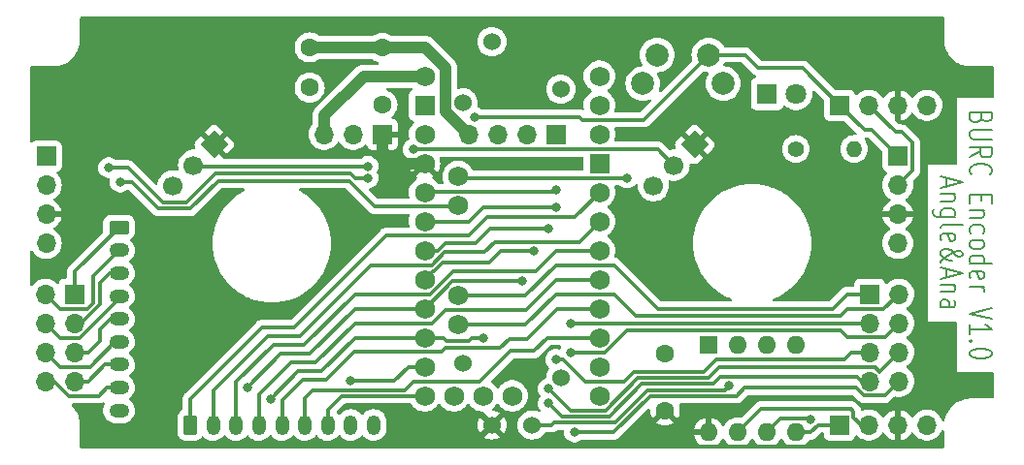
<source format=gbr>
%TF.GenerationSoftware,KiCad,Pcbnew,7.0.5*%
%TF.CreationDate,2023-08-30T18:26:20+02:00*%
%TF.ProjectId,Angle&Ana,416e676c-6526-4416-9e61-2e6b69636164,1.0*%
%TF.SameCoordinates,Original*%
%TF.FileFunction,Copper,L1,Top*%
%TF.FilePolarity,Positive*%
%FSLAX46Y46*%
G04 Gerber Fmt 4.6, Leading zero omitted, Abs format (unit mm)*
G04 Created by KiCad (PCBNEW 7.0.5) date 2023-08-30 18:26:20*
%MOMM*%
%LPD*%
G01*
G04 APERTURE LIST*
G04 Aperture macros list*
%AMRoundRect*
0 Rectangle with rounded corners*
0 $1 Rounding radius*
0 $2 $3 $4 $5 $6 $7 $8 $9 X,Y pos of 4 corners*
0 Add a 4 corners polygon primitive as box body*
4,1,4,$2,$3,$4,$5,$6,$7,$8,$9,$2,$3,0*
0 Add four circle primitives for the rounded corners*
1,1,$1+$1,$2,$3*
1,1,$1+$1,$4,$5*
1,1,$1+$1,$6,$7*
1,1,$1+$1,$8,$9*
0 Add four rect primitives between the rounded corners*
20,1,$1+$1,$2,$3,$4,$5,0*
20,1,$1+$1,$4,$5,$6,$7,0*
20,1,$1+$1,$6,$7,$8,$9,0*
20,1,$1+$1,$8,$9,$2,$3,0*%
%AMHorizOval*
0 Thick line with rounded ends*
0 $1 width*
0 $2 $3 position (X,Y) of the first rounded end (center of the circle)*
0 $4 $5 position (X,Y) of the second rounded end (center of the circle)*
0 Add line between two ends*
20,1,$1,$2,$3,$4,$5,0*
0 Add two circle primitives to create the rounded ends*
1,1,$1,$2,$3*
1,1,$1,$4,$5*%
%AMRotRect*
0 Rectangle, with rotation*
0 The origin of the aperture is its center*
0 $1 length*
0 $2 width*
0 $3 Rotation angle, in degrees counterclockwise*
0 Add horizontal line*
21,1,$1,$2,0,0,$3*%
G04 Aperture macros list end*
%ADD10C,0.210000*%
%TA.AperFunction,NonConductor*%
%ADD11C,0.210000*%
%TD*%
%TA.AperFunction,ComponentPad*%
%ADD12HorizOval,1.700000X0.000000X0.000000X0.000000X0.000000X0*%
%TD*%
%TA.AperFunction,ComponentPad*%
%ADD13RotRect,1.700000X1.700000X315.000000*%
%TD*%
%TA.AperFunction,ComponentPad*%
%ADD14C,1.524000*%
%TD*%
%TA.AperFunction,ComponentPad*%
%ADD15O,1.700000X1.700000*%
%TD*%
%TA.AperFunction,ComponentPad*%
%ADD16R,1.700000X1.700000*%
%TD*%
%TA.AperFunction,ComponentPad*%
%ADD17C,1.600000*%
%TD*%
%TA.AperFunction,ComponentPad*%
%ADD18O,1.600000X1.600000*%
%TD*%
%TA.AperFunction,ComponentPad*%
%ADD19R,1.600000X1.600000*%
%TD*%
%TA.AperFunction,ComponentPad*%
%ADD20O,1.200000X1.750000*%
%TD*%
%TA.AperFunction,ComponentPad*%
%ADD21RoundRect,0.250000X-0.350000X-0.625000X0.350000X-0.625000X0.350000X0.625000X-0.350000X0.625000X0*%
%TD*%
%TA.AperFunction,ComponentPad*%
%ADD22O,1.750000X1.200000*%
%TD*%
%TA.AperFunction,ComponentPad*%
%ADD23RoundRect,0.250000X-0.625000X0.350000X-0.625000X-0.350000X0.625000X-0.350000X0.625000X0.350000X0*%
%TD*%
%TA.AperFunction,ComponentPad*%
%ADD24C,1.800000*%
%TD*%
%TA.AperFunction,ComponentPad*%
%ADD25R,1.800000X1.800000*%
%TD*%
%TA.AperFunction,ComponentPad*%
%ADD26C,2.000000*%
%TD*%
%TA.AperFunction,ComponentPad*%
%ADD27C,1.727200*%
%TD*%
%TA.AperFunction,ComponentPad*%
%ADD28R,1.727200X1.727200*%
%TD*%
%TA.AperFunction,ComponentPad*%
%ADD29O,1.400000X1.400000*%
%TD*%
%TA.AperFunction,ComponentPad*%
%ADD30C,1.400000*%
%TD*%
%TA.AperFunction,ViaPad*%
%ADD31C,0.800000*%
%TD*%
%TA.AperFunction,Conductor*%
%ADD32C,0.310000*%
%TD*%
%TA.AperFunction,Conductor*%
%ADD33C,1.000000*%
%TD*%
G04 APERTURE END LIST*
D10*
D11*
X80932300Y26817701D02*
X80837062Y26603415D01*
X80837062Y26603415D02*
X80741824Y26531986D01*
X80741824Y26531986D02*
X80551348Y26460558D01*
X80551348Y26460558D02*
X80265634Y26460558D01*
X80265634Y26460558D02*
X80075158Y26531986D01*
X80075158Y26531986D02*
X79979920Y26603415D01*
X79979920Y26603415D02*
X79884681Y26746272D01*
X79884681Y26746272D02*
X79884681Y27317701D01*
X79884681Y27317701D02*
X81884681Y27317701D01*
X81884681Y27317701D02*
X81884681Y26817701D01*
X81884681Y26817701D02*
X81789443Y26674843D01*
X81789443Y26674843D02*
X81694205Y26603415D01*
X81694205Y26603415D02*
X81503729Y26531986D01*
X81503729Y26531986D02*
X81313253Y26531986D01*
X81313253Y26531986D02*
X81122777Y26603415D01*
X81122777Y26603415D02*
X81027539Y26674843D01*
X81027539Y26674843D02*
X80932300Y26817701D01*
X80932300Y26817701D02*
X80932300Y27317701D01*
X81884681Y25817701D02*
X80265634Y25817701D01*
X80265634Y25817701D02*
X80075158Y25746272D01*
X80075158Y25746272D02*
X79979920Y25674843D01*
X79979920Y25674843D02*
X79884681Y25531986D01*
X79884681Y25531986D02*
X79884681Y25246272D01*
X79884681Y25246272D02*
X79979920Y25103415D01*
X79979920Y25103415D02*
X80075158Y25031986D01*
X80075158Y25031986D02*
X80265634Y24960558D01*
X80265634Y24960558D02*
X81884681Y24960558D01*
X79884681Y23389129D02*
X80837062Y23889129D01*
X79884681Y24246272D02*
X81884681Y24246272D01*
X81884681Y24246272D02*
X81884681Y23674843D01*
X81884681Y23674843D02*
X81789443Y23531986D01*
X81789443Y23531986D02*
X81694205Y23460557D01*
X81694205Y23460557D02*
X81503729Y23389129D01*
X81503729Y23389129D02*
X81218015Y23389129D01*
X81218015Y23389129D02*
X81027539Y23460557D01*
X81027539Y23460557D02*
X80932300Y23531986D01*
X80932300Y23531986D02*
X80837062Y23674843D01*
X80837062Y23674843D02*
X80837062Y24246272D01*
X80075158Y21889129D02*
X79979920Y21960557D01*
X79979920Y21960557D02*
X79884681Y22174843D01*
X79884681Y22174843D02*
X79884681Y22317700D01*
X79884681Y22317700D02*
X79979920Y22531986D01*
X79979920Y22531986D02*
X80170396Y22674843D01*
X80170396Y22674843D02*
X80360872Y22746272D01*
X80360872Y22746272D02*
X80741824Y22817700D01*
X80741824Y22817700D02*
X81027539Y22817700D01*
X81027539Y22817700D02*
X81408491Y22746272D01*
X81408491Y22746272D02*
X81598967Y22674843D01*
X81598967Y22674843D02*
X81789443Y22531986D01*
X81789443Y22531986D02*
X81884681Y22317700D01*
X81884681Y22317700D02*
X81884681Y22174843D01*
X81884681Y22174843D02*
X81789443Y21960557D01*
X81789443Y21960557D02*
X81694205Y21889129D01*
X80932300Y20103415D02*
X80932300Y19603415D01*
X79884681Y19389129D02*
X79884681Y20103415D01*
X79884681Y20103415D02*
X81884681Y20103415D01*
X81884681Y20103415D02*
X81884681Y19389129D01*
X81218015Y18746272D02*
X79884681Y18746272D01*
X81027539Y18746272D02*
X81122777Y18674843D01*
X81122777Y18674843D02*
X81218015Y18531986D01*
X81218015Y18531986D02*
X81218015Y18317700D01*
X81218015Y18317700D02*
X81122777Y18174843D01*
X81122777Y18174843D02*
X80932300Y18103414D01*
X80932300Y18103414D02*
X79884681Y18103414D01*
X79979920Y16746271D02*
X79884681Y16889129D01*
X79884681Y16889129D02*
X79884681Y17174843D01*
X79884681Y17174843D02*
X79979920Y17317700D01*
X79979920Y17317700D02*
X80075158Y17389129D01*
X80075158Y17389129D02*
X80265634Y17460557D01*
X80265634Y17460557D02*
X80837062Y17460557D01*
X80837062Y17460557D02*
X81027539Y17389129D01*
X81027539Y17389129D02*
X81122777Y17317700D01*
X81122777Y17317700D02*
X81218015Y17174843D01*
X81218015Y17174843D02*
X81218015Y16889129D01*
X81218015Y16889129D02*
X81122777Y16746271D01*
X79884681Y15889129D02*
X79979920Y16031986D01*
X79979920Y16031986D02*
X80075158Y16103415D01*
X80075158Y16103415D02*
X80265634Y16174843D01*
X80265634Y16174843D02*
X80837062Y16174843D01*
X80837062Y16174843D02*
X81027539Y16103415D01*
X81027539Y16103415D02*
X81122777Y16031986D01*
X81122777Y16031986D02*
X81218015Y15889129D01*
X81218015Y15889129D02*
X81218015Y15674843D01*
X81218015Y15674843D02*
X81122777Y15531986D01*
X81122777Y15531986D02*
X81027539Y15460557D01*
X81027539Y15460557D02*
X80837062Y15389129D01*
X80837062Y15389129D02*
X80265634Y15389129D01*
X80265634Y15389129D02*
X80075158Y15460557D01*
X80075158Y15460557D02*
X79979920Y15531986D01*
X79979920Y15531986D02*
X79884681Y15674843D01*
X79884681Y15674843D02*
X79884681Y15889129D01*
X79884681Y14103414D02*
X81884681Y14103414D01*
X79979920Y14103414D02*
X79884681Y14246272D01*
X79884681Y14246272D02*
X79884681Y14531986D01*
X79884681Y14531986D02*
X79979920Y14674843D01*
X79979920Y14674843D02*
X80075158Y14746272D01*
X80075158Y14746272D02*
X80265634Y14817700D01*
X80265634Y14817700D02*
X80837062Y14817700D01*
X80837062Y14817700D02*
X81027539Y14746272D01*
X81027539Y14746272D02*
X81122777Y14674843D01*
X81122777Y14674843D02*
X81218015Y14531986D01*
X81218015Y14531986D02*
X81218015Y14246272D01*
X81218015Y14246272D02*
X81122777Y14103414D01*
X79979920Y12817700D02*
X79884681Y12960557D01*
X79884681Y12960557D02*
X79884681Y13246271D01*
X79884681Y13246271D02*
X79979920Y13389129D01*
X79979920Y13389129D02*
X80170396Y13460557D01*
X80170396Y13460557D02*
X80932300Y13460557D01*
X80932300Y13460557D02*
X81122777Y13389129D01*
X81122777Y13389129D02*
X81218015Y13246271D01*
X81218015Y13246271D02*
X81218015Y12960557D01*
X81218015Y12960557D02*
X81122777Y12817700D01*
X81122777Y12817700D02*
X80932300Y12746271D01*
X80932300Y12746271D02*
X80741824Y12746271D01*
X80741824Y12746271D02*
X80551348Y13460557D01*
X79884681Y12103415D02*
X81218015Y12103415D01*
X80837062Y12103415D02*
X81027539Y12031986D01*
X81027539Y12031986D02*
X81122777Y11960557D01*
X81122777Y11960557D02*
X81218015Y11817700D01*
X81218015Y11817700D02*
X81218015Y11674843D01*
X81884681Y10246272D02*
X79884681Y9746272D01*
X79884681Y9746272D02*
X81884681Y9246272D01*
X79884681Y7960558D02*
X79884681Y8817701D01*
X79884681Y8389130D02*
X81884681Y8389130D01*
X81884681Y8389130D02*
X81598967Y8531987D01*
X81598967Y8531987D02*
X81408491Y8674844D01*
X81408491Y8674844D02*
X81313253Y8817701D01*
X80075158Y7317702D02*
X79979920Y7246273D01*
X79979920Y7246273D02*
X79884681Y7317702D01*
X79884681Y7317702D02*
X79979920Y7389130D01*
X79979920Y7389130D02*
X80075158Y7317702D01*
X80075158Y7317702D02*
X79884681Y7317702D01*
X81884681Y6317701D02*
X81884681Y6174844D01*
X81884681Y6174844D02*
X81789443Y6031987D01*
X81789443Y6031987D02*
X81694205Y5960558D01*
X81694205Y5960558D02*
X81503729Y5889130D01*
X81503729Y5889130D02*
X81122777Y5817701D01*
X81122777Y5817701D02*
X80646586Y5817701D01*
X80646586Y5817701D02*
X80265634Y5889130D01*
X80265634Y5889130D02*
X80075158Y5960558D01*
X80075158Y5960558D02*
X79979920Y6031987D01*
X79979920Y6031987D02*
X79884681Y6174844D01*
X79884681Y6174844D02*
X79884681Y6317701D01*
X79884681Y6317701D02*
X79979920Y6460558D01*
X79979920Y6460558D02*
X80075158Y6531987D01*
X80075158Y6531987D02*
X80265634Y6603416D01*
X80265634Y6603416D02*
X80646586Y6674844D01*
X80646586Y6674844D02*
X81122777Y6674844D01*
X81122777Y6674844D02*
X81503729Y6603416D01*
X81503729Y6603416D02*
X81694205Y6531987D01*
X81694205Y6531987D02*
X81789443Y6460558D01*
X81789443Y6460558D02*
X81884681Y6317701D01*
D10*
D11*
X77916110Y21547129D02*
X77916110Y20832843D01*
X77344681Y21689986D02*
X79344681Y21189986D01*
X79344681Y21189986D02*
X77344681Y20689986D01*
X78678015Y20189987D02*
X77344681Y20189987D01*
X78487539Y20189987D02*
X78582777Y20118558D01*
X78582777Y20118558D02*
X78678015Y19975701D01*
X78678015Y19975701D02*
X78678015Y19761415D01*
X78678015Y19761415D02*
X78582777Y19618558D01*
X78582777Y19618558D02*
X78392300Y19547129D01*
X78392300Y19547129D02*
X77344681Y19547129D01*
X78678015Y18189986D02*
X77058967Y18189986D01*
X77058967Y18189986D02*
X76868491Y18261415D01*
X76868491Y18261415D02*
X76773253Y18332844D01*
X76773253Y18332844D02*
X76678015Y18475701D01*
X76678015Y18475701D02*
X76678015Y18689986D01*
X76678015Y18689986D02*
X76773253Y18832844D01*
X77439920Y18189986D02*
X77344681Y18332844D01*
X77344681Y18332844D02*
X77344681Y18618558D01*
X77344681Y18618558D02*
X77439920Y18761415D01*
X77439920Y18761415D02*
X77535158Y18832844D01*
X77535158Y18832844D02*
X77725634Y18904272D01*
X77725634Y18904272D02*
X78297062Y18904272D01*
X78297062Y18904272D02*
X78487539Y18832844D01*
X78487539Y18832844D02*
X78582777Y18761415D01*
X78582777Y18761415D02*
X78678015Y18618558D01*
X78678015Y18618558D02*
X78678015Y18332844D01*
X78678015Y18332844D02*
X78582777Y18189986D01*
X77344681Y17261415D02*
X77439920Y17404272D01*
X77439920Y17404272D02*
X77630396Y17475701D01*
X77630396Y17475701D02*
X79344681Y17475701D01*
X77439920Y16118558D02*
X77344681Y16261415D01*
X77344681Y16261415D02*
X77344681Y16547129D01*
X77344681Y16547129D02*
X77439920Y16689987D01*
X77439920Y16689987D02*
X77630396Y16761415D01*
X77630396Y16761415D02*
X78392300Y16761415D01*
X78392300Y16761415D02*
X78582777Y16689987D01*
X78582777Y16689987D02*
X78678015Y16547129D01*
X78678015Y16547129D02*
X78678015Y16261415D01*
X78678015Y16261415D02*
X78582777Y16118558D01*
X78582777Y16118558D02*
X78392300Y16047129D01*
X78392300Y16047129D02*
X78201824Y16047129D01*
X78201824Y16047129D02*
X78011348Y16761415D01*
X77344681Y14189987D02*
X77344681Y14261415D01*
X77344681Y14261415D02*
X77439920Y14404273D01*
X77439920Y14404273D02*
X77725634Y14618558D01*
X77725634Y14618558D02*
X78297062Y14975701D01*
X78297062Y14975701D02*
X78582777Y15118558D01*
X78582777Y15118558D02*
X78868491Y15189987D01*
X78868491Y15189987D02*
X79058967Y15189987D01*
X79058967Y15189987D02*
X79249443Y15118558D01*
X79249443Y15118558D02*
X79344681Y14975701D01*
X79344681Y14975701D02*
X79344681Y14904273D01*
X79344681Y14904273D02*
X79249443Y14761415D01*
X79249443Y14761415D02*
X79058967Y14689987D01*
X79058967Y14689987D02*
X78963729Y14689987D01*
X78963729Y14689987D02*
X78773253Y14761415D01*
X78773253Y14761415D02*
X78678015Y14832844D01*
X78678015Y14832844D02*
X78297062Y15261415D01*
X78297062Y15261415D02*
X78201824Y15332844D01*
X78201824Y15332844D02*
X78011348Y15404273D01*
X78011348Y15404273D02*
X77725634Y15404273D01*
X77725634Y15404273D02*
X77535158Y15332844D01*
X77535158Y15332844D02*
X77439920Y15261415D01*
X77439920Y15261415D02*
X77344681Y15118558D01*
X77344681Y15118558D02*
X77344681Y14904273D01*
X77344681Y14904273D02*
X77439920Y14761415D01*
X77439920Y14761415D02*
X77535158Y14689987D01*
X77535158Y14689987D02*
X77916110Y14475701D01*
X77916110Y14475701D02*
X78201824Y14404273D01*
X78201824Y14404273D02*
X78392300Y14404273D01*
X77916110Y13618558D02*
X77916110Y12904272D01*
X77344681Y13761415D02*
X79344681Y13261415D01*
X79344681Y13261415D02*
X77344681Y12761415D01*
X78678015Y12261416D02*
X77344681Y12261416D01*
X78487539Y12261416D02*
X78582777Y12189987D01*
X78582777Y12189987D02*
X78678015Y12047130D01*
X78678015Y12047130D02*
X78678015Y11832844D01*
X78678015Y11832844D02*
X78582777Y11689987D01*
X78582777Y11689987D02*
X78392300Y11618558D01*
X78392300Y11618558D02*
X77344681Y11618558D01*
X77344681Y10261415D02*
X78392300Y10261415D01*
X78392300Y10261415D02*
X78582777Y10332844D01*
X78582777Y10332844D02*
X78678015Y10475701D01*
X78678015Y10475701D02*
X78678015Y10761415D01*
X78678015Y10761415D02*
X78582777Y10904273D01*
X77439920Y10261415D02*
X77344681Y10404273D01*
X77344681Y10404273D02*
X77344681Y10761415D01*
X77344681Y10761415D02*
X77439920Y10904273D01*
X77439920Y10904273D02*
X77630396Y10975701D01*
X77630396Y10975701D02*
X77820872Y10975701D01*
X77820872Y10975701D02*
X78011348Y10904273D01*
X78011348Y10904273D02*
X78106586Y10761415D01*
X78106586Y10761415D02*
X78106586Y10404273D01*
X78106586Y10404273D02*
X78201824Y10261415D01*
D12*
%TO.P,U2,3,GND*%
%TO.N,GND*%
X52338954Y20903943D03*
%TO.P,U2,2,Vout*%
%TO.N,Net-(U1-XTAL2{slash}PB4)*%
X54135005Y22699995D03*
D13*
%TO.P,U2,1,Vin*%
%TO.N,+5V*%
X55931057Y24496046D03*
%TD*%
D12*
%TO.P,U4,3,GND*%
%TO.N,GND*%
X10430454Y20903943D03*
%TO.P,U4,2,Vout*%
%TO.N,Net-(U1-XTAL2{slash}PB4)*%
X12226505Y22699995D03*
D13*
%TO.P,U4,1,Vin*%
%TO.N,+5V*%
X14022557Y24496046D03*
%TD*%
D14*
%TO.P,RV1,7*%
%TO.N,N/C*%
X44255000Y29350000D03*
%TO.P,RV1,6*%
X44255000Y4150000D03*
%TO.P,RV1,5*%
X35755000Y28150000D03*
%TO.P,RV1,4*%
X35755000Y5350000D03*
%TO.P,RV1,3,3*%
%TO.N,GND*%
X38255000Y33500000D03*
%TO.P,RV1,2,2*%
%TO.N,/IN_HALL_SENSOR*%
X41755000Y0D03*
%TO.P,RV1,1,1*%
%TO.N,+5V*%
X38255000Y0D03*
%TD*%
D15*
%TO.P,J7,8,Pin_8*%
%TO.N,/C9*%
X-700000Y3810000D03*
%TO.P,J7,7,Pin_7*%
%TO.N,/C10*%
X1840000Y3810000D03*
%TO.P,J7,6,Pin_6*%
%TO.N,/C11*%
X-700000Y6350000D03*
%TO.P,J7,5,Pin_5*%
%TO.N,/C12*%
X1840000Y6350000D03*
%TO.P,J7,4,Pin_4*%
%TO.N,/C13*%
X-700000Y8890000D03*
%TO.P,J7,3,Pin_3*%
%TO.N,/C14*%
X1840000Y8890000D03*
%TO.P,J7,2,Pin_2*%
%TO.N,/C15*%
X-700000Y11430000D03*
D16*
%TO.P,J7,1,Pin_1*%
%TO.N,/C16*%
X1840000Y11430000D03*
%TD*%
D17*
%TO.P,C2,2*%
%TO.N,GND*%
X53340000Y6270000D03*
%TO.P,C2,1*%
%TO.N,+5V*%
X53340000Y1270000D03*
%TD*%
%TO.P,C3,2*%
%TO.N,GND*%
X28702000Y27980000D03*
%TO.P,C3,1*%
%TO.N,Net-(J1-Pin_4)*%
X28702000Y32980000D03*
%TD*%
D18*
%TO.P,U1,8,VCC*%
%TO.N,+5V*%
X57150000Y-635000D03*
%TO.P,U1,7,PB2*%
%TO.N,/SCL*%
X59690000Y-635000D03*
%TO.P,U1,6,PB1*%
%TO.N,Net-(D1-A)*%
X62230000Y-635000D03*
%TO.P,U1,5,AREF/PB0*%
%TO.N,/SDA*%
X64770000Y-635000D03*
%TO.P,U1,4,GND*%
%TO.N,GND*%
X64770000Y6985000D03*
%TO.P,U1,3,XTAL2/PB4*%
%TO.N,Net-(U1-XTAL2{slash}PB4)*%
X62230000Y6985000D03*
%TO.P,U1,2,XTAL1/PB3*%
%TO.N,/IN_HALL_SENSOR*%
X59690000Y6985000D03*
D19*
%TO.P,U1,1,~{RESET}/PB5*%
%TO.N,unconnected-(U1-~{RESET}{slash}PB5-Pad1)*%
X57150000Y6985000D03*
%TD*%
D20*
%TO.P,J10,9,Pin_9*%
%TO.N,GND*%
X27940000Y0D03*
%TO.P,J10,8,Pin_8*%
%TO.N,/C8*%
X25940000Y0D03*
%TO.P,J10,7,Pin_7*%
%TO.N,/C7*%
X23940000Y0D03*
%TO.P,J10,6,Pin_6*%
%TO.N,/C6*%
X21940000Y0D03*
%TO.P,J10,5,Pin_5*%
%TO.N,/C5*%
X19940000Y0D03*
%TO.P,J10,4,Pin_4*%
%TO.N,/C4*%
X17940000Y0D03*
%TO.P,J10,3,Pin_3*%
%TO.N,/C3*%
X15940000Y0D03*
%TO.P,J10,2,Pin_2*%
%TO.N,/C2*%
X13940000Y0D03*
D21*
%TO.P,J10,1,Pin_1*%
%TO.N,/C1*%
X11940000Y0D03*
%TD*%
D15*
%TO.P,SW2,3,C*%
%TO.N,+VDC*%
X23607000Y25400000D03*
%TO.P,SW2,2,B*%
%TO.N,Net-(J1-Pin_4)*%
X26147000Y25400000D03*
D16*
%TO.P,SW2,1,A*%
%TO.N,+5V*%
X28687000Y25400000D03*
%TD*%
D15*
%TO.P,J3,4,Pin_4*%
%TO.N,GND*%
X76200000Y27940000D03*
%TO.P,J3,3,Pin_3*%
%TO.N,+5V*%
X73660000Y27940000D03*
%TO.P,J3,2,Pin_2*%
%TO.N,/SCL*%
X71120000Y27940000D03*
D16*
%TO.P,J3,1,Pin_1*%
%TO.N,/SDA*%
X68580000Y27940000D03*
%TD*%
D17*
%TO.P,C1,2*%
%TO.N,GND*%
X22352000Y29492000D03*
%TO.P,C1,1*%
%TO.N,Net-(J1-Pin_4)*%
X22352000Y32992000D03*
%TD*%
D22*
%TO.P,J9,9,Pin_9*%
%TO.N,GND*%
X5715000Y1270000D03*
%TO.P,J9,8,Pin_8*%
%TO.N,/C9*%
X5715000Y3270000D03*
%TO.P,J9,7,Pin_7*%
%TO.N,/C10*%
X5715000Y5270000D03*
%TO.P,J9,6,Pin_6*%
%TO.N,/C11*%
X5715000Y7270000D03*
%TO.P,J9,5,Pin_5*%
%TO.N,/C12*%
X5715000Y9270000D03*
%TO.P,J9,4,Pin_4*%
%TO.N,/C13*%
X5715000Y11270000D03*
%TO.P,J9,3,Pin_3*%
%TO.N,/C14*%
X5715000Y13270000D03*
%TO.P,J9,2,Pin_2*%
%TO.N,/C15*%
X5715000Y15270000D03*
D23*
%TO.P,J9,1,Pin_1*%
%TO.N,/C16*%
X5715000Y17270000D03*
%TD*%
D15*
%TO.P,J6,8,Pin_8*%
%TO.N,/C9*%
X73750000Y3810000D03*
%TO.P,J6,7,Pin_7*%
%TO.N,/C10*%
X71210000Y3810000D03*
%TO.P,J6,6,Pin_6*%
%TO.N,Net-(J6-Pin_6)*%
X73750000Y6350000D03*
%TO.P,J6,5,Pin_5*%
%TO.N,Net-(J6-Pin_5)*%
X71210000Y6350000D03*
%TO.P,J6,4,Pin_4*%
%TO.N,Net-(J6-Pin_4)*%
X73750000Y8890000D03*
%TO.P,J6,3,Pin_3*%
%TO.N,Net-(J6-Pin_3)*%
X71210000Y8890000D03*
%TO.P,J6,2,Pin_2*%
%TO.N,Net-(J6-Pin_2)*%
X73750000Y11430000D03*
D16*
%TO.P,J6,1,Pin_1*%
%TO.N,Net-(J6-Pin_1)*%
X71210000Y11430000D03*
%TD*%
D24*
%TO.P,D1,2,A*%
%TO.N,Net-(D1-A)*%
X64790000Y28925000D03*
D25*
%TO.P,D1,1,K*%
%TO.N,Net-(D1-K)*%
X62250000Y28925000D03*
%TD*%
D26*
%TO.P,SW1,4*%
%TO.N,N/C*%
X51420000Y29845000D03*
%TO.P,SW1,3*%
X58420000Y29845000D03*
%TO.P,SW1,2,2*%
%TO.N,GND*%
X52670000Y32345000D03*
%TO.P,SW1,1,1*%
%TO.N,/SDA*%
X57170000Y32345000D03*
%TD*%
D27*
%TO.P,U3,Vcc1,Vcc*%
%TO.N,+5V*%
X32385000Y22860000D03*
%TO.P,U3,RST2,RESET*%
%TO.N,unconnected-(U3-RESET-PadRST2)*%
X32385000Y25400000D03*
%TO.P,U3,RST1,RESET*%
%TO.N,unconnected-(U3-RESET-PadRST1)*%
X47625000Y25400000D03*
%TO.P,U3,RAW,RAW*%
%TO.N,+VDC*%
X32385000Y30480000D03*
D28*
%TO.P,U3,GND2,GND*%
%TO.N,GND*%
X32385000Y27940000D03*
D27*
X40005000Y2540000D03*
D28*
%TO.P,U3,GND1,GND*%
X47625000Y22860000D03*
D27*
%TO.P,U3,D13,D13_SCK*%
%TO.N,/C10*%
X32385000Y10160000D03*
%TO.P,U3,D12,D12_MISO*%
%TO.N,/C9*%
X32385000Y7620000D03*
%TO.P,U3,D11,D11_MOSI*%
%TO.N,/C8*%
X32385000Y5080000D03*
%TO.P,U3,D10,D10_CS*%
%TO.N,/C7*%
X32385000Y2540000D03*
%TO.P,U3,D9,D9*%
%TO.N,/CPPM_IN*%
X47625000Y2540000D03*
%TO.P,U3,D8,D8*%
%TO.N,/CPPM_OUT*%
X47625000Y5080000D03*
%TO.P,U3,D7,D7*%
%TO.N,/C6*%
X47625000Y7620000D03*
%TO.P,U3,D6,D6*%
%TO.N,/C5*%
X47625000Y10160000D03*
%TO.P,U3,D5,D5*%
%TO.N,/C4*%
X47625000Y12700000D03*
%TO.P,U3,D4,D4*%
%TO.N,/C3*%
X47625000Y15240000D03*
%TO.P,U3,D3,D3_INT1*%
%TO.N,/C2*%
X47625000Y17780000D03*
%TO.P,U3,D2,D2_INT0*%
%TO.N,/C1*%
X47625000Y20320000D03*
%TO.P,U3,D1,D1/TX*%
%TO.N,unconnected-(U3-D1{slash}TX-PadD1)*%
X47625000Y30480000D03*
%TO.P,U3,D0,D0/RX*%
%TO.N,unconnected-(U3-D0{slash}RX-PadD0)*%
X47625000Y27940000D03*
%TO.P,U3,A7,A7*%
%TO.N,Net-(J6-Pin_1)*%
X34925000Y2540000D03*
X35310900Y11296000D03*
%TO.P,U3,A6,A6*%
%TO.N,Net-(J6-Pin_2)*%
X35310900Y8755400D03*
X37465000Y2540000D03*
%TO.P,U3,A5,A5/SCL*%
%TO.N,/SCL*%
X35310900Y21709400D03*
%TO.P,U3,A4,A4/SDA*%
%TO.N,/SDA*%
X35310900Y19169400D03*
%TO.P,U3,A3,A3*%
%TO.N,Net-(J6-Pin_3)*%
X32385000Y20320000D03*
%TO.P,U3,A2,A2*%
%TO.N,Net-(J6-Pin_4)*%
X32385000Y17780000D03*
%TO.P,U3,A1,A1*%
%TO.N,Net-(J6-Pin_5)*%
X32385000Y15240000D03*
%TO.P,U3,A0,A0*%
%TO.N,Net-(J6-Pin_6)*%
X32385000Y12700000D03*
%TD*%
D15*
%TO.P,J1,4,Pin_4*%
%TO.N,Net-(J1-Pin_4)*%
X36195000Y25400000D03*
%TO.P,J1,3,Pin_3*%
%TO.N,GND*%
X38735000Y25400000D03*
%TO.P,J1,2,Pin_2*%
%TO.N,/CPPM_OUT*%
X41275000Y25400000D03*
D16*
%TO.P,J1,1,Pin_1*%
%TO.N,/CPPM_IN*%
X43815000Y25400000D03*
%TD*%
D15*
%TO.P,J5,4,Pin_4*%
%TO.N,GND*%
X73660000Y15875000D03*
%TO.P,J5,3,Pin_3*%
%TO.N,+5V*%
X73660000Y18415000D03*
%TO.P,J5,2,Pin_2*%
%TO.N,/SCL*%
X73660000Y20955000D03*
D16*
%TO.P,J5,1,Pin_1*%
%TO.N,/SDA*%
X73660000Y23495000D03*
%TD*%
D29*
%TO.P,R1,2*%
%TO.N,GND*%
X69850000Y24130000D03*
D30*
%TO.P,R1,1*%
%TO.N,Net-(D1-K)*%
X64770000Y24130000D03*
%TD*%
D15*
%TO.P,J4,4,Pin_4*%
%TO.N,GND*%
X-635000Y15875000D03*
%TO.P,J4,3,Pin_3*%
%TO.N,+5V*%
X-635000Y18415000D03*
%TO.P,J4,2,Pin_2*%
%TO.N,/SCL*%
X-635000Y20955000D03*
D16*
%TO.P,J4,1,Pin_1*%
%TO.N,/SDA*%
X-635000Y23495000D03*
%TD*%
D15*
%TO.P,J2,4,Pin_4*%
%TO.N,GND*%
X76200000Y0D03*
%TO.P,J2,3,Pin_3*%
%TO.N,+5V*%
X73660000Y0D03*
%TO.P,J2,2,Pin_2*%
%TO.N,/SCL*%
X71120000Y0D03*
D16*
%TO.P,J2,1,Pin_1*%
%TO.N,/SDA*%
X68580000Y0D03*
%TD*%
D31*
%TO.N,Net-(D1-A)*%
X66040000Y508000D03*
%TO.N,Net-(U1-XTAL2{slash}PB4)*%
X31369000Y24088600D03*
X27432000Y22606000D03*
%TO.N,/IN_HALL_SENSOR*%
X58928000Y3429000D03*
%TO.N,/SDA*%
X5842000Y21209000D03*
X36703000Y26924000D03*
%TO.N,/C8*%
X25940000Y3824500D03*
%TO.N,/C9*%
X45466000Y-635000D03*
X37465000Y7620000D03*
X18923000Y2286000D03*
%TO.N,/C10*%
X40894000Y12573000D03*
X43180000Y1905000D03*
X16891000Y3302000D03*
%TO.N,/SCL*%
X27432000Y21590000D03*
X50038000Y21590000D03*
X4826000Y22479000D03*
%TO.N,Net-(J6-Pin_3)*%
X43815000Y20574000D03*
X45085000Y8890000D03*
%TO.N,Net-(J6-Pin_4)*%
X43815000Y19050000D03*
X45085000Y6350000D03*
%TO.N,Net-(J6-Pin_5)*%
X43180000Y17145000D03*
X43815000Y5715000D03*
%TO.N,Net-(J6-Pin_6)*%
X41910000Y15240000D03*
X43180000Y3175000D03*
%TD*%
D32*
%TO.N,/SCL*%
X26289000Y21590000D02*
X27432000Y21590000D01*
X25908000Y21971000D02*
X26289000Y21590000D01*
X14097000Y21971000D02*
X25908000Y21971000D01*
X11557000Y19431000D02*
X14097000Y21971000D01*
X9525000Y19431000D02*
X11557000Y19431000D01*
X6477000Y22479000D02*
X9525000Y19431000D01*
X4826000Y22479000D02*
X6477000Y22479000D01*
%TO.N,/SDA*%
X14351000Y21336000D02*
X25781000Y21336000D01*
X35232900Y19091400D02*
X35310900Y19169400D01*
X11926000Y18911000D02*
X14351000Y21336000D01*
X9156000Y18911000D02*
X11926000Y18911000D01*
X6858000Y21209000D02*
X9156000Y18911000D01*
X5842000Y21209000D02*
X6858000Y21209000D01*
X25781000Y21336000D02*
X28025600Y19091400D01*
X28025600Y19091400D02*
X35232900Y19091400D01*
%TO.N,Net-(D1-A)*%
X63395000Y530000D02*
X62230000Y-635000D01*
X66018000Y530000D02*
X63395000Y530000D01*
X66040000Y508000D02*
X66018000Y530000D01*
%TO.N,Net-(U1-XTAL2{slash}PB4)*%
X52746400Y24088600D02*
X54135005Y22699995D01*
X27432000Y22606000D02*
X12320500Y22606000D01*
X31369000Y24088600D02*
X52746400Y24088600D01*
X12320500Y22606000D02*
X12226505Y22699995D01*
%TO.N,/IN_HALL_SENSOR*%
X43434000Y0D02*
X41755000Y0D01*
X58928000Y3429000D02*
X58559000Y3060000D01*
X51828001Y3060000D02*
X48998000Y230000D01*
X48998000Y230000D02*
X43664000Y230000D01*
X58559000Y3060000D02*
X51828001Y3060000D01*
X43664000Y230000D02*
X43434000Y0D01*
%TO.N,+5V*%
X56134000Y-1905000D02*
X66548000Y-1905000D01*
D33*
X29718000Y22860000D02*
X32385000Y22860000D01*
X28687000Y25400000D02*
X28687000Y23891000D01*
X28687000Y23891000D02*
X29718000Y22860000D01*
D32*
%TO.N,/SDA*%
X61491500Y31178500D02*
X65341500Y31178500D01*
X70739000Y25781000D02*
X71374000Y25781000D01*
X71374000Y25781000D02*
X73660000Y23495000D01*
X60325000Y32345000D02*
X61491500Y31178500D01*
X51495000Y26670000D02*
X57170000Y32345000D01*
X45847000Y26924000D02*
X46101000Y26670000D01*
X68580000Y27940000D02*
X70739000Y25781000D01*
X66040000Y-635000D02*
X64770000Y-635000D01*
X66040000Y-635000D02*
X66675000Y0D01*
X66675000Y0D02*
X68580000Y0D01*
X36703000Y26924000D02*
X45847000Y26924000D01*
X65341500Y31178500D02*
X68580000Y27940000D01*
X46101000Y26670000D02*
X51495000Y26670000D01*
X57170000Y32345000D02*
X60325000Y32345000D01*
%TO.N,/C1*%
X37846000Y18161000D02*
X45466000Y18161000D01*
X36236400Y16551400D02*
X37846000Y18161000D01*
X18161000Y8509000D02*
X20955000Y8509000D01*
X20955000Y8509000D02*
X28997400Y16551400D01*
X28997400Y16551400D02*
X36236400Y16551400D01*
X11940000Y0D02*
X11940000Y2288000D01*
X11940000Y2288000D02*
X18161000Y8509000D01*
X45466000Y18161000D02*
X47625000Y20320000D01*
%TO.N,/C2*%
X18669000Y7747000D02*
X21463000Y7747000D01*
X13940000Y0D02*
X13940000Y3018000D01*
X45850000Y16005000D02*
X47625000Y17780000D01*
X34136392Y15113000D02*
X37592000Y15113000D01*
X13940000Y3018000D02*
X18669000Y7747000D01*
X37592000Y15113000D02*
X38484000Y16005000D01*
X32993392Y13970000D02*
X34136392Y15113000D01*
X27686000Y13970000D02*
X32993392Y13970000D01*
X38484000Y16005000D02*
X45850000Y16005000D01*
X21463000Y7747000D02*
X27686000Y13970000D01*
%TO.N,/C3*%
X26289000Y11430000D02*
X21844000Y6985000D01*
X21844000Y6985000D02*
X19177000Y6985000D01*
X42037000Y13462000D02*
X34884503Y13462000D01*
X43815000Y15240000D02*
X42037000Y13462000D01*
X34884503Y13462000D02*
X32852503Y11430000D01*
X47625000Y15240000D02*
X43815000Y15240000D01*
X15940000Y3748000D02*
X15940000Y0D01*
X19177000Y6985000D02*
X15940000Y3748000D01*
X32852503Y11430000D02*
X26289000Y11430000D01*
%TO.N,/C4*%
X33020000Y8890000D02*
X26289000Y8890000D01*
X26289000Y8890000D02*
X22860000Y5461000D01*
X43861300Y12700000D02*
X41228700Y10067400D01*
X17940000Y2700000D02*
X17940000Y0D01*
X20701000Y5461000D02*
X17940000Y2700000D01*
X41228700Y10067400D02*
X34197400Y10067400D01*
X47625000Y12700000D02*
X43861300Y12700000D01*
X34197400Y10067400D02*
X33020000Y8890000D01*
X22860000Y5461000D02*
X20701000Y5461000D01*
%TO.N,/C5*%
X43908200Y10160000D02*
X47625000Y10160000D01*
X23749000Y3937000D02*
X26203400Y6391400D01*
X39751000Y7526800D02*
X41275000Y7526800D01*
X41275000Y7526800D02*
X43908200Y10160000D01*
X33823400Y6391400D02*
X34163000Y6731000D01*
X26203400Y6391400D02*
X33823400Y6391400D01*
X38955200Y6731000D02*
X39751000Y7526800D01*
X19940000Y0D02*
X19940000Y2160000D01*
X21717000Y3937000D02*
X23749000Y3937000D01*
X34163000Y6731000D02*
X38955200Y6731000D01*
X19940000Y2160000D02*
X21717000Y3937000D01*
%TO.N,/C6*%
X39878000Y6477000D02*
X41910000Y6477000D01*
X37169600Y3768600D02*
X39878000Y6477000D01*
X21940000Y2382000D02*
X22618000Y3060000D01*
X43053000Y7620000D02*
X47625000Y7620000D01*
X22618000Y3060000D02*
X30660400Y3060000D01*
X41910000Y6477000D02*
X43053000Y7620000D01*
X31369000Y3768600D02*
X37169600Y3768600D01*
X21940000Y0D02*
X21940000Y2382000D01*
X30660400Y3060000D02*
X31369000Y3768600D01*
%TO.N,/C7*%
X32385000Y2540000D02*
X25146000Y2540000D01*
X23940000Y1334000D02*
X23940000Y0D01*
X25146000Y2540000D02*
X23940000Y1334000D01*
%TO.N,/C8*%
X29732500Y3824500D02*
X30988000Y5080000D01*
X32385000Y5080000D02*
X30988000Y5080000D01*
X25940000Y3824500D02*
X29732500Y3824500D01*
%TO.N,/C9*%
X23368000Y4699000D02*
X21336000Y4699000D01*
X121730Y3810000D02*
X-700000Y3810000D01*
X60313000Y3290000D02*
X70011730Y3290000D01*
X59563000Y2540000D02*
X60313000Y3290000D01*
X70011730Y3290000D02*
X70706730Y2595000D01*
X36195000Y7366000D02*
X36449000Y7620000D01*
X45466000Y-635000D02*
X48868392Y-635000D01*
X52043392Y2540000D02*
X59563000Y2540000D01*
X36449000Y7620000D02*
X37465000Y7620000D01*
X34036000Y7620000D02*
X34290000Y7366000D01*
X26289000Y7620000D02*
X23368000Y4699000D01*
X34290000Y7366000D02*
X36195000Y7366000D01*
X48868392Y-635000D02*
X52043392Y2540000D01*
X72535000Y2595000D02*
X73750000Y3810000D01*
X4667000Y3270000D02*
X3937000Y2540000D01*
X32385000Y7620000D02*
X26289000Y7620000D01*
X5715000Y3270000D02*
X4667000Y3270000D01*
X21336000Y4699000D02*
X18923000Y2286000D01*
X70706730Y2595000D02*
X72535000Y2595000D01*
X32385000Y7620000D02*
X34036000Y7620000D01*
X1391730Y2540000D02*
X121730Y3810000D01*
X3937000Y2540000D02*
X1391730Y2540000D01*
%TO.N,/C10*%
X58169000Y4194000D02*
X57555000Y3580000D01*
X34798000Y12573000D02*
X32385000Y10160000D01*
X1840000Y3810000D02*
X3048000Y3810000D01*
X19812000Y6223000D02*
X16891000Y3302000D01*
X32385000Y10160000D02*
X26289000Y10160000D01*
X44335000Y750000D02*
X43180000Y1905000D01*
X71210000Y3810000D02*
X70829000Y3429000D01*
X3048000Y3810000D02*
X4508000Y5270000D01*
X22352000Y6223000D02*
X19812000Y6223000D01*
X57555000Y3580000D02*
X51332000Y3580000D01*
X4508000Y5270000D02*
X5715000Y5270000D01*
X26289000Y10160000D02*
X22352000Y6223000D01*
X48502000Y750000D02*
X44335000Y750000D01*
X40894000Y12573000D02*
X34798000Y12573000D01*
X51332000Y3580000D02*
X48502000Y750000D01*
X70829000Y3429000D02*
X70064000Y4194000D01*
X70064000Y4194000D02*
X58169000Y4194000D01*
%TO.N,/C11*%
X5715000Y7270000D02*
X5365000Y7270000D01*
X570000Y5080000D02*
X-700000Y6350000D01*
X3175000Y5080000D02*
X570000Y5080000D01*
X5365000Y7270000D02*
X3175000Y5080000D01*
%TO.N,/C12*%
X1840000Y6350000D02*
X3048000Y6350000D01*
X4952000Y9270000D02*
X5715000Y9270000D01*
X4064000Y8382000D02*
X4952000Y9270000D01*
X4064000Y7366000D02*
X4064000Y8382000D01*
X3048000Y6350000D02*
X4064000Y7366000D01*
%TO.N,/C13*%
X2288270Y7620000D02*
X570000Y7620000D01*
X3430135Y8764135D02*
X3430135Y8761865D01*
X3430135Y8761865D02*
X2288270Y7620000D01*
X5715000Y11270000D02*
X5715000Y11049000D01*
X570000Y7620000D02*
X-700000Y8890000D01*
X5715000Y11049000D02*
X3430135Y8764135D01*
%TO.N,/C14*%
X4064000Y10567608D02*
X4064000Y12446000D01*
X2386392Y8890000D02*
X4064000Y10567608D01*
X4064000Y12446000D02*
X4888000Y13270000D01*
X1840000Y8890000D02*
X2386392Y8890000D01*
X4888000Y13270000D02*
X5715000Y13270000D01*
%TO.N,/SCL*%
X74930000Y24655000D02*
X74930000Y22225000D01*
X73986000Y25599000D02*
X74930000Y24655000D01*
X35310900Y21709400D02*
X35232900Y21631400D01*
X69596000Y1397000D02*
X69795000Y1198000D01*
X35310900Y21709400D02*
X35430300Y21590000D01*
X74930000Y22225000D02*
X73660000Y20955000D01*
X69596000Y1397000D02*
X61722000Y1397000D01*
X73461000Y25599000D02*
X73986000Y25599000D01*
X69795000Y1198000D02*
X69795000Y690000D01*
X70485000Y0D02*
X71120000Y0D01*
X71120000Y27940000D02*
X73461000Y25599000D01*
X61722000Y1397000D02*
X59690000Y-635000D01*
X35430300Y21590000D02*
X50038000Y21590000D01*
X69795000Y690000D02*
X70485000Y0D01*
X35310900Y21709400D02*
X35191500Y21590000D01*
D33*
%TO.N,+VDC*%
X27051000Y30480000D02*
X23607000Y27036000D01*
X32385000Y30480000D02*
X27051000Y30480000D01*
X23607000Y27036000D02*
X23607000Y25400000D01*
D32*
%TO.N,/C15*%
X5715000Y15270000D02*
X3429000Y12984000D01*
X3429000Y10668000D02*
X2921000Y10160000D01*
X3429000Y12984000D02*
X3429000Y10668000D01*
X570000Y10160000D02*
X-700000Y11430000D01*
X2921000Y10160000D02*
X570000Y10160000D01*
%TO.N,/C16*%
X5715000Y17270000D02*
X1840000Y13395000D01*
X1840000Y13395000D02*
X1840000Y11430000D01*
%TO.N,Net-(J6-Pin_1)*%
X48895000Y13970000D02*
X52705000Y10160000D01*
X35310900Y11296000D02*
X41141000Y11296000D01*
X52705000Y10160000D02*
X67945000Y10160000D01*
X69215000Y11430000D02*
X71210000Y11430000D01*
X43815000Y13970000D02*
X48895000Y13970000D01*
X67945000Y10160000D02*
X69215000Y11430000D01*
X41141000Y11296000D02*
X43815000Y13970000D01*
%TO.N,Net-(J6-Pin_2)*%
X69215000Y10105000D02*
X72425000Y10105000D01*
X48895000Y11430000D02*
X50800000Y9525000D01*
X35310900Y8755400D02*
X41140400Y8755400D01*
X68635000Y9525000D02*
X69215000Y10105000D01*
X43815000Y11430000D02*
X48895000Y11430000D01*
X72425000Y10105000D02*
X73750000Y11430000D01*
X50800000Y9525000D02*
X68635000Y9525000D01*
X41140400Y8755400D02*
X43815000Y11430000D01*
%TO.N,Net-(J6-Pin_3)*%
X43639000Y20398000D02*
X32463000Y20398000D01*
X32463000Y20398000D02*
X32385000Y20320000D01*
X71210000Y8890000D02*
X45085000Y8890000D01*
X43815000Y20574000D02*
X43639000Y20398000D01*
%TO.N,Net-(J6-Pin_4)*%
X36195000Y17780000D02*
X37465000Y19050000D01*
X49997503Y8255000D02*
X68635000Y8255000D01*
X32385000Y17780000D02*
X36195000Y17780000D01*
X72535000Y7675000D02*
X73750000Y8890000D01*
X68635000Y8255000D02*
X69215000Y7675000D01*
X69215000Y7675000D02*
X72535000Y7675000D01*
X37465000Y19050000D02*
X43815000Y19050000D01*
X48092503Y6350000D02*
X49997503Y8255000D01*
X45085000Y6350000D02*
X48092503Y6350000D01*
%TO.N,Net-(J6-Pin_5)*%
X46355000Y3810000D02*
X44450000Y5715000D01*
X36830000Y15875000D02*
X34163000Y15875000D01*
X50594000Y4620000D02*
X49784000Y3810000D01*
X69596000Y6350000D02*
X68961000Y5715000D01*
X56690000Y4620000D02*
X50594000Y4620000D01*
X33528000Y15240000D02*
X32385000Y15240000D01*
X71210000Y6350000D02*
X69596000Y6350000D01*
X57785000Y5715000D02*
X56690000Y4620000D01*
X34163000Y15875000D02*
X33528000Y15240000D01*
X68961000Y5715000D02*
X57785000Y5715000D01*
X43180000Y17145000D02*
X38100000Y17145000D01*
X49784000Y3810000D02*
X46355000Y3810000D01*
X44450000Y5715000D02*
X43815000Y5715000D01*
X38100000Y17145000D02*
X36830000Y15875000D01*
%TO.N,Net-(J6-Pin_6)*%
X33982784Y14224000D02*
X33208784Y13450000D01*
X71713270Y5025000D02*
X58111000Y5025000D01*
X33208784Y13450000D02*
X33135000Y13450000D01*
X33135000Y13450000D02*
X32385000Y12700000D01*
X45085000Y1270000D02*
X43180000Y3175000D01*
X50988098Y4100000D02*
X48158098Y1270000D01*
X58111000Y5025000D02*
X57186000Y4100000D01*
X48158098Y1270000D02*
X45085000Y1270000D01*
X57186000Y4100000D02*
X50988098Y4100000D01*
X73750000Y6350000D02*
X72069135Y4669135D01*
X72069135Y4669135D02*
X71713270Y5025000D01*
X43180000Y3175000D02*
X43050000Y3305000D01*
X41910000Y15240000D02*
X38989000Y15240000D01*
X38989000Y15240000D02*
X37973000Y14224000D01*
X37973000Y14224000D02*
X33982784Y14224000D01*
D33*
%TO.N,Net-(J1-Pin_4)*%
X34183000Y31222000D02*
X32425000Y32980000D01*
X22364000Y32980000D02*
X22352000Y32992000D01*
X36195000Y25400000D02*
X34183000Y27412000D01*
X32425000Y32980000D02*
X28702000Y32980000D01*
X34183000Y27412000D02*
X34183000Y31222000D01*
X28702000Y32980000D02*
X22364000Y32980000D01*
%TD*%
%TA.AperFunction,Conductor*%
%TO.N,+5V*%
G36*
X46195939Y23405415D02*
G01*
X46241694Y23352611D01*
X46252900Y23301100D01*
X46252900Y22377500D01*
X46233215Y22310461D01*
X46180411Y22264706D01*
X46128900Y22253500D01*
X36651545Y22253500D01*
X36584506Y22273185D01*
X36538751Y22325989D01*
X36537989Y22327689D01*
X36521761Y22364684D01*
X36521761Y22364685D01*
X36397390Y22555049D01*
X36243383Y22722346D01*
X36243378Y22722350D01*
X36243375Y22722353D01*
X36063947Y22862007D01*
X36063932Y22862017D01*
X35863965Y22970234D01*
X35863951Y22970241D01*
X35648887Y23044072D01*
X35496626Y23069480D01*
X35424595Y23081500D01*
X35197205Y23081500D01*
X35184693Y23079412D01*
X34972912Y23044072D01*
X34757848Y22970241D01*
X34757834Y22970234D01*
X34557867Y22862017D01*
X34557852Y22862007D01*
X34378424Y22722353D01*
X34378414Y22722343D01*
X34224407Y22555046D01*
X34100037Y22364682D01*
X34008697Y22156448D01*
X33952875Y21936011D01*
X33934098Y21709406D01*
X33934098Y21709395D01*
X33952875Y21482790D01*
X34008697Y21262353D01*
X34020559Y21235310D01*
X34029462Y21166010D01*
X33999485Y21102898D01*
X33940145Y21066011D01*
X33907003Y21061500D01*
X33606640Y21061500D01*
X33539601Y21081185D01*
X33502832Y21117678D01*
X33471495Y21165642D01*
X33471493Y21165644D01*
X33471490Y21165649D01*
X33317483Y21332946D01*
X33317478Y21332950D01*
X33317475Y21332953D01*
X33138047Y21472607D01*
X33138041Y21472611D01*
X33119239Y21482786D01*
X33113709Y21485779D01*
X33064120Y21534998D01*
X33049012Y21603215D01*
X33073183Y21668770D01*
X33113714Y21703889D01*
X33133366Y21714524D01*
X33133378Y21714532D01*
X33157859Y21733587D01*
X33157859Y21733588D01*
X32524600Y22366848D01*
X32529592Y22367565D01*
X32662470Y22428248D01*
X32772869Y22523910D01*
X32851845Y22646799D01*
X32874522Y22724032D01*
X33509888Y22088666D01*
X33588361Y22208778D01*
X33679136Y22415722D01*
X33734611Y22634787D01*
X33734613Y22634798D01*
X33753273Y22859994D01*
X33753273Y22860007D01*
X33734613Y23085203D01*
X33734611Y23085211D01*
X33687649Y23270659D01*
X33690274Y23340480D01*
X33730230Y23397797D01*
X33794831Y23424414D01*
X33807855Y23425100D01*
X46128900Y23425100D01*
X46195939Y23405415D01*
G37*
%TD.AperFunction*%
%TA.AperFunction,Conductor*%
G36*
X77641539Y35667315D02*
G01*
X77687294Y35614511D01*
X77698499Y35563000D01*
X77698500Y33663286D01*
X77698500Y33663285D01*
X77698500Y33655000D01*
X77698500Y33515180D01*
X77732207Y33237579D01*
X77736520Y33220082D01*
X77799130Y32966060D01*
X77898293Y32704591D01*
X77898294Y32704590D01*
X78028243Y32456993D01*
X78028249Y32456984D01*
X78175245Y32244023D01*
X78187100Y32226849D01*
X78372535Y32017535D01*
X78581849Y31832100D01*
X78811988Y31673246D01*
X78885048Y31634901D01*
X79059589Y31543295D01*
X79059590Y31543294D01*
X79059594Y31543293D01*
X79059597Y31543291D01*
X79192353Y31492943D01*
X79321059Y31444131D01*
X79321061Y31444131D01*
X79321065Y31444129D01*
X79592579Y31377207D01*
X79824803Y31349010D01*
X79870178Y31343500D01*
X79870180Y31343500D01*
X80004928Y31343500D01*
X81918000Y31343500D01*
X81985039Y31323815D01*
X82030794Y31271011D01*
X82042000Y31219500D01*
X82042000Y28731214D01*
X82022315Y28664175D01*
X81969511Y28618420D01*
X81918000Y28607214D01*
X78834786Y28607214D01*
X78834786Y22889214D01*
X78815101Y22822175D01*
X78762297Y22776420D01*
X78710786Y22765214D01*
X76294786Y22765214D01*
X76294786Y9023215D01*
X78710786Y9023215D01*
X78777825Y9003530D01*
X78823580Y8950726D01*
X78834786Y8899215D01*
X78834786Y4650930D01*
X81918000Y4650930D01*
X81985039Y4631245D01*
X82030794Y4578441D01*
X82042000Y4526930D01*
X82042000Y2435500D01*
X82022315Y2368461D01*
X81969511Y2322706D01*
X81918000Y2311500D01*
X79870178Y2311500D01*
X79731379Y2294647D01*
X79592579Y2277793D01*
X79469748Y2247518D01*
X79321059Y2210870D01*
X79059590Y2111707D01*
X79059589Y2111706D01*
X78811992Y1981757D01*
X78811983Y1981751D01*
X78581852Y1822903D01*
X78372535Y1637465D01*
X78187097Y1428148D01*
X78028249Y1198017D01*
X78028243Y1198008D01*
X77898294Y950411D01*
X77898293Y950410D01*
X77799130Y688941D01*
X77762613Y540785D01*
X77738417Y442614D01*
X77734311Y425957D01*
X77699155Y365576D01*
X77636935Y333788D01*
X77567407Y340684D01*
X77512644Y384075D01*
X77493708Y425194D01*
X77489298Y442610D01*
X77489297Y442612D01*
X77489296Y442616D01*
X77398860Y648791D01*
X77397934Y650208D01*
X77337291Y743030D01*
X77275722Y837268D01*
X77275719Y837271D01*
X77275715Y837277D01*
X77123243Y1002903D01*
X77123238Y1002908D01*
X76983689Y1111524D01*
X76945576Y1141189D01*
X76945575Y1141190D01*
X76945572Y1141192D01*
X76747580Y1248339D01*
X76747577Y1248341D01*
X76747574Y1248342D01*
X76747571Y1248343D01*
X76747569Y1248344D01*
X76534637Y1321444D01*
X76312569Y1358500D01*
X76087431Y1358500D01*
X75865362Y1321444D01*
X75652430Y1248344D01*
X75652419Y1248339D01*
X75454427Y1141192D01*
X75454422Y1141188D01*
X75276761Y1002908D01*
X75276756Y1002903D01*
X75124284Y837277D01*
X75124276Y837266D01*
X75030251Y693350D01*
X74977105Y647993D01*
X74907873Y638570D01*
X74844538Y668072D01*
X74824868Y690049D01*
X74698113Y871074D01*
X74698108Y871080D01*
X74531082Y1038106D01*
X74337578Y1173601D01*
X74123492Y1273430D01*
X74123486Y1273433D01*
X73910000Y1330636D01*
X73910000Y435502D01*
X73802315Y484680D01*
X73695763Y500000D01*
X73624237Y500000D01*
X73517685Y484680D01*
X73410000Y435502D01*
X73410000Y1330636D01*
X73409999Y1330636D01*
X73196513Y1273433D01*
X73196507Y1273430D01*
X72982422Y1173601D01*
X72982420Y1173600D01*
X72788926Y1038114D01*
X72788920Y1038109D01*
X72621891Y871080D01*
X72621890Y871078D01*
X72495131Y690048D01*
X72440554Y646423D01*
X72371055Y639231D01*
X72308701Y670753D01*
X72289752Y693344D01*
X72195722Y837268D01*
X72195715Y837275D01*
X72195715Y837277D01*
X72043243Y1002903D01*
X72043238Y1002908D01*
X71903689Y1111524D01*
X71865576Y1141189D01*
X71865575Y1141190D01*
X71865572Y1141192D01*
X71667580Y1248339D01*
X71667577Y1248341D01*
X71667574Y1248342D01*
X71667571Y1248343D01*
X71667569Y1248344D01*
X71454637Y1321444D01*
X71232569Y1358500D01*
X71007431Y1358500D01*
X70785362Y1321444D01*
X70606762Y1260130D01*
X70536963Y1256980D01*
X70476542Y1292066D01*
X70446430Y1350835D01*
X70445747Y1350666D01*
X70445033Y1353562D01*
X70444681Y1354249D01*
X70444368Y1356260D01*
X70443952Y1357947D01*
X70443951Y1357949D01*
X70443951Y1357952D01*
X70440757Y1366373D01*
X70434730Y1387997D01*
X70433762Y1393279D01*
X70433109Y1396844D01*
X70409044Y1450313D01*
X70407611Y1453772D01*
X70402598Y1466991D01*
X70386815Y1508608D01*
X70381701Y1516017D01*
X70370674Y1535567D01*
X70366979Y1543777D01*
X70366977Y1543779D01*
X70330813Y1589940D01*
X70328593Y1592957D01*
X70300124Y1634201D01*
X70295284Y1641213D01*
X70251399Y1680092D01*
X70248688Y1682643D01*
X70080640Y1850691D01*
X70078106Y1853383D01*
X70039213Y1897284D01*
X70039212Y1897285D01*
X70039211Y1897286D01*
X69990960Y1930591D01*
X69987944Y1932811D01*
X69957207Y1956891D01*
X69941775Y1968981D01*
X69933562Y1972678D01*
X69914017Y1983701D01*
X69906608Y1988815D01*
X69906609Y1988815D01*
X69879196Y1999211D01*
X69851752Y2009620D01*
X69848312Y2011045D01*
X69829912Y2019326D01*
X69794843Y2035109D01*
X69785985Y2036733D01*
X69764378Y2042756D01*
X69755952Y2045952D01*
X69697723Y2053023D01*
X69694022Y2053586D01*
X69636359Y2064153D01*
X69636352Y2064153D01*
X69577827Y2060613D01*
X69574083Y2060500D01*
X61743917Y2060500D01*
X61740173Y2060613D01*
X61681647Y2064153D01*
X61681640Y2064153D01*
X61623978Y2053586D01*
X61620277Y2053023D01*
X61562047Y2045952D01*
X61553621Y2042756D01*
X61532019Y2036734D01*
X61528853Y2036153D01*
X61523156Y2035109D01*
X61469693Y2011048D01*
X61466234Y2009616D01*
X61411395Y1988817D01*
X61411389Y1988814D01*
X61403974Y1983696D01*
X61384442Y1972680D01*
X61381635Y1971416D01*
X61376225Y1968981D01*
X61376221Y1968978D01*
X61330053Y1932809D01*
X61327038Y1930590D01*
X61278787Y1897285D01*
X61278785Y1897282D01*
X61239909Y1853402D01*
X61237342Y1850675D01*
X60068969Y682302D01*
X60007646Y648817D01*
X59949196Y650208D01*
X59918092Y658542D01*
X59918089Y658543D01*
X59918087Y658543D01*
X59778526Y670753D01*
X59690002Y678498D01*
X59689998Y678498D01*
X59461918Y658544D01*
X59461910Y658543D01*
X59240761Y599286D01*
X59240750Y599282D01*
X59033254Y502525D01*
X59033252Y502524D01*
X58978370Y464095D01*
X58845700Y371198D01*
X58845698Y371197D01*
X58845695Y371194D01*
X58683806Y209305D01*
X58683803Y209302D01*
X58683802Y209300D01*
X58603644Y94823D01*
X58552476Y21748D01*
X58552474Y21744D01*
X58527691Y-31402D01*
X58481518Y-83841D01*
X58414324Y-102992D01*
X58347444Y-82775D01*
X58302927Y-31399D01*
X58280133Y17483D01*
X58149657Y203821D01*
X57988820Y364658D01*
X57802482Y495135D01*
X57596328Y591266D01*
X57400000Y643873D01*
X57400000Y-319314D01*
X57388045Y-307359D01*
X57275148Y-249835D01*
X57181481Y-235000D01*
X57118519Y-235000D01*
X57024852Y-249835D01*
X56911955Y-307359D01*
X56900000Y-319314D01*
X56900000Y643873D01*
X56703671Y591266D01*
X56497517Y495135D01*
X56311179Y364658D01*
X56150342Y203821D01*
X56019865Y17483D01*
X55923734Y-188673D01*
X55923730Y-188682D01*
X55871127Y-384999D01*
X55871128Y-385000D01*
X56834314Y-385000D01*
X56822359Y-396955D01*
X56764835Y-509852D01*
X56745014Y-635000D01*
X56764835Y-760148D01*
X56822359Y-873045D01*
X56834314Y-885000D01*
X55871128Y-885000D01*
X55923730Y-1081317D01*
X55923734Y-1081326D01*
X56019865Y-1287482D01*
X56150342Y-1473820D01*
X56311179Y-1634657D01*
X56497517Y-1765133D01*
X56562891Y-1795618D01*
X56615330Y-1841790D01*
X56634482Y-1908984D01*
X56614266Y-1975865D01*
X56561101Y-2021199D01*
X56510486Y-2032000D01*
X2439025Y-2032000D01*
X2371986Y-2012315D01*
X2326231Y-1959511D01*
X2315025Y-1908000D01*
X2315025Y140036D01*
X2300262Y261612D01*
X2281266Y418058D01*
X2214242Y689986D01*
X2214218Y690048D01*
X2171444Y802834D01*
X2114929Y951852D01*
X1984776Y1199839D01*
X1888701Y1339028D01*
X1825682Y1430327D01*
X1825677Y1430333D01*
X1639963Y1639962D01*
X1617701Y1659684D01*
X1580574Y1718873D01*
X1581340Y1788738D01*
X1619758Y1847098D01*
X1683628Y1875424D01*
X1699927Y1876500D01*
X3915083Y1876500D01*
X3918827Y1876387D01*
X3977352Y1872847D01*
X3977352Y1872848D01*
X3977355Y1872847D01*
X4017628Y1880228D01*
X4035029Y1883416D01*
X4038734Y1883980D01*
X4086492Y1889779D01*
X4096952Y1891049D01*
X4105366Y1894241D01*
X4126988Y1900269D01*
X4135843Y1901891D01*
X4189355Y1925976D01*
X4192756Y1927384D01*
X4247608Y1948185D01*
X4255007Y1953294D01*
X4274562Y1964324D01*
X4282775Y1968019D01*
X4290492Y1974066D01*
X4355399Y1999918D01*
X4423983Y1986575D01*
X4474466Y1938271D01*
X4490819Y1870342D01*
X4474358Y1814460D01*
X4427087Y1732584D01*
X4357847Y1532529D01*
X4357060Y1527055D01*
X4327719Y1322984D01*
X4337792Y1111526D01*
X4376879Y950410D01*
X4387701Y905800D01*
X4387701Y905798D01*
X4475643Y713230D01*
X4475647Y713224D01*
X4598436Y540790D01*
X4598442Y540784D01*
X4751657Y394694D01*
X4929741Y280247D01*
X4929746Y280244D01*
X5126279Y201564D01*
X5230215Y181532D01*
X5334150Y161500D01*
X5334151Y161500D01*
X6042797Y161500D01*
X6042803Y161500D01*
X6200739Y176581D01*
X6403862Y236223D01*
X6592026Y333229D01*
X6758432Y464092D01*
X6897065Y624082D01*
X7002913Y807418D01*
X7072153Y1007473D01*
X7102281Y1217016D01*
X7092208Y1428474D01*
X7042298Y1634204D01*
X6954356Y1826771D01*
X6954352Y1826777D01*
X6831563Y1999211D01*
X6831557Y1999217D01*
X6678344Y2145305D01*
X6645832Y2166199D01*
X6600077Y2219003D01*
X6590134Y2288161D01*
X6619159Y2351717D01*
X6636216Y2367981D01*
X6758432Y2464092D01*
X6897065Y2624082D01*
X7002913Y2807418D01*
X7072153Y3007473D01*
X7102281Y3217016D01*
X7092208Y3428474D01*
X7042298Y3634204D01*
X6954356Y3826771D01*
X6954352Y3826777D01*
X6831563Y3999211D01*
X6831557Y3999217D01*
X6678344Y4145305D01*
X6645832Y4166199D01*
X6600077Y4219003D01*
X6590134Y4288161D01*
X6619159Y4351717D01*
X6636216Y4367981D01*
X6758432Y4464092D01*
X6897065Y4624082D01*
X7002913Y4807418D01*
X7072153Y5007473D01*
X7102281Y5217016D01*
X7092208Y5428474D01*
X7042298Y5634204D01*
X6954356Y5826771D01*
X6953446Y5828049D01*
X6831563Y5999211D01*
X6831557Y5999217D01*
X6678344Y6145305D01*
X6645832Y6166199D01*
X6600077Y6219003D01*
X6590134Y6288161D01*
X6619159Y6351717D01*
X6636216Y6367981D01*
X6758432Y6464092D01*
X6897065Y6624082D01*
X7002913Y6807418D01*
X7072153Y7007473D01*
X7102281Y7217016D01*
X7092208Y7428474D01*
X7042298Y7634204D01*
X6954356Y7826771D01*
X6911401Y7887093D01*
X6831563Y7999211D01*
X6831557Y7999217D01*
X6678344Y8145305D01*
X6645832Y8166199D01*
X6600077Y8219003D01*
X6590134Y8288161D01*
X6619159Y8351717D01*
X6636216Y8367981D01*
X6758432Y8464092D01*
X6897065Y8624082D01*
X7002913Y8807418D01*
X7072153Y9007473D01*
X7102281Y9217016D01*
X7092208Y9428474D01*
X7042298Y9634204D01*
X6954356Y9826771D01*
X6907264Y9892903D01*
X6831563Y9999211D01*
X6831557Y9999217D01*
X6678344Y10145305D01*
X6645832Y10166199D01*
X6600077Y10219003D01*
X6590134Y10288161D01*
X6619159Y10351717D01*
X6636216Y10367981D01*
X6758432Y10464092D01*
X6897065Y10624082D01*
X7002913Y10807418D01*
X7072153Y11007473D01*
X7102281Y11217016D01*
X7092208Y11428474D01*
X7042298Y11634204D01*
X6954356Y11826771D01*
X6921710Y11872616D01*
X6831563Y11999211D01*
X6831557Y11999217D01*
X6678344Y12145305D01*
X6645832Y12166199D01*
X6600077Y12219003D01*
X6590134Y12288161D01*
X6619159Y12351717D01*
X6636216Y12367981D01*
X6758432Y12464092D01*
X6897065Y12624082D01*
X7002913Y12807418D01*
X7072153Y13007473D01*
X7102281Y13217016D01*
X7092208Y13428474D01*
X7042298Y13634204D01*
X6954356Y13826771D01*
X6946209Y13838212D01*
X6831563Y13999211D01*
X6831557Y13999217D01*
X6678344Y14145305D01*
X6645832Y14166199D01*
X6600077Y14219003D01*
X6590134Y14288161D01*
X6619159Y14351717D01*
X6636216Y14367981D01*
X6758432Y14464092D01*
X6897065Y14624082D01*
X7002913Y14807418D01*
X7072153Y15007473D01*
X7102281Y15217016D01*
X7092208Y15428474D01*
X7042298Y15634204D01*
X6954356Y15826771D01*
X6924844Y15868215D01*
X6831563Y15999211D01*
X6831552Y15999223D01*
X6735943Y16090385D01*
X6701007Y16150893D01*
X6704332Y16220684D01*
X6744860Y16277598D01*
X6756408Y16285662D01*
X6813652Y16320970D01*
X6939030Y16446348D01*
X7032115Y16597262D01*
X7087887Y16765574D01*
X7098500Y16869455D01*
X7098499Y17670544D01*
X7087887Y17774426D01*
X7032115Y17942738D01*
X6939030Y18093652D01*
X6813652Y18219030D01*
X6686063Y18297728D01*
X6662740Y18312114D01*
X6662735Y18312116D01*
X6494427Y18367887D01*
X6390545Y18378500D01*
X5039462Y18378500D01*
X5039446Y18378499D01*
X4935572Y18367887D01*
X4767264Y18312116D01*
X4767259Y18312114D01*
X4616346Y18219029D01*
X4490971Y18093654D01*
X4397886Y17942741D01*
X4397884Y17942736D01*
X4342113Y17774428D01*
X4331500Y17670553D01*
X4331500Y16876195D01*
X4311815Y16809156D01*
X4295181Y16788514D01*
X1386325Y13879658D01*
X1383598Y13877091D01*
X1339713Y13838212D01*
X1339713Y13838211D01*
X1306413Y13789967D01*
X1304194Y13786952D01*
X1268021Y13740778D01*
X1268019Y13740776D01*
X1264321Y13732559D01*
X1253303Y13713024D01*
X1248186Y13705611D01*
X1227385Y13650768D01*
X1225953Y13647310D01*
X1201891Y13593845D01*
X1200267Y13584982D01*
X1194244Y13563379D01*
X1191048Y13554953D01*
X1183977Y13496723D01*
X1183414Y13493022D01*
X1172847Y13435360D01*
X1172847Y13435355D01*
X1176387Y13376828D01*
X1176500Y13373084D01*
X1176500Y12912500D01*
X1156815Y12845461D01*
X1104011Y12799706D01*
X1052500Y12788500D01*
X941345Y12788500D01*
X880797Y12781989D01*
X880795Y12781989D01*
X743795Y12730889D01*
X626739Y12643261D01*
X539111Y12526205D01*
X493861Y12404889D01*
X451989Y12348956D01*
X386524Y12324540D01*
X318252Y12339393D01*
X286454Y12364238D01*
X223240Y12432906D01*
X45576Y12571189D01*
X45575Y12571190D01*
X45572Y12571192D01*
X-152420Y12678339D01*
X-152423Y12678341D01*
X-152426Y12678342D01*
X-152429Y12678343D01*
X-152431Y12678344D01*
X-365363Y12751444D01*
X-587431Y12788500D01*
X-812569Y12788500D01*
X-1034638Y12751444D01*
X-1247570Y12678344D01*
X-1247581Y12678339D01*
X-1445573Y12571192D01*
X-1445578Y12571188D01*
X-1623239Y12432908D01*
X-1623244Y12432903D01*
X-1775716Y12267277D01*
X-1775720Y12267271D01*
X-1775722Y12267269D01*
X-1775722Y12267268D01*
X-1796707Y12235147D01*
X-1804192Y12223691D01*
X-1857339Y12178335D01*
X-1926570Y12168912D01*
X-1989906Y12198415D01*
X-2027237Y12257475D01*
X-2032000Y12291514D01*
X-2032000Y15112977D01*
X-2012315Y15180016D01*
X-1959511Y15225771D01*
X-1890353Y15235715D01*
X-1826797Y15206690D01*
X-1804196Y15180805D01*
X-1710722Y15037732D01*
X-1710717Y15037727D01*
X-1710716Y15037724D01*
X-1558244Y14872098D01*
X-1558240Y14872094D01*
X-1380576Y14733811D01*
X-1380575Y14733811D01*
X-1380573Y14733809D01*
X-1257864Y14667403D01*
X-1182574Y14626658D01*
X-969635Y14553556D01*
X-747569Y14516500D01*
X-522431Y14516500D01*
X-300365Y14553556D01*
X-87426Y14626658D01*
X110576Y14733811D01*
X288240Y14872094D01*
X393057Y14985954D01*
X440715Y15037724D01*
X440717Y15037727D01*
X440722Y15037732D01*
X563860Y15226209D01*
X654296Y15432384D01*
X709564Y15650632D01*
X709565Y15650641D01*
X728156Y15874995D01*
X728156Y15875006D01*
X709565Y16099360D01*
X709563Y16099372D01*
X683269Y16203204D01*
X654296Y16317616D01*
X563860Y16523791D01*
X550706Y16543924D01*
X456456Y16688185D01*
X440722Y16712268D01*
X440719Y16712271D01*
X440715Y16712277D01*
X288243Y16877903D01*
X288238Y16877908D01*
X110577Y17016188D01*
X110577Y17016189D01*
X67303Y17039607D01*
X17713Y17088827D01*
X2605Y17157043D01*
X26775Y17222599D01*
X55198Y17250237D01*
X236079Y17376892D01*
X403105Y17543918D01*
X538600Y17737422D01*
X638429Y17951508D01*
X638432Y17951514D01*
X695636Y18165000D01*
X-201314Y18165000D01*
X-175507Y18205156D01*
X-135000Y18343111D01*
X-135000Y18486889D01*
X-175507Y18624844D01*
X-201314Y18665000D01*
X695636Y18665000D01*
X695635Y18665001D01*
X638432Y18878487D01*
X638429Y18878493D01*
X538600Y19092578D01*
X538599Y19092580D01*
X403113Y19286074D01*
X403108Y19286080D01*
X236082Y19453106D01*
X55197Y19579764D01*
X11572Y19634341D01*
X4380Y19703840D01*
X35902Y19766194D01*
X67300Y19790392D01*
X110576Y19813811D01*
X288240Y19952094D01*
X418310Y20093386D01*
X440715Y20117724D01*
X440717Y20117727D01*
X440722Y20117732D01*
X563860Y20306209D01*
X654296Y20512384D01*
X709564Y20730632D01*
X709565Y20730641D01*
X728156Y20954995D01*
X728156Y20955006D01*
X709565Y21179360D01*
X709563Y21179372D01*
X697765Y21225962D01*
X654296Y21397616D01*
X563860Y21603791D01*
X550706Y21623924D01*
X479060Y21733587D01*
X440722Y21792268D01*
X440719Y21792271D01*
X440715Y21792277D01*
X295510Y21950009D01*
X264587Y22012663D01*
X272447Y22082089D01*
X316594Y22136245D01*
X343405Y22150173D01*
X435833Y22184648D01*
X461204Y22194111D01*
X578261Y22281739D01*
X665889Y22398796D01*
X695804Y22479000D01*
X3912496Y22479000D01*
X3932458Y22289072D01*
X3932459Y22289069D01*
X3991470Y22107451D01*
X3991473Y22107444D01*
X4086960Y21942056D01*
X4214747Y21800134D01*
X4369248Y21687882D01*
X4543712Y21610206D01*
X4730513Y21570500D01*
X4833534Y21570500D01*
X4900573Y21550815D01*
X4946328Y21498011D01*
X4956272Y21428853D01*
X4951466Y21408187D01*
X4948458Y21398928D01*
X4928496Y21209000D01*
X4948458Y21019072D01*
X4948459Y21019069D01*
X5007470Y20837451D01*
X5007473Y20837444D01*
X5102960Y20672056D01*
X5149087Y20620827D01*
X5230099Y20530853D01*
X5230747Y20530134D01*
X5385248Y20417882D01*
X5559712Y20340206D01*
X5746513Y20300500D01*
X5937487Y20300500D01*
X6124288Y20340206D01*
X6298752Y20417882D01*
X6441808Y20521819D01*
X6507612Y20545298D01*
X6514692Y20545500D01*
X6531807Y20545500D01*
X6598846Y20525815D01*
X6619488Y20509181D01*
X8671357Y18457312D01*
X8673908Y18454601D01*
X8712787Y18410716D01*
X8761051Y18377402D01*
X8764053Y18375193D01*
X8789303Y18355411D01*
X8810226Y18339019D01*
X8818437Y18335324D01*
X8837985Y18324298D01*
X8845388Y18319188D01*
X8845392Y18319185D01*
X8900219Y18298392D01*
X8903679Y18296959D01*
X8957157Y18272890D01*
X8963562Y18271717D01*
X8966013Y18271267D01*
X8987634Y18265240D01*
X8996048Y18262049D01*
X9026985Y18258293D01*
X9054258Y18254981D01*
X9057955Y18254419D01*
X9115645Y18243847D01*
X9115646Y18243848D01*
X9115647Y18243847D01*
X9174173Y18247387D01*
X9177917Y18247500D01*
X11904083Y18247500D01*
X11907827Y18247387D01*
X11966352Y18243847D01*
X11966352Y18243848D01*
X11966355Y18243847D01*
X12006628Y18251228D01*
X12024029Y18254416D01*
X12027734Y18254980D01*
X12064254Y18259415D01*
X12085952Y18262049D01*
X12094366Y18265241D01*
X12115988Y18271269D01*
X12124843Y18272891D01*
X12178355Y18296976D01*
X12181756Y18298384D01*
X12236608Y18319185D01*
X12244011Y18324295D01*
X12263566Y18335325D01*
X12271775Y18339019D01*
X12317948Y18375195D01*
X12320956Y18377407D01*
X12328934Y18382915D01*
X12369213Y18410716D01*
X12408122Y18454637D01*
X12410641Y18457312D01*
X14589511Y20636181D01*
X14650835Y20669666D01*
X14677193Y20672500D01*
X16573845Y20672500D01*
X16640884Y20652815D01*
X16686639Y20600011D01*
X16696583Y20530853D01*
X16667558Y20467297D01*
X16631102Y20438511D01*
X16466299Y20352721D01*
X16085864Y20110358D01*
X15728024Y19835778D01*
X15728019Y19835774D01*
X15395461Y19531040D01*
X15395460Y19531039D01*
X15090726Y19198481D01*
X15090722Y19198476D01*
X14816142Y18840636D01*
X14573779Y18460201D01*
X14365507Y18060115D01*
X14192894Y17643388D01*
X14057260Y17213211D01*
X14057258Y17213206D01*
X14057258Y17213203D01*
X14013581Y17016191D01*
X13959628Y16772826D01*
X13959628Y16772822D01*
X13900754Y16325631D01*
X13881080Y15875000D01*
X13900754Y15424370D01*
X13959628Y14977179D01*
X13959628Y14977175D01*
X13959630Y14977166D01*
X14055289Y14545678D01*
X14057260Y14536790D01*
X14092508Y14424998D01*
X14188654Y14120059D01*
X14192894Y14106613D01*
X14365507Y13689886D01*
X14573779Y13289800D01*
X14573783Y13289794D01*
X14573785Y13289790D01*
X14661473Y13152148D01*
X14816142Y12909365D01*
X15090722Y12551525D01*
X15090726Y12551520D01*
X15395460Y12218962D01*
X15395461Y12218961D01*
X15728019Y11914227D01*
X15728024Y11914223D01*
X16085864Y11639643D01*
X16133525Y11609280D01*
X16466290Y11397285D01*
X16466296Y11397282D01*
X16466299Y11397280D01*
X16866385Y11189008D01*
X16988441Y11138451D01*
X17283112Y11016394D01*
X17713297Y10880758D01*
X18153666Y10783130D01*
X18600868Y10724255D01*
X19051500Y10704580D01*
X19502132Y10724255D01*
X19949334Y10783130D01*
X20389703Y10880758D01*
X20819888Y11016394D01*
X21236614Y11189008D01*
X21636710Y11397285D01*
X22017131Y11639640D01*
X22374982Y11914228D01*
X22707539Y12218961D01*
X23012272Y12551518D01*
X23286860Y12909369D01*
X23529215Y13289790D01*
X23737492Y13689886D01*
X23910106Y14106612D01*
X24045742Y14536797D01*
X24143370Y14977166D01*
X24202245Y15424368D01*
X24221920Y15875000D01*
X24202245Y16325632D01*
X24143370Y16772834D01*
X24045742Y17213203D01*
X23910106Y17643388D01*
X23782476Y17951514D01*
X23737492Y18060115D01*
X23529220Y18460201D01*
X23529218Y18460204D01*
X23529215Y18460210D01*
X23286860Y18840631D01*
X23286857Y18840636D01*
X23012277Y19198476D01*
X23012273Y19198481D01*
X22707539Y19531039D01*
X22707538Y19531040D01*
X22374980Y19835774D01*
X22374975Y19835778D01*
X22017135Y20110358D01*
X21709711Y20306208D01*
X21636710Y20352715D01*
X21636706Y20352717D01*
X21636700Y20352721D01*
X21471898Y20438511D01*
X21421523Y20486926D01*
X21405320Y20554891D01*
X21428434Y20620827D01*
X21483526Y20663800D01*
X21529155Y20672500D01*
X25454807Y20672500D01*
X25521846Y20652815D01*
X25542488Y20636181D01*
X27540957Y18637712D01*
X27543508Y18635001D01*
X27582387Y18591116D01*
X27630651Y18557802D01*
X27633653Y18555593D01*
X27652280Y18541000D01*
X27679826Y18519419D01*
X27688037Y18515724D01*
X27707585Y18504698D01*
X27714992Y18499585D01*
X27769819Y18478792D01*
X27773279Y18477359D01*
X27826757Y18453290D01*
X27833162Y18452117D01*
X27835613Y18451667D01*
X27857234Y18445640D01*
X27865648Y18442449D01*
X27894013Y18439005D01*
X27923858Y18435381D01*
X27927555Y18434819D01*
X27985245Y18424247D01*
X27985246Y18424248D01*
X27985247Y18424247D01*
X28043773Y18427787D01*
X28047517Y18427900D01*
X30981103Y18427900D01*
X31048142Y18408215D01*
X31093897Y18355411D01*
X31103841Y18286253D01*
X31094659Y18254090D01*
X31082797Y18227048D01*
X31026975Y18006611D01*
X31008198Y17780006D01*
X31008198Y17779995D01*
X31026975Y17553390D01*
X31026975Y17553387D01*
X31026976Y17553386D01*
X31071670Y17376892D01*
X31073583Y17369340D01*
X31070958Y17299520D01*
X31031002Y17242202D01*
X30966400Y17215586D01*
X30953377Y17214900D01*
X29019317Y17214900D01*
X29015573Y17215013D01*
X28957047Y17218553D01*
X28957040Y17218553D01*
X28899378Y17207986D01*
X28895677Y17207423D01*
X28837447Y17200352D01*
X28829021Y17197156D01*
X28807419Y17191134D01*
X28805491Y17190780D01*
X28798555Y17189509D01*
X28745090Y17165447D01*
X28741632Y17164015D01*
X28686789Y17143214D01*
X28679376Y17138097D01*
X28659841Y17127079D01*
X28651624Y17123381D01*
X28651622Y17123379D01*
X28605448Y17087206D01*
X28602433Y17084987D01*
X28554189Y17051687D01*
X28554188Y17051687D01*
X28515309Y17007802D01*
X28512742Y17005075D01*
X20716488Y9208819D01*
X20655165Y9175334D01*
X20628807Y9172500D01*
X18182917Y9172500D01*
X18179173Y9172613D01*
X18120648Y9176153D01*
X18120641Y9176153D01*
X18062971Y9165585D01*
X18059270Y9165022D01*
X18001048Y9157952D01*
X18001047Y9157951D01*
X17992627Y9154758D01*
X17971022Y9148735D01*
X17962156Y9147110D01*
X17908671Y9123039D01*
X17905235Y9121616D01*
X17875230Y9110236D01*
X17850398Y9100818D01*
X17850388Y9100813D01*
X17842980Y9095699D01*
X17823438Y9084677D01*
X17815223Y9080980D01*
X17769069Y9044820D01*
X17766053Y9042601D01*
X17717788Y9009285D01*
X17717785Y9009282D01*
X17678902Y8965394D01*
X17676335Y8962667D01*
X11486325Y2772658D01*
X11483598Y2770091D01*
X11439713Y2731212D01*
X11439713Y2731211D01*
X11406413Y2682967D01*
X11404194Y2679952D01*
X11368021Y2633778D01*
X11368019Y2633776D01*
X11364321Y2625559D01*
X11353303Y2606024D01*
X11348186Y2598611D01*
X11327385Y2543768D01*
X11325953Y2540310D01*
X11301891Y2486845D01*
X11300267Y2477982D01*
X11294244Y2456379D01*
X11291048Y2447953D01*
X11283977Y2389723D01*
X11283414Y2386022D01*
X11272847Y2328360D01*
X11272847Y2328355D01*
X11276387Y2269828D01*
X11276500Y2266084D01*
X11276500Y1392020D01*
X11256815Y1324981D01*
X11217597Y1286482D01*
X11116351Y1224033D01*
X11116347Y1224030D01*
X10990971Y1098654D01*
X10897886Y947741D01*
X10897884Y947736D01*
X10842113Y779428D01*
X10831500Y675553D01*
X10831500Y-675537D01*
X10831501Y-675553D01*
X10842113Y-779427D01*
X10861281Y-837273D01*
X10897885Y-947738D01*
X10990970Y-1098652D01*
X11116348Y-1224030D01*
X11267262Y-1317115D01*
X11435574Y-1372887D01*
X11539455Y-1383500D01*
X12340544Y-1383499D01*
X12444426Y-1372887D01*
X12612738Y-1317115D01*
X12763652Y-1224030D01*
X12889030Y-1098652D01*
X12922610Y-1044209D01*
X12974555Y-997487D01*
X13043517Y-986264D01*
X13107600Y-1014107D01*
X13125616Y-1032655D01*
X13134088Y-1043427D01*
X13134093Y-1043433D01*
X13294077Y-1182061D01*
X13294088Y-1182069D01*
X13408871Y-1248338D01*
X13477418Y-1287913D01*
X13677473Y-1357153D01*
X13887016Y-1387281D01*
X14098474Y-1377208D01*
X14304204Y-1327298D01*
X14496771Y-1239356D01*
X14598371Y-1167007D01*
X14669210Y-1116563D01*
X14669211Y-1116561D01*
X14669215Y-1116559D01*
X14815303Y-963346D01*
X14836198Y-930831D01*
X14889000Y-885078D01*
X14958158Y-875134D01*
X15021714Y-904158D01*
X15037981Y-921217D01*
X15111031Y-1014107D01*
X15134094Y-1043434D01*
X15294077Y-1182061D01*
X15294088Y-1182069D01*
X15408871Y-1248338D01*
X15477418Y-1287913D01*
X15677473Y-1357153D01*
X15887016Y-1387281D01*
X16098474Y-1377208D01*
X16304204Y-1327298D01*
X16496771Y-1239356D01*
X16598371Y-1167007D01*
X16669210Y-1116563D01*
X16669211Y-1116561D01*
X16669215Y-1116559D01*
X16815303Y-963346D01*
X16836198Y-930831D01*
X16889000Y-885078D01*
X16958158Y-875134D01*
X17021714Y-904158D01*
X17037981Y-921217D01*
X17111031Y-1014107D01*
X17134094Y-1043434D01*
X17294077Y-1182061D01*
X17294088Y-1182069D01*
X17408871Y-1248338D01*
X17477418Y-1287913D01*
X17677473Y-1357153D01*
X17887016Y-1387281D01*
X18098474Y-1377208D01*
X18304204Y-1327298D01*
X18496771Y-1239356D01*
X18598371Y-1167007D01*
X18669210Y-1116563D01*
X18669211Y-1116561D01*
X18669215Y-1116559D01*
X18815303Y-963346D01*
X18836198Y-930831D01*
X18889000Y-885078D01*
X18958158Y-875134D01*
X19021714Y-904158D01*
X19037981Y-921217D01*
X19111031Y-1014107D01*
X19134094Y-1043434D01*
X19294077Y-1182061D01*
X19294088Y-1182069D01*
X19408871Y-1248338D01*
X19477418Y-1287913D01*
X19677473Y-1357153D01*
X19887016Y-1387281D01*
X20098474Y-1377208D01*
X20304204Y-1327298D01*
X20496771Y-1239356D01*
X20598371Y-1167007D01*
X20669210Y-1116563D01*
X20669211Y-1116561D01*
X20669215Y-1116559D01*
X20815303Y-963346D01*
X20836198Y-930831D01*
X20889000Y-885078D01*
X20958158Y-875134D01*
X21021714Y-904158D01*
X21037981Y-921217D01*
X21111031Y-1014107D01*
X21134094Y-1043434D01*
X21294077Y-1182061D01*
X21294088Y-1182069D01*
X21408871Y-1248338D01*
X21477418Y-1287913D01*
X21677473Y-1357153D01*
X21887016Y-1387281D01*
X22098474Y-1377208D01*
X22304204Y-1327298D01*
X22496771Y-1239356D01*
X22598371Y-1167007D01*
X22669210Y-1116563D01*
X22669211Y-1116561D01*
X22669215Y-1116559D01*
X22815303Y-963346D01*
X22836198Y-930831D01*
X22889000Y-885078D01*
X22958158Y-875134D01*
X23021714Y-904158D01*
X23037981Y-921217D01*
X23111031Y-1014107D01*
X23134094Y-1043434D01*
X23294077Y-1182061D01*
X23294088Y-1182069D01*
X23408871Y-1248338D01*
X23477418Y-1287913D01*
X23677473Y-1357153D01*
X23887016Y-1387281D01*
X24098474Y-1377208D01*
X24304204Y-1327298D01*
X24496771Y-1239356D01*
X24598371Y-1167007D01*
X24669210Y-1116563D01*
X24669211Y-1116561D01*
X24669215Y-1116559D01*
X24815303Y-963346D01*
X24836198Y-930831D01*
X24889000Y-885078D01*
X24958158Y-875134D01*
X25021714Y-904158D01*
X25037981Y-921217D01*
X25111031Y-1014107D01*
X25134094Y-1043434D01*
X25294077Y-1182061D01*
X25294088Y-1182069D01*
X25408871Y-1248338D01*
X25477418Y-1287913D01*
X25677473Y-1357153D01*
X25887016Y-1387281D01*
X26098474Y-1377208D01*
X26304204Y-1327298D01*
X26496771Y-1239356D01*
X26598371Y-1167007D01*
X26669210Y-1116563D01*
X26669211Y-1116561D01*
X26669215Y-1116559D01*
X26815303Y-963346D01*
X26836198Y-930831D01*
X26889000Y-885078D01*
X26958158Y-875134D01*
X27021714Y-904158D01*
X27037981Y-921217D01*
X27111031Y-1014107D01*
X27134094Y-1043434D01*
X27294077Y-1182061D01*
X27294088Y-1182069D01*
X27408871Y-1248338D01*
X27477418Y-1287913D01*
X27677473Y-1357153D01*
X27887016Y-1387281D01*
X28098474Y-1377208D01*
X28304204Y-1327298D01*
X28496771Y-1239356D01*
X28598371Y-1167007D01*
X28669210Y-1116563D01*
X28669211Y-1116561D01*
X28669215Y-1116559D01*
X28815303Y-963346D01*
X28815757Y-962641D01*
X28896325Y-837273D01*
X28929756Y-785254D01*
X29008436Y-588721D01*
X29048500Y-380849D01*
X29048500Y327803D01*
X29033419Y485739D01*
X28973777Y688862D01*
X28876771Y877026D01*
X28745908Y1043432D01*
X28745905Y1043435D01*
X28585922Y1182062D01*
X28585911Y1182070D01*
X28402584Y1287912D01*
X28402583Y1287913D01*
X28402582Y1287913D01*
X28301251Y1322984D01*
X28202528Y1357153D01*
X28138450Y1366366D01*
X27992984Y1387281D01*
X27992981Y1387281D01*
X27962762Y1385842D01*
X27781526Y1377208D01*
X27702132Y1357947D01*
X27575799Y1327299D01*
X27575797Y1327299D01*
X27383229Y1239357D01*
X27383223Y1239353D01*
X27210789Y1116564D01*
X27210783Y1116558D01*
X27064694Y963343D01*
X27043800Y930832D01*
X26990996Y885078D01*
X26921837Y875135D01*
X26858282Y904161D01*
X26842018Y921217D01*
X26745908Y1043432D01*
X26745905Y1043435D01*
X26585922Y1182062D01*
X26585911Y1182070D01*
X26402584Y1287912D01*
X26402583Y1287913D01*
X26402582Y1287913D01*
X26301251Y1322984D01*
X26202528Y1357153D01*
X26138450Y1366366D01*
X25992984Y1387281D01*
X25992981Y1387281D01*
X25962761Y1385842D01*
X25781526Y1377208D01*
X25702132Y1357947D01*
X25575799Y1327299D01*
X25575797Y1327299D01*
X25383229Y1239357D01*
X25383223Y1239353D01*
X25210789Y1116564D01*
X25210783Y1116558D01*
X25064694Y963343D01*
X25043800Y930832D01*
X24990996Y885078D01*
X24921837Y875135D01*
X24858282Y904161D01*
X24842018Y921217D01*
X24745908Y1043432D01*
X24745905Y1043435D01*
X24744321Y1045449D01*
X24718353Y1110314D01*
X24731576Y1178921D01*
X24754108Y1209779D01*
X25384511Y1840182D01*
X25445834Y1873666D01*
X25472192Y1876500D01*
X31112400Y1876500D01*
X31179439Y1856815D01*
X31216209Y1820322D01*
X31298316Y1694647D01*
X31298510Y1694351D01*
X31452517Y1527054D01*
X31452521Y1527051D01*
X31452524Y1527048D01*
X31631952Y1387394D01*
X31631967Y1387384D01*
X31771109Y1312084D01*
X31831945Y1279161D01*
X32047015Y1205328D01*
X32271305Y1167900D01*
X32271306Y1167900D01*
X32498694Y1167900D01*
X32498695Y1167900D01*
X32722985Y1205328D01*
X32938055Y1279161D01*
X33105979Y1370038D01*
X33138032Y1387384D01*
X33138033Y1387386D01*
X33138039Y1387388D01*
X33138822Y1387997D01*
X33274953Y1493952D01*
X33317483Y1527054D01*
X33471490Y1694351D01*
X33551191Y1816344D01*
X33604337Y1861700D01*
X33673568Y1871124D01*
X33736904Y1841622D01*
X33758807Y1816345D01*
X33776844Y1788738D01*
X33838505Y1694357D01*
X33838507Y1694355D01*
X33838510Y1694351D01*
X33992517Y1527054D01*
X33992521Y1527051D01*
X33992524Y1527048D01*
X34171952Y1387394D01*
X34171967Y1387384D01*
X34311109Y1312084D01*
X34371945Y1279161D01*
X34587015Y1205328D01*
X34811305Y1167900D01*
X34811306Y1167900D01*
X35038694Y1167900D01*
X35038695Y1167900D01*
X35262985Y1205328D01*
X35478055Y1279161D01*
X35645979Y1370038D01*
X35678032Y1387384D01*
X35678033Y1387386D01*
X35678039Y1387388D01*
X35678822Y1387997D01*
X35814953Y1493952D01*
X35857483Y1527054D01*
X36011490Y1694351D01*
X36091191Y1816344D01*
X36144337Y1861700D01*
X36213568Y1871124D01*
X36276904Y1841622D01*
X36298807Y1816345D01*
X36316844Y1788738D01*
X36378505Y1694357D01*
X36378507Y1694355D01*
X36378510Y1694351D01*
X36532517Y1527054D01*
X36532521Y1527051D01*
X36532524Y1527048D01*
X36711952Y1387394D01*
X36711967Y1387384D01*
X36851109Y1312084D01*
X36911945Y1279161D01*
X37127015Y1205328D01*
X37351305Y1167900D01*
X37351306Y1167900D01*
X37431652Y1167900D01*
X37498691Y1148215D01*
X37544446Y1095411D01*
X37550959Y1057594D01*
X38227554Y381000D01*
X38223431Y381000D01*
X38129579Y365339D01*
X38017749Y304820D01*
X37931629Y211269D01*
X37880552Y94823D01*
X37874894Y26553D01*
X37203258Y698189D01*
X37203257Y698188D01*
X37157903Y633414D01*
X37064579Y433280D01*
X37064575Y433271D01*
X37007426Y219987D01*
X37007424Y219977D01*
X36988179Y1D01*
X36988179Y0D01*
X37007424Y-219976D01*
X37007426Y-219986D01*
X37064575Y-433270D01*
X37064580Y-433284D01*
X37157899Y-633407D01*
X37157900Y-633409D01*
X37203258Y-698187D01*
X37870096Y-31349D01*
X37870051Y-31898D01*
X37901266Y-155162D01*
X37970813Y-261612D01*
X38071157Y-339713D01*
X38191422Y-381000D01*
X38227553Y-381000D01*
X37556811Y-1051741D01*
X37621582Y-1097094D01*
X37621592Y-1097100D01*
X37821715Y-1190419D01*
X37821729Y-1190424D01*
X38035013Y-1247573D01*
X38035023Y-1247575D01*
X38254999Y-1266821D01*
X38255001Y-1266821D01*
X38474976Y-1247575D01*
X38474986Y-1247573D01*
X38688270Y-1190424D01*
X38688284Y-1190419D01*
X38888408Y-1097100D01*
X38888420Y-1097093D01*
X38953186Y-1051742D01*
X38953187Y-1051740D01*
X38282448Y-381000D01*
X38286569Y-381000D01*
X38380421Y-365339D01*
X38492251Y-304820D01*
X38578371Y-211269D01*
X38629448Y-94823D01*
X38635105Y-26551D01*
X39306741Y-698187D01*
X39306742Y-698186D01*
X39352093Y-633420D01*
X39352100Y-633408D01*
X39445419Y-433284D01*
X39445424Y-433270D01*
X39502573Y-219986D01*
X39502575Y-219976D01*
X39521821Y0D01*
X39521821Y1D01*
X39502575Y219977D01*
X39502573Y219987D01*
X39445424Y433271D01*
X39445420Y433280D01*
X39352098Y633410D01*
X39306740Y698189D01*
X38639903Y31352D01*
X38639949Y31898D01*
X38608734Y155162D01*
X38539187Y261612D01*
X38438843Y339713D01*
X38318578Y381000D01*
X38282447Y381000D01*
X38953187Y1051742D01*
X38888409Y1097100D01*
X38888407Y1097101D01*
X38688284Y1190420D01*
X38688270Y1190425D01*
X38474986Y1247574D01*
X38474976Y1247576D01*
X38396962Y1254401D01*
X38331893Y1279854D01*
X38290915Y1336445D01*
X38287037Y1406207D01*
X38321491Y1466991D01*
X38331594Y1475772D01*
X38397483Y1527054D01*
X38551490Y1694351D01*
X38631193Y1816346D01*
X38684336Y1861700D01*
X38753567Y1871124D01*
X38816903Y1841623D01*
X38838808Y1816344D01*
X38918316Y1694647D01*
X38918510Y1694351D01*
X39072517Y1527054D01*
X39072521Y1527051D01*
X39072524Y1527048D01*
X39251952Y1387394D01*
X39251967Y1387384D01*
X39391109Y1312084D01*
X39451945Y1279161D01*
X39667015Y1205328D01*
X39891305Y1167900D01*
X39891306Y1167900D01*
X40118694Y1167900D01*
X40118695Y1167900D01*
X40342985Y1205328D01*
X40558055Y1279161D01*
X40725979Y1370038D01*
X40758032Y1387384D01*
X40758033Y1387386D01*
X40758039Y1387388D01*
X40758822Y1387997D01*
X40894953Y1493952D01*
X40937483Y1527054D01*
X41091490Y1694351D01*
X41215861Y1884715D01*
X41307203Y2092953D01*
X41363024Y2313386D01*
X41381802Y2540000D01*
X41363024Y2766614D01*
X41307203Y2987047D01*
X41215861Y3195285D01*
X41091490Y3385649D01*
X40937483Y3552946D01*
X40937478Y3552950D01*
X40937475Y3552953D01*
X40758047Y3692607D01*
X40758032Y3692617D01*
X40558065Y3800834D01*
X40558051Y3800841D01*
X40342987Y3874672D01*
X40120714Y3911763D01*
X40118695Y3912100D01*
X39891305Y3912100D01*
X39889286Y3911763D01*
X39667012Y3874672D01*
X39451948Y3800841D01*
X39451934Y3800834D01*
X39251967Y3692617D01*
X39251952Y3692607D01*
X39072524Y3552953D01*
X39072514Y3552943D01*
X39066629Y3546550D01*
X38946607Y3416170D01*
X38918504Y3385642D01*
X38838807Y3263657D01*
X38785661Y3218300D01*
X38716429Y3208877D01*
X38653094Y3238379D01*
X38631191Y3263657D01*
X38571512Y3355003D01*
X38551494Y3385644D01*
X38551491Y3385647D01*
X38551490Y3385649D01*
X38397483Y3552946D01*
X38252969Y3665425D01*
X38224199Y3687818D01*
X38183387Y3744528D01*
X38179712Y3814301D01*
X38212679Y3873350D01*
X40116511Y5777181D01*
X40177835Y5810666D01*
X40204193Y5813500D01*
X41888083Y5813500D01*
X41891827Y5813387D01*
X41950352Y5809847D01*
X41950352Y5809848D01*
X41950355Y5809847D01*
X41990628Y5817228D01*
X42008029Y5820416D01*
X42011734Y5820980D01*
X42048254Y5825415D01*
X42069952Y5828049D01*
X42078366Y5831241D01*
X42099988Y5837269D01*
X42108843Y5838891D01*
X42162355Y5862976D01*
X42165756Y5864384D01*
X42220608Y5885185D01*
X42228007Y5890294D01*
X42247562Y5901324D01*
X42255775Y5905019D01*
X42301948Y5941195D01*
X42304956Y5943407D01*
X42329244Y5960172D01*
X42353213Y5976716D01*
X42392122Y6020637D01*
X42394641Y6023312D01*
X43291511Y6920181D01*
X43352835Y6953666D01*
X43379193Y6956500D01*
X44171344Y6956500D01*
X44238383Y6936815D01*
X44284138Y6884011D01*
X44294082Y6814853D01*
X44278731Y6770500D01*
X44250473Y6721557D01*
X44250471Y6721553D01*
X44233208Y6668422D01*
X44193770Y6610747D01*
X44129411Y6583549D01*
X44089496Y6585451D01*
X43910487Y6623500D01*
X43719513Y6623500D01*
X43532714Y6583795D01*
X43511550Y6574372D01*
X43422207Y6534594D01*
X43358246Y6506117D01*
X43203745Y6393865D01*
X43075959Y6251943D01*
X42980473Y6086557D01*
X42980470Y6086550D01*
X42921459Y5904932D01*
X42921458Y5904928D01*
X42901496Y5715000D01*
X42921458Y5525072D01*
X42921459Y5525069D01*
X42980470Y5343451D01*
X42980473Y5343444D01*
X43075959Y5178057D01*
X43205666Y5034001D01*
X43235896Y4971009D01*
X43227270Y4901674D01*
X43215091Y4879906D01*
X43150515Y4787681D01*
X43150512Y4787677D01*
X43056561Y4586200D01*
X42999022Y4371465D01*
X42999021Y4371459D01*
X42979633Y4149849D01*
X42954180Y4084781D01*
X42903058Y4047763D01*
X42903649Y4046437D01*
X42897713Y4043795D01*
X42897712Y4043794D01*
X42756600Y3980967D01*
X42723244Y3966116D01*
X42568745Y3853865D01*
X42440959Y3711943D01*
X42345473Y3546557D01*
X42345470Y3546550D01*
X42287256Y3367384D01*
X42286458Y3364928D01*
X42266496Y3175000D01*
X42286458Y2985072D01*
X42286459Y2985069D01*
X42345470Y2803451D01*
X42345473Y2803444D01*
X42440957Y2638060D01*
X42440961Y2638055D01*
X42454542Y2622971D01*
X42484771Y2559978D01*
X42476145Y2490643D01*
X42454542Y2457029D01*
X42440961Y2441946D01*
X42440957Y2441941D01*
X42345473Y2276557D01*
X42345470Y2276550D01*
X42290435Y2107169D01*
X42286458Y2094928D01*
X42266496Y1905000D01*
X42286458Y1715072D01*
X42286459Y1715069D01*
X42345470Y1533451D01*
X42345473Y1533444D01*
X42440960Y1368056D01*
X42454468Y1353054D01*
X42477156Y1327856D01*
X42507386Y1264864D01*
X42498760Y1195529D01*
X42454019Y1141864D01*
X42387366Y1120906D01*
X42332602Y1132502D01*
X42191202Y1198438D01*
X42191191Y1198442D01*
X41976465Y1255978D01*
X41976457Y1255979D01*
X41755002Y1275353D01*
X41754998Y1275353D01*
X41533542Y1255979D01*
X41533535Y1255978D01*
X41318800Y1198439D01*
X41117323Y1104488D01*
X41117319Y1104486D01*
X40935217Y976977D01*
X40778023Y819783D01*
X40650514Y637681D01*
X40650512Y637677D01*
X40556561Y436200D01*
X40499022Y221465D01*
X40499021Y221458D01*
X40479647Y3D01*
X40479647Y-2D01*
X40499021Y-221457D01*
X40499022Y-221465D01*
X40556558Y-436191D01*
X40556559Y-436193D01*
X40556560Y-436196D01*
X40586312Y-500000D01*
X40650511Y-637676D01*
X40668673Y-663613D01*
X40778023Y-819781D01*
X40935219Y-976977D01*
X41117323Y-1104488D01*
X41318804Y-1198440D01*
X41533537Y-1255978D01*
X41691724Y-1269817D01*
X41754998Y-1275353D01*
X41755000Y-1275353D01*
X41755002Y-1275353D01*
X41810365Y-1270509D01*
X41976463Y-1255978D01*
X42191196Y-1198440D01*
X42392677Y-1104488D01*
X42574781Y-976977D01*
X42731977Y-819781D01*
X42804381Y-716376D01*
X42858958Y-672752D01*
X42905956Y-663500D01*
X43412083Y-663500D01*
X43415827Y-663613D01*
X43474352Y-667153D01*
X43474352Y-667152D01*
X43474355Y-667153D01*
X43514628Y-659772D01*
X43532029Y-656584D01*
X43535734Y-656020D01*
X43572254Y-651585D01*
X43593952Y-648951D01*
X43602366Y-645759D01*
X43623988Y-639731D01*
X43632843Y-638109D01*
X43686355Y-614024D01*
X43689756Y-612616D01*
X43744608Y-591815D01*
X43752007Y-586706D01*
X43771562Y-575676D01*
X43779775Y-571981D01*
X43825948Y-535805D01*
X43828956Y-533593D01*
X43836934Y-528085D01*
X43877213Y-500284D01*
X43899370Y-475272D01*
X43958559Y-438147D01*
X43992186Y-433500D01*
X44435959Y-433500D01*
X44502998Y-453185D01*
X44548753Y-505989D01*
X44559279Y-570458D01*
X44552496Y-635000D01*
X44572458Y-824928D01*
X44572459Y-824931D01*
X44631470Y-1006549D01*
X44631473Y-1006556D01*
X44726960Y-1171944D01*
X44824939Y-1280761D01*
X44844200Y-1302153D01*
X44854747Y-1313866D01*
X45009248Y-1426118D01*
X45183712Y-1503794D01*
X45370513Y-1543500D01*
X45561487Y-1543500D01*
X45748288Y-1503794D01*
X45922752Y-1426118D01*
X46065808Y-1322181D01*
X46131612Y-1298702D01*
X46138692Y-1298500D01*
X48846475Y-1298500D01*
X48850219Y-1298613D01*
X48908744Y-1302153D01*
X48908744Y-1302152D01*
X48908747Y-1302153D01*
X48949020Y-1294772D01*
X48966421Y-1291584D01*
X48970126Y-1291020D01*
X49006646Y-1286585D01*
X49028344Y-1283951D01*
X49036758Y-1280759D01*
X49058380Y-1274731D01*
X49067235Y-1273109D01*
X49120747Y-1249024D01*
X49124148Y-1247616D01*
X49179000Y-1226815D01*
X49186399Y-1221706D01*
X49205954Y-1210676D01*
X49214167Y-1206981D01*
X49260340Y-1170805D01*
X49263348Y-1168593D01*
X49271326Y-1163085D01*
X49311605Y-1135284D01*
X49350514Y-1091363D01*
X49353033Y-1088688D01*
X51825134Y1383412D01*
X51886453Y1416894D01*
X51956145Y1411910D01*
X52012078Y1370038D01*
X52036495Y1304574D01*
X52036339Y1284922D01*
X52035034Y1270004D01*
X52035034Y1269998D01*
X52054858Y1043401D01*
X52054860Y1043390D01*
X52113730Y823683D01*
X52113734Y823674D01*
X52209865Y617519D01*
X52209866Y617517D01*
X52260973Y544529D01*
X52260973Y544528D01*
X52942045Y1225601D01*
X52954835Y1144852D01*
X53012359Y1031955D01*
X53101955Y942359D01*
X53214852Y884835D01*
X53295599Y872047D01*
X52614526Y190975D01*
X52614526Y190974D01*
X52687512Y139869D01*
X52687516Y139867D01*
X52893673Y43735D01*
X52893682Y43731D01*
X53113389Y-15139D01*
X53113400Y-15141D01*
X53339998Y-34966D01*
X53340002Y-34966D01*
X53566599Y-15141D01*
X53566610Y-15139D01*
X53786317Y43731D01*
X53786331Y43736D01*
X53992478Y139864D01*
X54065472Y190975D01*
X53384401Y872047D01*
X53465148Y884835D01*
X53578045Y942359D01*
X53667641Y1031955D01*
X53725165Y1144852D01*
X53737953Y1225600D01*
X54419025Y544528D01*
X54470136Y617522D01*
X54566264Y823669D01*
X54566269Y823683D01*
X54625139Y1043390D01*
X54625141Y1043401D01*
X54644966Y1269998D01*
X54644966Y1270003D01*
X54625141Y1496600D01*
X54625139Y1496611D01*
X54565174Y1720407D01*
X54566837Y1790257D01*
X54606000Y1848119D01*
X54670228Y1875623D01*
X54684949Y1876500D01*
X59541083Y1876500D01*
X59544827Y1876387D01*
X59603352Y1872847D01*
X59603352Y1872848D01*
X59603355Y1872847D01*
X59643628Y1880228D01*
X59661029Y1883416D01*
X59664734Y1883980D01*
X59712492Y1889779D01*
X59722952Y1891049D01*
X59731366Y1894241D01*
X59752988Y1900269D01*
X59761843Y1901891D01*
X59815355Y1925976D01*
X59818756Y1927384D01*
X59873608Y1948185D01*
X59881007Y1953294D01*
X59900562Y1964324D01*
X59908775Y1968019D01*
X59954948Y2004195D01*
X59957956Y2006407D01*
X59976675Y2019328D01*
X60006213Y2039716D01*
X60045122Y2083637D01*
X60047641Y2086312D01*
X60551511Y2590181D01*
X60612835Y2623666D01*
X60639193Y2626500D01*
X69685537Y2626500D01*
X69752576Y2606815D01*
X69773218Y2590181D01*
X70222087Y2141312D01*
X70224638Y2138601D01*
X70263517Y2094716D01*
X70275668Y2086329D01*
X70311773Y2061407D01*
X70314790Y2059187D01*
X70360951Y2023023D01*
X70360953Y2023021D01*
X70360954Y2023021D01*
X70360955Y2023020D01*
X70369163Y2019326D01*
X70388714Y2008299D01*
X70396122Y2003185D01*
X70450967Y1982386D01*
X70454417Y1980956D01*
X70507886Y1956891D01*
X70515726Y1955455D01*
X70516733Y1955270D01*
X70538357Y1949243D01*
X70546778Y1946049D01*
X70604988Y1938982D01*
X70608691Y1938418D01*
X70628367Y1934813D01*
X70666374Y1927847D01*
X70666374Y1927848D01*
X70666375Y1927847D01*
X70724896Y1931387D01*
X70728641Y1931500D01*
X72513083Y1931500D01*
X72516827Y1931387D01*
X72575352Y1927847D01*
X72575352Y1927848D01*
X72575355Y1927847D01*
X72617906Y1935645D01*
X72633029Y1938416D01*
X72636734Y1938980D01*
X72673254Y1943415D01*
X72694952Y1946049D01*
X72703366Y1949241D01*
X72724988Y1955269D01*
X72733843Y1956891D01*
X72787355Y1980976D01*
X72790756Y1982384D01*
X72845608Y2003185D01*
X72853007Y2008294D01*
X72872562Y2019324D01*
X72880775Y2023019D01*
X72926948Y2059195D01*
X72929956Y2061407D01*
X72950964Y2075908D01*
X72978213Y2094716D01*
X73017122Y2138637D01*
X73019641Y2141312D01*
X73328687Y2450358D01*
X73390008Y2483841D01*
X73436771Y2484984D01*
X73637431Y2451500D01*
X73637432Y2451500D01*
X73862569Y2451500D01*
X74084635Y2488556D01*
X74297574Y2561658D01*
X74495576Y2668811D01*
X74673240Y2807094D01*
X74772614Y2915043D01*
X74825715Y2972724D01*
X74825717Y2972727D01*
X74825722Y2972732D01*
X74948860Y3161209D01*
X75039296Y3367384D01*
X75094564Y3585632D01*
X75103032Y3687818D01*
X75113156Y3809995D01*
X75113156Y3810006D01*
X75094565Y4034360D01*
X75094563Y4034372D01*
X75053619Y4196056D01*
X75039296Y4252616D01*
X74948860Y4458791D01*
X74945395Y4464094D01*
X74852742Y4605910D01*
X74825722Y4647268D01*
X74825719Y4647271D01*
X74825715Y4647277D01*
X74673243Y4812903D01*
X74673238Y4812908D01*
X74495577Y4951188D01*
X74495578Y4951188D01*
X74495576Y4951189D01*
X74459070Y4970945D01*
X74409479Y5020164D01*
X74394371Y5088381D01*
X74418541Y5153936D01*
X74459070Y5189055D01*
X74464471Y5191978D01*
X74495576Y5208811D01*
X74673240Y5347094D01*
X74825722Y5512732D01*
X74948860Y5701209D01*
X75039296Y5907384D01*
X75094564Y6125632D01*
X75108032Y6288161D01*
X75113156Y6349995D01*
X75113156Y6350006D01*
X75094565Y6574360D01*
X75094563Y6574372D01*
X75070587Y6669050D01*
X75039296Y6792616D01*
X74948860Y6998791D01*
X74948755Y6998951D01*
X74833923Y7174715D01*
X74825722Y7187268D01*
X74825719Y7187271D01*
X74825715Y7187277D01*
X74673243Y7352903D01*
X74673238Y7352908D01*
X74495577Y7491188D01*
X74495572Y7491192D01*
X74459068Y7510947D01*
X74409478Y7560167D01*
X74394371Y7628384D01*
X74418542Y7693939D01*
X74459069Y7729055D01*
X74495576Y7748811D01*
X74673240Y7887094D01*
X74776456Y7999215D01*
X74825715Y8052724D01*
X74825717Y8052727D01*
X74825722Y8052732D01*
X74948860Y8241209D01*
X75039296Y8447384D01*
X75094564Y8665632D01*
X75106313Y8807418D01*
X75113156Y8889995D01*
X75113156Y8890006D01*
X75094565Y9114360D01*
X75094563Y9114372D01*
X75039296Y9332615D01*
X75034186Y9344264D01*
X74948860Y9538791D01*
X74926389Y9573185D01*
X74854192Y9683691D01*
X74825722Y9727268D01*
X74825719Y9727271D01*
X74825715Y9727277D01*
X74673243Y9892903D01*
X74673238Y9892908D01*
X74495577Y10031188D01*
X74495578Y10031188D01*
X74495576Y10031189D01*
X74459070Y10050945D01*
X74409479Y10100164D01*
X74394371Y10168381D01*
X74418541Y10233936D01*
X74459070Y10269055D01*
X74463019Y10271192D01*
X74495576Y10288811D01*
X74673240Y10427094D01*
X74777803Y10540679D01*
X74825715Y10592724D01*
X74825717Y10592727D01*
X74825722Y10592732D01*
X74948860Y10781209D01*
X75039296Y10987384D01*
X75094564Y11205632D01*
X75094565Y11205641D01*
X75113156Y11429995D01*
X75113156Y11430006D01*
X75094565Y11654360D01*
X75094563Y11654372D01*
X75062761Y11779955D01*
X75039296Y11872616D01*
X74948860Y12078791D01*
X74948755Y12078951D01*
X74870706Y12198415D01*
X74825722Y12267268D01*
X74825719Y12267271D01*
X74825715Y12267277D01*
X74673243Y12432903D01*
X74673238Y12432908D01*
X74495577Y12571188D01*
X74495572Y12571192D01*
X74297580Y12678339D01*
X74297577Y12678341D01*
X74297574Y12678342D01*
X74297571Y12678343D01*
X74297569Y12678344D01*
X74084637Y12751444D01*
X73862569Y12788500D01*
X73637431Y12788500D01*
X73415362Y12751444D01*
X73202430Y12678344D01*
X73202419Y12678339D01*
X73004427Y12571192D01*
X73004422Y12571188D01*
X72826761Y12432908D01*
X72763548Y12364240D01*
X72703661Y12328250D01*
X72633823Y12330351D01*
X72576207Y12369876D01*
X72556138Y12404890D01*
X72510889Y12526204D01*
X72491939Y12551518D01*
X72423261Y12643261D01*
X72306204Y12730889D01*
X72306204Y12730890D01*
X72169203Y12781989D01*
X72108654Y12788500D01*
X72108638Y12788500D01*
X70311362Y12788500D01*
X70311345Y12788500D01*
X70250797Y12781989D01*
X70250795Y12781989D01*
X70113795Y12730889D01*
X69996739Y12643261D01*
X69909111Y12526205D01*
X69858011Y12389205D01*
X69858011Y12389203D01*
X69851500Y12328655D01*
X69851500Y12217500D01*
X69831815Y12150461D01*
X69779011Y12104706D01*
X69727500Y12093500D01*
X69236917Y12093500D01*
X69233173Y12093613D01*
X69174648Y12097153D01*
X69174646Y12097153D01*
X69174645Y12097153D01*
X69161840Y12094807D01*
X69116979Y12086587D01*
X69113280Y12086024D01*
X69055054Y12078953D01*
X69055045Y12078951D01*
X69046623Y12075757D01*
X69025019Y12069734D01*
X69016160Y12068111D01*
X69016152Y12068108D01*
X68962670Y12044039D01*
X68959211Y12042606D01*
X68904392Y12021816D01*
X68896976Y12016697D01*
X68877441Y12005679D01*
X68869224Y12001981D01*
X68869222Y12001979D01*
X68823048Y11965806D01*
X68820033Y11963587D01*
X68771789Y11930287D01*
X68771788Y11930287D01*
X68732909Y11886402D01*
X68730342Y11883675D01*
X67706488Y10859819D01*
X67645165Y10826334D01*
X67618807Y10823500D01*
X62886090Y10823500D01*
X62819051Y10843185D01*
X62773296Y10895989D01*
X62763352Y10965147D01*
X62792377Y11028703D01*
X62838636Y11062061D01*
X63145114Y11189008D01*
X63545210Y11397285D01*
X63925631Y11639640D01*
X64283482Y11914228D01*
X64616039Y12218961D01*
X64920772Y12551518D01*
X65195360Y12909369D01*
X65437715Y13289790D01*
X65645992Y13689886D01*
X65818606Y14106612D01*
X65954242Y14536797D01*
X66051870Y14977166D01*
X66110745Y15424368D01*
X66130420Y15875000D01*
X66110745Y16325632D01*
X66051870Y16772834D01*
X65954242Y17213203D01*
X65818606Y17643388D01*
X65690976Y17951514D01*
X65645992Y18060115D01*
X65437720Y18460201D01*
X65437718Y18460204D01*
X65437715Y18460210D01*
X65195360Y18840631D01*
X65195357Y18840636D01*
X64920777Y19198476D01*
X64920773Y19198481D01*
X64616039Y19531039D01*
X64616038Y19531040D01*
X64283480Y19835774D01*
X64283475Y19835778D01*
X63925635Y20110358D01*
X63618211Y20306208D01*
X63545210Y20352715D01*
X63545206Y20352717D01*
X63545200Y20352721D01*
X63145114Y20560993D01*
X62804573Y20702049D01*
X62728388Y20733606D01*
X62454110Y20820085D01*
X62298210Y20869240D01*
X62298207Y20869241D01*
X62298203Y20869242D01*
X61857834Y20966870D01*
X61857829Y20966871D01*
X61857823Y20966872D01*
X61410630Y21025746D01*
X60960000Y21045420D01*
X60509369Y21025746D01*
X60062178Y20966872D01*
X60062174Y20966872D01*
X59880070Y20926500D01*
X59621797Y20869242D01*
X59621794Y20869242D01*
X59621789Y20869240D01*
X59191612Y20733606D01*
X58774885Y20560993D01*
X58374799Y20352721D01*
X57994364Y20110358D01*
X57636524Y19835778D01*
X57636519Y19835774D01*
X57303961Y19531040D01*
X57303960Y19531039D01*
X56999226Y19198481D01*
X56999222Y19198476D01*
X56724642Y18840636D01*
X56482279Y18460201D01*
X56274007Y18060115D01*
X56101394Y17643388D01*
X55965760Y17213211D01*
X55965758Y17213206D01*
X55965758Y17213203D01*
X55922081Y17016191D01*
X55868128Y16772826D01*
X55868128Y16772822D01*
X55809254Y16325631D01*
X55789580Y15875000D01*
X55809254Y15424370D01*
X55868128Y14977179D01*
X55868128Y14977175D01*
X55868130Y14977166D01*
X55963789Y14545678D01*
X55965760Y14536790D01*
X56001008Y14424998D01*
X56097154Y14120059D01*
X56101394Y14106613D01*
X56274007Y13689886D01*
X56482279Y13289800D01*
X56482283Y13289794D01*
X56482285Y13289790D01*
X56569973Y13152148D01*
X56724642Y12909365D01*
X56999222Y12551525D01*
X56999226Y12551520D01*
X57303960Y12218962D01*
X57303961Y12218961D01*
X57636519Y11914227D01*
X57636524Y11914223D01*
X57994364Y11639643D01*
X58042025Y11609280D01*
X58374790Y11397285D01*
X58374796Y11397282D01*
X58374799Y11397280D01*
X58774885Y11189008D01*
X58929538Y11124949D01*
X59081363Y11062061D01*
X59135766Y11018220D01*
X59157831Y10951926D01*
X59140552Y10884227D01*
X59089415Y10836616D01*
X59033910Y10823500D01*
X53031193Y10823500D01*
X52964154Y10843185D01*
X52943512Y10859819D01*
X51162278Y12641053D01*
X49379640Y14423691D01*
X49377106Y14426383D01*
X49338213Y14470284D01*
X49338212Y14470285D01*
X49338211Y14470286D01*
X49289960Y14503591D01*
X49286944Y14505811D01*
X49257671Y14528744D01*
X49240775Y14541981D01*
X49232562Y14545678D01*
X49213017Y14556701D01*
X49205608Y14561815D01*
X49205609Y14561815D01*
X49186112Y14569209D01*
X49150752Y14582620D01*
X49147312Y14584045D01*
X49093843Y14608109D01*
X49084985Y14609733D01*
X49063378Y14615756D01*
X49054948Y14618953D01*
X49026826Y14622368D01*
X48962648Y14649991D01*
X48923594Y14707927D01*
X48922061Y14777780D01*
X48925680Y14788057D01*
X48925539Y14788105D01*
X48927201Y14792949D01*
X48927203Y14792953D01*
X48983024Y15013386D01*
X49001802Y15240000D01*
X48983024Y15466614D01*
X48927203Y15687047D01*
X48835861Y15895285D01*
X48711490Y16085649D01*
X48557483Y16252946D01*
X48557478Y16252950D01*
X48557475Y16252953D01*
X48378047Y16392607D01*
X48378037Y16392614D01*
X48362641Y16400945D01*
X48313050Y16450164D01*
X48297941Y16518380D01*
X48322112Y16583936D01*
X48362641Y16619055D01*
X48378037Y16627387D01*
X48378036Y16627387D01*
X48378039Y16627388D01*
X48390420Y16637024D01*
X48487091Y16712266D01*
X48557483Y16767054D01*
X48711490Y16934351D01*
X48835861Y17124715D01*
X48927203Y17332953D01*
X48983024Y17553386D01*
X49001802Y17780000D01*
X48983024Y18006614D01*
X48927203Y18227047D01*
X48835861Y18435285D01*
X48711490Y18625649D01*
X48557483Y18792946D01*
X48557478Y18792950D01*
X48557475Y18792953D01*
X48378047Y18932607D01*
X48378037Y18932614D01*
X48362641Y18940945D01*
X48313050Y18990164D01*
X48297941Y19058380D01*
X48322112Y19123936D01*
X48362641Y19159055D01*
X48378037Y19167387D01*
X48378036Y19167387D01*
X48378039Y19167388D01*
X48557483Y19307054D01*
X48711490Y19474351D01*
X48835861Y19664715D01*
X48927203Y19872953D01*
X48983024Y20093386D01*
X49001802Y20320000D01*
X48983024Y20546614D01*
X48927203Y20767047D01*
X48927203Y20767048D01*
X48925944Y20772019D01*
X48928345Y20772628D01*
X48925754Y20832234D01*
X48960939Y20892597D01*
X49023174Y20924355D01*
X49046136Y20926500D01*
X49365308Y20926500D01*
X49432347Y20906815D01*
X49438176Y20902831D01*
X49581248Y20798882D01*
X49755712Y20721206D01*
X49942513Y20681500D01*
X50133487Y20681500D01*
X50320288Y20721206D01*
X50494752Y20798882D01*
X50649253Y20911134D01*
X50763454Y21037969D01*
X50822939Y21074616D01*
X50892796Y21073286D01*
X50950845Y21034399D01*
X50978655Y20970303D01*
X50979179Y20944757D01*
X50975799Y20903949D01*
X50975798Y20903939D01*
X50975797Y20903938D01*
X50994388Y20679584D01*
X50994390Y20679572D01*
X51049657Y20461329D01*
X51140094Y20255151D01*
X51263230Y20066678D01*
X51263238Y20066667D01*
X51381868Y19937803D01*
X51415714Y19901037D01*
X51593378Y19762754D01*
X51593379Y19762754D01*
X51593381Y19762752D01*
X51696037Y19707198D01*
X51791380Y19655601D01*
X52004319Y19582499D01*
X52226385Y19545443D01*
X52451523Y19545443D01*
X52673589Y19582499D01*
X52886528Y19655601D01*
X53084530Y19762754D01*
X53262194Y19901037D01*
X53387410Y20037056D01*
X53414669Y20066667D01*
X53414670Y20066669D01*
X53414676Y20066675D01*
X53537814Y20255152D01*
X53628250Y20461327D01*
X53683518Y20679575D01*
X53683556Y20680025D01*
X53696315Y20834015D01*
X53702110Y20903943D01*
X53689054Y21061500D01*
X53683519Y21128303D01*
X53683518Y21128306D01*
X53683518Y21128311D01*
X53658789Y21225964D01*
X53661414Y21295783D01*
X53701370Y21353100D01*
X53765971Y21379717D01*
X53799404Y21378712D01*
X54022436Y21341495D01*
X54247574Y21341495D01*
X54469640Y21378551D01*
X54682579Y21451653D01*
X54880581Y21558806D01*
X55058245Y21697089D01*
X55210727Y21862727D01*
X55333865Y22051204D01*
X55424301Y22257379D01*
X55479569Y22475627D01*
X55479570Y22475636D01*
X55498161Y22699990D01*
X55498161Y22699998D01*
X55494802Y22740526D01*
X55508882Y22808962D01*
X55557726Y22858922D01*
X55625827Y22874544D01*
X55669890Y22863562D01*
X55788738Y22809285D01*
X55788743Y22809284D01*
X55931057Y22788824D01*
X56073370Y22809284D01*
X56073375Y22809285D01*
X56204154Y22869011D01*
X56250789Y22906591D01*
X56250793Y22906595D01*
X56708873Y23364676D01*
X56708874Y23364677D01*
X56063590Y24009960D01*
X56073372Y24011366D01*
X56204157Y24071094D01*
X56312818Y24165248D01*
X56390550Y24286202D01*
X56414133Y24366522D01*
X57062426Y23718229D01*
X57062427Y23718229D01*
X57474197Y24129999D01*
X63556884Y24129999D01*
X63575313Y23919351D01*
X63575315Y23919340D01*
X63630041Y23715098D01*
X63630043Y23715094D01*
X63630044Y23715090D01*
X63706254Y23551658D01*
X63719410Y23523444D01*
X63719411Y23523442D01*
X63840700Y23350222D01*
X63990221Y23200701D01*
X63990224Y23200699D01*
X64163442Y23079411D01*
X64355090Y22990044D01*
X64559345Y22935314D01*
X64709812Y22922150D01*
X64769998Y22916884D01*
X64770000Y22916884D01*
X64770002Y22916884D01*
X64822663Y22921492D01*
X64980655Y22935314D01*
X65184910Y22990044D01*
X65376558Y23079411D01*
X65549776Y23200699D01*
X65699301Y23350224D01*
X65820589Y23523442D01*
X65909956Y23715090D01*
X65964686Y23919345D01*
X65983116Y24130000D01*
X65964686Y24340655D01*
X65909956Y24544910D01*
X65820589Y24736558D01*
X65699301Y24909776D01*
X65699299Y24909779D01*
X65549778Y25059300D01*
X65376558Y25180589D01*
X65376556Y25180590D01*
X65309746Y25211744D01*
X65184910Y25269956D01*
X65184906Y25269957D01*
X65184902Y25269959D01*
X64980660Y25324685D01*
X64980656Y25324686D01*
X64980655Y25324686D01*
X64980654Y25324687D01*
X64980649Y25324687D01*
X64770002Y25343116D01*
X64769998Y25343116D01*
X64559350Y25324687D01*
X64559339Y25324685D01*
X64355097Y25269959D01*
X64355088Y25269955D01*
X64163443Y25180590D01*
X64163441Y25180589D01*
X63990221Y25059300D01*
X63840700Y24909779D01*
X63719411Y24736559D01*
X63719410Y24736557D01*
X63683982Y24660581D01*
X63630087Y24545001D01*
X63630045Y24544912D01*
X63630041Y24544903D01*
X63575315Y24340661D01*
X63575313Y24340650D01*
X63556884Y24130002D01*
X63556884Y24129999D01*
X57474197Y24129999D01*
X57520512Y24176314D01*
X57558092Y24222949D01*
X57617818Y24353728D01*
X57617819Y24353733D01*
X57638279Y24496046D01*
X57617819Y24638360D01*
X57617818Y24638365D01*
X57558092Y24769144D01*
X57520512Y24815779D01*
X57062427Y25273864D01*
X57062426Y25273864D01*
X56414133Y24625571D01*
X56390550Y24705890D01*
X56312818Y24826844D01*
X56204157Y24920998D01*
X56073372Y24980726D01*
X56063590Y24982133D01*
X56708874Y25627417D01*
X56250789Y26085502D01*
X56204154Y26123082D01*
X56073375Y26182808D01*
X56073370Y26182809D01*
X55931057Y26203269D01*
X55788743Y26182809D01*
X55788738Y26182808D01*
X55657959Y26123082D01*
X55611319Y26085498D01*
X55153239Y25627418D01*
X55153239Y25627417D01*
X55798523Y24982133D01*
X55788742Y24980726D01*
X55657957Y24920998D01*
X55549296Y24826844D01*
X55471564Y24705890D01*
X55447980Y24625570D01*
X54799686Y25273864D01*
X54799685Y25273864D01*
X54341605Y24815784D01*
X54304021Y24769144D01*
X54244295Y24638365D01*
X54244294Y24638360D01*
X54223834Y24496046D01*
X54244294Y24353733D01*
X54244295Y24353728D01*
X54298971Y24234007D01*
X54308915Y24164848D01*
X54279890Y24101292D01*
X54221112Y24063518D01*
X54186177Y24058495D01*
X54022436Y24058495D01*
X53821780Y24025013D01*
X53752415Y24033395D01*
X53713690Y24059641D01*
X53487129Y24286202D01*
X53231040Y24542291D01*
X53228506Y24544983D01*
X53189613Y24588884D01*
X53189612Y24588885D01*
X53189611Y24588886D01*
X53141360Y24622191D01*
X53138344Y24624411D01*
X53109071Y24647344D01*
X53092175Y24660581D01*
X53083962Y24664278D01*
X53064417Y24675301D01*
X53057008Y24680415D01*
X53057009Y24680415D01*
X53037512Y24687809D01*
X53002152Y24701220D01*
X52998712Y24702645D01*
X52991502Y24705890D01*
X52945243Y24726709D01*
X52936385Y24728333D01*
X52914778Y24734356D01*
X52906352Y24737552D01*
X52848123Y24744623D01*
X52844422Y24745186D01*
X52786759Y24755753D01*
X52786752Y24755753D01*
X52728227Y24752213D01*
X52724483Y24752100D01*
X49028897Y24752100D01*
X48961858Y24771785D01*
X48916103Y24824589D01*
X48906159Y24893747D01*
X48915341Y24925910D01*
X48922729Y24942754D01*
X48927203Y24952953D01*
X48983024Y25173386D01*
X49001802Y25400000D01*
X48983024Y25626614D01*
X48927203Y25847047D01*
X48927203Y25847048D01*
X48925944Y25852019D01*
X48928345Y25852628D01*
X48925754Y25912234D01*
X48960939Y25972597D01*
X49023174Y26004355D01*
X49046136Y26006500D01*
X51473083Y26006500D01*
X51476827Y26006387D01*
X51535352Y26002847D01*
X51535352Y26002848D01*
X51535355Y26002847D01*
X51575628Y26010228D01*
X51593029Y26013416D01*
X51596734Y26013980D01*
X51633254Y26018415D01*
X51654952Y26021049D01*
X51663366Y26024241D01*
X51684988Y26030269D01*
X51693843Y26031891D01*
X51747355Y26055976D01*
X51750756Y26057384D01*
X51805608Y26078185D01*
X51813007Y26083294D01*
X51832562Y26094324D01*
X51840775Y26098019D01*
X51886948Y26134195D01*
X51889956Y26136407D01*
X51897934Y26141915D01*
X51938213Y26169716D01*
X51977122Y26213637D01*
X51979641Y26216312D01*
X56626547Y30863218D01*
X56687868Y30896701D01*
X56743167Y30896110D01*
X56933289Y30850465D01*
X57049863Y30841291D01*
X57115150Y30816407D01*
X57156620Y30760176D01*
X57161107Y30690450D01*
X57145860Y30652883D01*
X57071756Y30531957D01*
X56980895Y30312598D01*
X56980895Y30312596D01*
X56925465Y30081715D01*
X56906835Y29845001D01*
X56925465Y29608286D01*
X56980895Y29377405D01*
X56980895Y29377403D01*
X57071757Y29158041D01*
X57071759Y29158038D01*
X57195820Y28955590D01*
X57195821Y28955587D01*
X57231508Y28913803D01*
X57350031Y28775031D01*
X57423453Y28712323D01*
X57530586Y28620822D01*
X57530588Y28620822D01*
X57598457Y28579231D01*
X57733037Y28496760D01*
X57733040Y28496758D01*
X57952403Y28405896D01*
X57952404Y28405896D01*
X57952406Y28405895D01*
X58183289Y28350465D01*
X58420000Y28331835D01*
X58656711Y28350465D01*
X58887594Y28405895D01*
X58887596Y28405896D01*
X58887597Y28405896D01*
X59106959Y28496758D01*
X59106960Y28496759D01*
X59106963Y28496760D01*
X59309416Y28620824D01*
X59489969Y28775031D01*
X59644176Y28955584D01*
X59768240Y29158037D01*
X59780792Y29188339D01*
X59859104Y29377403D01*
X59859104Y29377404D01*
X59859105Y29377406D01*
X59914535Y29608289D01*
X59933165Y29845000D01*
X59914535Y30081711D01*
X59859105Y30312594D01*
X59859104Y30312597D01*
X59859104Y30312598D01*
X59768242Y30531960D01*
X59768240Y30531963D01*
X59678615Y30678217D01*
X59644178Y30734412D01*
X59644178Y30734414D01*
X59600509Y30785543D01*
X59489969Y30914969D01*
X59370596Y31016924D01*
X59309413Y31069179D01*
X59309410Y31069180D01*
X59106962Y31193241D01*
X59106959Y31193243D01*
X58887596Y31284105D01*
X58727271Y31322595D01*
X58656711Y31339535D01*
X58565312Y31346729D01*
X58540137Y31348710D01*
X58474849Y31373595D01*
X58433378Y31429826D01*
X58428892Y31499552D01*
X58444140Y31537118D01*
X58488683Y31609804D01*
X58496335Y31622291D01*
X58548148Y31669166D01*
X58602062Y31681500D01*
X59998807Y31681500D01*
X60065846Y31661815D01*
X60086488Y31645181D01*
X61006857Y30724812D01*
X61009408Y30722101D01*
X61048287Y30678216D01*
X61096538Y30644911D01*
X61099554Y30642691D01*
X61121685Y30625353D01*
X61145725Y30606519D01*
X61153936Y30602824D01*
X61173488Y30591796D01*
X61180892Y30586685D01*
X61235724Y30565891D01*
X61239174Y30564462D01*
X61253314Y30558098D01*
X61306369Y30512635D01*
X61326422Y30445705D01*
X61307107Y30378558D01*
X61254556Y30332513D01*
X61245759Y30328841D01*
X61103795Y30275889D01*
X60986739Y30188261D01*
X60899111Y30071205D01*
X60848011Y29934205D01*
X60848011Y29934203D01*
X60841500Y29873655D01*
X60841500Y27976346D01*
X60848011Y27915798D01*
X60848011Y27915796D01*
X60874603Y27844503D01*
X60899111Y27778796D01*
X60986739Y27661739D01*
X61103796Y27574111D01*
X61202556Y27537275D01*
X61240163Y27523248D01*
X61240799Y27523011D01*
X61268050Y27520082D01*
X61301345Y27516501D01*
X61301362Y27516500D01*
X63198638Y27516500D01*
X63198654Y27516501D01*
X63225692Y27519409D01*
X63259201Y27523011D01*
X63259837Y27523248D01*
X63273768Y27528445D01*
X63396204Y27574111D01*
X63513261Y27661739D01*
X63600889Y27778796D01*
X63625397Y27844505D01*
X63667268Y27900437D01*
X63732733Y27924853D01*
X63801005Y27910001D01*
X63828724Y27888344D01*
X63829010Y27888653D01*
X63832774Y27885189D01*
X63832780Y27885182D01*
X64016983Y27741810D01*
X64016985Y27741809D01*
X64016988Y27741807D01*
X64069502Y27713388D01*
X64222273Y27630713D01*
X64303388Y27602866D01*
X64443045Y27554921D01*
X64443047Y27554921D01*
X64443049Y27554920D01*
X64673288Y27516500D01*
X64673289Y27516500D01*
X64906711Y27516500D01*
X64906712Y27516500D01*
X65136951Y27554920D01*
X65357727Y27630713D01*
X65563017Y27741810D01*
X65747220Y27885182D01*
X65905314Y28056917D01*
X66032984Y28252331D01*
X66126749Y28466093D01*
X66184051Y28692374D01*
X66195890Y28835253D01*
X66203327Y28924995D01*
X66203327Y28925006D01*
X66190302Y29082189D01*
X66204383Y29150625D01*
X66253228Y29200584D01*
X66321329Y29216205D01*
X66387064Y29192528D01*
X66401559Y29180110D01*
X67185180Y28396489D01*
X67218665Y28335166D01*
X67221499Y28308808D01*
X67221499Y27041363D01*
X67221500Y27041346D01*
X67228011Y26980798D01*
X67228011Y26980796D01*
X67276269Y26851415D01*
X67279111Y26843796D01*
X67366739Y26726739D01*
X67483796Y26639111D01*
X67620799Y26588011D01*
X67648050Y26585082D01*
X67681345Y26581501D01*
X67681362Y26581500D01*
X68948807Y26581500D01*
X69015846Y26561815D01*
X69036488Y26545181D01*
X70034904Y25546765D01*
X70068389Y25485442D01*
X70063405Y25415750D01*
X70021533Y25359817D01*
X69956069Y25335400D01*
X69936416Y25335556D01*
X69850002Y25343116D01*
X69849998Y25343116D01*
X69639350Y25324687D01*
X69639339Y25324685D01*
X69435097Y25269959D01*
X69435088Y25269955D01*
X69243443Y25180590D01*
X69243441Y25180589D01*
X69070221Y25059300D01*
X68920700Y24909779D01*
X68799411Y24736559D01*
X68799410Y24736557D01*
X68763982Y24660581D01*
X68710087Y24545001D01*
X68710045Y24544912D01*
X68710041Y24544903D01*
X68655315Y24340661D01*
X68655313Y24340650D01*
X68636884Y24130002D01*
X68636884Y24129999D01*
X68655313Y23919351D01*
X68655315Y23919340D01*
X68710041Y23715098D01*
X68710043Y23715094D01*
X68710044Y23715090D01*
X68786254Y23551658D01*
X68799410Y23523444D01*
X68799411Y23523442D01*
X68920700Y23350222D01*
X69070221Y23200701D01*
X69070224Y23200699D01*
X69243442Y23079411D01*
X69435090Y22990044D01*
X69639345Y22935314D01*
X69789812Y22922150D01*
X69849998Y22916884D01*
X69850000Y22916884D01*
X69850002Y22916884D01*
X69902663Y22921492D01*
X70060655Y22935314D01*
X70264910Y22990044D01*
X70456558Y23079411D01*
X70629776Y23200699D01*
X70779301Y23350224D01*
X70900589Y23523442D01*
X70989956Y23715090D01*
X71044686Y23919345D01*
X71063116Y24130000D01*
X71044686Y24340655D01*
X70989956Y24544910D01*
X70900589Y24736558D01*
X70779301Y24909776D01*
X70779298Y24909779D01*
X70775929Y24913795D01*
X70747917Y24977803D01*
X70758956Y25046795D01*
X70805544Y25098866D01*
X70870919Y25117500D01*
X71047807Y25117500D01*
X71114846Y25097815D01*
X71135488Y25081181D01*
X72265181Y23951488D01*
X72298666Y23890165D01*
X72301500Y23863807D01*
X72301499Y22596363D01*
X72301500Y22596346D01*
X72308011Y22535798D01*
X72308011Y22535796D01*
X72348126Y22428248D01*
X72359111Y22398796D01*
X72446739Y22281739D01*
X72563796Y22194111D01*
X72615737Y22174738D01*
X72681595Y22150173D01*
X72737528Y22108301D01*
X72761944Y22042837D01*
X72747092Y21974564D01*
X72729490Y21950009D01*
X72584279Y21792270D01*
X72584276Y21792266D01*
X72461140Y21603793D01*
X72370703Y21397615D01*
X72315436Y21179372D01*
X72315434Y21179360D01*
X72296844Y20955006D01*
X72296844Y20954995D01*
X72315434Y20730641D01*
X72315436Y20730629D01*
X72370703Y20512386D01*
X72461140Y20306208D01*
X72584276Y20117735D01*
X72584284Y20117724D01*
X72736756Y19952098D01*
X72736760Y19952094D01*
X72914424Y19813811D01*
X72957693Y19790395D01*
X72957695Y19790394D01*
X73007286Y19741175D01*
X73022394Y19672958D01*
X72998224Y19607403D01*
X72969802Y19579764D01*
X72788922Y19453110D01*
X72788920Y19453109D01*
X72621891Y19286080D01*
X72621886Y19286074D01*
X72486400Y19092580D01*
X72486399Y19092578D01*
X72386570Y18878493D01*
X72386567Y18878487D01*
X72329364Y18665001D01*
X72329364Y18665000D01*
X73226314Y18665000D01*
X73200507Y18624844D01*
X73160000Y18486889D01*
X73160000Y18343111D01*
X73200507Y18205156D01*
X73226314Y18165000D01*
X72329364Y18165000D01*
X72386567Y17951514D01*
X72386570Y17951508D01*
X72486399Y17737422D01*
X72621894Y17543918D01*
X72788917Y17376895D01*
X72969802Y17250237D01*
X73013427Y17195660D01*
X73020619Y17126161D01*
X72989097Y17063807D01*
X72957697Y17039608D01*
X72914427Y17016191D01*
X72914422Y17016188D01*
X72736761Y16877908D01*
X72736756Y16877903D01*
X72584284Y16712277D01*
X72584276Y16712266D01*
X72461140Y16523793D01*
X72370703Y16317615D01*
X72315436Y16099372D01*
X72315434Y16099360D01*
X72296844Y15875006D01*
X72296844Y15874995D01*
X72315434Y15650641D01*
X72315436Y15650629D01*
X72370703Y15432386D01*
X72461140Y15226208D01*
X72584276Y15037735D01*
X72584284Y15037724D01*
X72736756Y14872098D01*
X72736760Y14872094D01*
X72914424Y14733811D01*
X72914425Y14733811D01*
X72914427Y14733809D01*
X73037136Y14667403D01*
X73112426Y14626658D01*
X73325365Y14553556D01*
X73547431Y14516500D01*
X73772569Y14516500D01*
X73994635Y14553556D01*
X74207574Y14626658D01*
X74405576Y14733811D01*
X74583240Y14872094D01*
X74688057Y14985954D01*
X74735715Y15037724D01*
X74735717Y15037727D01*
X74735722Y15037732D01*
X74858860Y15226209D01*
X74949296Y15432384D01*
X75004564Y15650632D01*
X75004565Y15650641D01*
X75023156Y15874995D01*
X75023156Y15875006D01*
X75004565Y16099360D01*
X75004563Y16099372D01*
X74978269Y16203204D01*
X74949296Y16317616D01*
X74858860Y16523791D01*
X74845706Y16543924D01*
X74751456Y16688185D01*
X74735722Y16712268D01*
X74735719Y16712271D01*
X74735715Y16712277D01*
X74583243Y16877903D01*
X74583238Y16877908D01*
X74405577Y17016188D01*
X74405577Y17016189D01*
X74362303Y17039607D01*
X74312713Y17088827D01*
X74297605Y17157043D01*
X74321775Y17222599D01*
X74350198Y17250237D01*
X74531079Y17376892D01*
X74698105Y17543918D01*
X74833600Y17737422D01*
X74933429Y17951508D01*
X74933432Y17951514D01*
X74990636Y18165000D01*
X74093686Y18165000D01*
X74119493Y18205156D01*
X74160000Y18343111D01*
X74160000Y18486889D01*
X74119493Y18624844D01*
X74093686Y18665000D01*
X74990636Y18665000D01*
X74990635Y18665001D01*
X74933432Y18878487D01*
X74933429Y18878493D01*
X74833600Y19092578D01*
X74833599Y19092580D01*
X74698113Y19286074D01*
X74698108Y19286080D01*
X74531082Y19453106D01*
X74350197Y19579764D01*
X74306572Y19634341D01*
X74299380Y19703840D01*
X74330902Y19766194D01*
X74362300Y19790392D01*
X74405576Y19813811D01*
X74583240Y19952094D01*
X74713310Y20093386D01*
X74735715Y20117724D01*
X74735717Y20117727D01*
X74735722Y20117732D01*
X74858860Y20306209D01*
X74949296Y20512384D01*
X75004564Y20730632D01*
X75004565Y20730641D01*
X75023156Y20954995D01*
X75023156Y20955006D01*
X75004565Y21179360D01*
X75004563Y21179372D01*
X74985111Y21256186D01*
X74987736Y21326006D01*
X75017634Y21374305D01*
X75383688Y21740359D01*
X75386363Y21742878D01*
X75430284Y21781787D01*
X75463593Y21830044D01*
X75465805Y21833052D01*
X75501981Y21879225D01*
X75505676Y21887438D01*
X75516709Y21906996D01*
X75521815Y21914392D01*
X75542617Y21969245D01*
X75544026Y21972648D01*
X75568109Y22026156D01*
X75569731Y22035012D01*
X75575761Y22056639D01*
X75578951Y22065048D01*
X75586020Y22123265D01*
X75586584Y22126969D01*
X75591985Y22156447D01*
X75597153Y22184645D01*
X75596580Y22194111D01*
X75593613Y22243173D01*
X75593500Y22246917D01*
X75593500Y24633084D01*
X75593613Y24636828D01*
X75597153Y24695355D01*
X75586581Y24753045D01*
X75586019Y24756742D01*
X75581556Y24793498D01*
X75578951Y24814952D01*
X75575760Y24823366D01*
X75569733Y24844987D01*
X75568110Y24853841D01*
X75568110Y24853843D01*
X75544041Y24907321D01*
X75542608Y24910781D01*
X75521815Y24965608D01*
X75516702Y24973015D01*
X75505675Y24992565D01*
X75501981Y25000774D01*
X75465811Y25046942D01*
X75463596Y25049952D01*
X75458994Y25056619D01*
X75430284Y25098213D01*
X75386391Y25137099D01*
X75383679Y25139651D01*
X74470640Y26052691D01*
X74468106Y26055383D01*
X74429213Y26099284D01*
X74429212Y26099285D01*
X74429211Y26099286D01*
X74380960Y26132591D01*
X74377944Y26134811D01*
X74348671Y26157744D01*
X74331775Y26170981D01*
X74323562Y26174678D01*
X74304017Y26185701D01*
X74296608Y26190815D01*
X74296609Y26190815D01*
X74277112Y26198209D01*
X74241752Y26211620D01*
X74238312Y26213045D01*
X74237077Y26213601D01*
X74184843Y26237109D01*
X74175985Y26238733D01*
X74154378Y26244756D01*
X74145952Y26247952D01*
X74087723Y26255023D01*
X74084022Y26255586D01*
X74026359Y26266153D01*
X74026352Y26266153D01*
X73967827Y26262613D01*
X73964083Y26262500D01*
X73787193Y26262500D01*
X73720154Y26282185D01*
X73699512Y26298819D01*
X73446319Y26552012D01*
X73412834Y26613335D01*
X73410000Y26639693D01*
X73409999Y27504499D01*
X73517685Y27455320D01*
X73624237Y27440000D01*
X73695763Y27440000D01*
X73802315Y27455320D01*
X73910000Y27504499D01*
X73910000Y26609367D01*
X74123483Y26666567D01*
X74123492Y26666571D01*
X74337578Y26766400D01*
X74531082Y26901895D01*
X74698105Y27068918D01*
X74824868Y27249952D01*
X74879445Y27293577D01*
X74948944Y27300769D01*
X75011298Y27269247D01*
X75030251Y27246650D01*
X75124276Y27102735D01*
X75124284Y27102724D01*
X75276756Y26937098D01*
X75276761Y26937093D01*
X75321983Y26901895D01*
X75454424Y26798811D01*
X75454425Y26798811D01*
X75454427Y26798809D01*
X75544617Y26750001D01*
X75652426Y26691658D01*
X75865365Y26618556D01*
X76087431Y26581500D01*
X76312569Y26581500D01*
X76534635Y26618556D01*
X76747574Y26691658D01*
X76945576Y26798811D01*
X77123240Y26937094D01*
X77275722Y27102732D01*
X77398860Y27291209D01*
X77489296Y27497384D01*
X77544564Y27715632D01*
X77547570Y27751911D01*
X77563156Y27939995D01*
X77563156Y27940006D01*
X77544565Y28164360D01*
X77544563Y28164372D01*
X77533492Y28208090D01*
X77489296Y28382616D01*
X77398860Y28588791D01*
X77394619Y28595282D01*
X77318152Y28712324D01*
X77275722Y28777268D01*
X77275719Y28777271D01*
X77275715Y28777277D01*
X77123243Y28942903D01*
X77123238Y28942908D01*
X76945577Y29081188D01*
X76945572Y29081192D01*
X76747580Y29188339D01*
X76747577Y29188341D01*
X76747574Y29188342D01*
X76747571Y29188343D01*
X76747569Y29188344D01*
X76534637Y29261444D01*
X76312569Y29298500D01*
X76087431Y29298500D01*
X75865362Y29261444D01*
X75652430Y29188344D01*
X75652419Y29188339D01*
X75454427Y29081192D01*
X75454422Y29081188D01*
X75276761Y28942908D01*
X75276756Y28942903D01*
X75124284Y28777277D01*
X75124276Y28777266D01*
X75030251Y28633350D01*
X74977105Y28587993D01*
X74907873Y28578570D01*
X74844538Y28608072D01*
X74824868Y28630049D01*
X74698113Y28811074D01*
X74698108Y28811080D01*
X74531082Y28978106D01*
X74337578Y29113601D01*
X74123492Y29213430D01*
X74123486Y29213433D01*
X73910000Y29270636D01*
X73910000Y28375502D01*
X73802315Y28424680D01*
X73695763Y28440000D01*
X73624237Y28440000D01*
X73517685Y28424680D01*
X73409999Y28375502D01*
X73409999Y29270636D01*
X73196513Y29213433D01*
X73196507Y29213430D01*
X72982422Y29113601D01*
X72982420Y29113600D01*
X72788926Y28978114D01*
X72788920Y28978109D01*
X72621891Y28811080D01*
X72621890Y28811078D01*
X72495131Y28630048D01*
X72440554Y28586423D01*
X72371055Y28579231D01*
X72308701Y28610753D01*
X72289752Y28633344D01*
X72195722Y28777268D01*
X72195715Y28777275D01*
X72195715Y28777277D01*
X72043243Y28942903D01*
X72043238Y28942908D01*
X71865577Y29081188D01*
X71865572Y29081192D01*
X71667580Y29188339D01*
X71667577Y29188341D01*
X71667574Y29188342D01*
X71667571Y29188343D01*
X71667569Y29188344D01*
X71454637Y29261444D01*
X71232569Y29298500D01*
X71007431Y29298500D01*
X70785362Y29261444D01*
X70572430Y29188344D01*
X70572419Y29188339D01*
X70374427Y29081192D01*
X70374422Y29081188D01*
X70196761Y28942908D01*
X70133548Y28874240D01*
X70073661Y28838250D01*
X70003823Y28840351D01*
X69946207Y28879876D01*
X69926138Y28914890D01*
X69880889Y29036204D01*
X69847214Y29081188D01*
X69793261Y29153261D01*
X69676204Y29240889D01*
X69656514Y29248233D01*
X69539203Y29291989D01*
X69478654Y29298500D01*
X69478638Y29298500D01*
X68211192Y29298500D01*
X68144153Y29318185D01*
X68123511Y29334819D01*
X67003841Y30454489D01*
X65826140Y31632191D01*
X65823606Y31634883D01*
X65784713Y31678784D01*
X65784712Y31678785D01*
X65784711Y31678786D01*
X65736460Y31712091D01*
X65733444Y31714311D01*
X65702638Y31738445D01*
X65687275Y31750481D01*
X65679062Y31754178D01*
X65659517Y31765201D01*
X65652108Y31770315D01*
X65652109Y31770315D01*
X65632612Y31777709D01*
X65597252Y31791120D01*
X65593812Y31792545D01*
X65573810Y31801547D01*
X65540343Y31816609D01*
X65531485Y31818233D01*
X65509878Y31824256D01*
X65501452Y31827452D01*
X65443223Y31834523D01*
X65439522Y31835086D01*
X65381859Y31845653D01*
X65381852Y31845653D01*
X65323327Y31842113D01*
X65319583Y31842000D01*
X61817693Y31842000D01*
X61750654Y31861685D01*
X61730012Y31878319D01*
X61273076Y32335255D01*
X60809640Y32798691D01*
X60807106Y32801383D01*
X60768213Y32845284D01*
X60768212Y32845285D01*
X60768211Y32845286D01*
X60719960Y32878591D01*
X60716944Y32880811D01*
X60687671Y32903744D01*
X60670775Y32916981D01*
X60662562Y32920678D01*
X60643017Y32931701D01*
X60635608Y32936815D01*
X60635609Y32936815D01*
X60616112Y32944209D01*
X60580752Y32957620D01*
X60577312Y32959045D01*
X60561714Y32966065D01*
X60523843Y32983109D01*
X60514985Y32984733D01*
X60493378Y32990756D01*
X60484952Y32993952D01*
X60426723Y33001023D01*
X60423022Y33001586D01*
X60365359Y33012153D01*
X60365352Y33012153D01*
X60306827Y33008613D01*
X60303083Y33008500D01*
X58602062Y33008500D01*
X58535023Y33028185D01*
X58496335Y33067710D01*
X58394179Y33234411D01*
X58394178Y33234414D01*
X58356488Y33278543D01*
X58239969Y33414969D01*
X58120596Y33516924D01*
X58059413Y33569179D01*
X58059410Y33569180D01*
X57856962Y33693241D01*
X57856959Y33693243D01*
X57637596Y33784105D01*
X57406714Y33839535D01*
X57170000Y33858165D01*
X56933285Y33839535D01*
X56702404Y33784105D01*
X56702402Y33784105D01*
X56483040Y33693243D01*
X56483037Y33693241D01*
X56280589Y33569180D01*
X56280586Y33569179D01*
X56100031Y33414969D01*
X55945821Y33234414D01*
X55945820Y33234411D01*
X55821759Y33031963D01*
X55821757Y33031960D01*
X55730895Y32812598D01*
X55730895Y32812596D01*
X55675465Y32581715D01*
X55656835Y32345001D01*
X55675465Y32108286D01*
X55721107Y31918175D01*
X55717616Y31848392D01*
X55688214Y31801547D01*
X53013552Y29126884D01*
X52952229Y29093399D01*
X52882537Y29098383D01*
X52826604Y29140255D01*
X52802187Y29205719D01*
X52811310Y29262018D01*
X52813082Y29266297D01*
X52859105Y29377406D01*
X52914535Y29608289D01*
X52933165Y29845000D01*
X52914535Y30081711D01*
X52859105Y30312594D01*
X52859104Y30312597D01*
X52859104Y30312598D01*
X52768242Y30531960D01*
X52768240Y30531963D01*
X52694140Y30652883D01*
X52675895Y30720328D01*
X52697011Y30786931D01*
X52750783Y30831545D01*
X52790133Y30841290D01*
X52906711Y30850465D01*
X53137594Y30905895D01*
X53137596Y30905896D01*
X53137597Y30905896D01*
X53356959Y30996758D01*
X53356960Y30996759D01*
X53356963Y30996760D01*
X53559416Y31120824D01*
X53739969Y31275031D01*
X53894176Y31455584D01*
X54018240Y31658037D01*
X54021747Y31666502D01*
X54109104Y31877403D01*
X54109104Y31877404D01*
X54109105Y31877406D01*
X54164535Y32108289D01*
X54183165Y32345000D01*
X54164535Y32581711D01*
X54109105Y32812594D01*
X54109104Y32812597D01*
X54109104Y32812598D01*
X54018242Y33031960D01*
X54018240Y33031963D01*
X53894179Y33234411D01*
X53894178Y33234414D01*
X53856488Y33278543D01*
X53739969Y33414969D01*
X53620596Y33516924D01*
X53559413Y33569179D01*
X53559410Y33569180D01*
X53356962Y33693241D01*
X53356959Y33693243D01*
X53137596Y33784105D01*
X52906714Y33839535D01*
X52670000Y33858165D01*
X52433285Y33839535D01*
X52202404Y33784105D01*
X52202402Y33784105D01*
X51983040Y33693243D01*
X51983037Y33693241D01*
X51780589Y33569180D01*
X51780586Y33569179D01*
X51600031Y33414969D01*
X51445821Y33234414D01*
X51445820Y33234411D01*
X51321759Y33031963D01*
X51321757Y33031960D01*
X51230895Y32812598D01*
X51230895Y32812596D01*
X51175465Y32581715D01*
X51156835Y32345001D01*
X51175465Y32108286D01*
X51230895Y31877405D01*
X51230895Y31877403D01*
X51321757Y31658041D01*
X51321759Y31658038D01*
X51395859Y31537118D01*
X51414104Y31469672D01*
X51392988Y31403070D01*
X51339216Y31358456D01*
X51299862Y31348710D01*
X51265269Y31345988D01*
X51183289Y31339535D01*
X51183284Y31339534D01*
X51183285Y31339534D01*
X50952404Y31284105D01*
X50952402Y31284105D01*
X50733040Y31193243D01*
X50733037Y31193241D01*
X50530589Y31069180D01*
X50530586Y31069179D01*
X50350031Y30914969D01*
X50195821Y30734414D01*
X50195820Y30734411D01*
X50071759Y30531963D01*
X50071757Y30531960D01*
X49980895Y30312598D01*
X49980895Y30312596D01*
X49925465Y30081715D01*
X49906835Y29845000D01*
X49925465Y29608286D01*
X49980895Y29377405D01*
X49980895Y29377403D01*
X50071757Y29158041D01*
X50071759Y29158038D01*
X50195820Y28955590D01*
X50195821Y28955587D01*
X50231508Y28913803D01*
X50350031Y28775031D01*
X50423453Y28712323D01*
X50530586Y28620822D01*
X50530588Y28620822D01*
X50598457Y28579231D01*
X50733037Y28496760D01*
X50733040Y28496758D01*
X50952403Y28405896D01*
X50952404Y28405896D01*
X50952406Y28405895D01*
X51183289Y28350465D01*
X51420000Y28331835D01*
X51656711Y28350465D01*
X51887594Y28405895D01*
X52002982Y28453691D01*
X52072452Y28461159D01*
X52134931Y28429884D01*
X52170583Y28369795D01*
X52168089Y28299970D01*
X52138116Y28251448D01*
X51256488Y27369819D01*
X51195165Y27336334D01*
X51168807Y27333500D01*
X49046136Y27333500D01*
X48979097Y27353185D01*
X48933342Y27405989D01*
X48923398Y27475147D01*
X48926452Y27487853D01*
X48925944Y27487981D01*
X48934875Y27523248D01*
X48983024Y27713386D01*
X49001802Y27940000D01*
X48983024Y28166614D01*
X48927203Y28387047D01*
X48835861Y28595285D01*
X48711490Y28785649D01*
X48557483Y28952946D01*
X48557478Y28952950D01*
X48557475Y28952953D01*
X48378047Y29092607D01*
X48378036Y29092614D01*
X48362637Y29100948D01*
X48313048Y29150169D01*
X48297942Y29218386D01*
X48322115Y29283941D01*
X48362641Y29319056D01*
X48378039Y29327388D01*
X48387587Y29334819D01*
X48557475Y29467048D01*
X48557483Y29467054D01*
X48711490Y29634351D01*
X48835861Y29824715D01*
X48927203Y30032953D01*
X48983024Y30253386D01*
X49001802Y30480000D01*
X48983024Y30706614D01*
X48927203Y30927047D01*
X48835861Y31135285D01*
X48711490Y31325649D01*
X48557483Y31492946D01*
X48557478Y31492950D01*
X48557475Y31492953D01*
X48378047Y31632607D01*
X48378032Y31632617D01*
X48178065Y31740834D01*
X48178051Y31740841D01*
X47962987Y31814672D01*
X47798543Y31842113D01*
X47738695Y31852100D01*
X47511305Y31852100D01*
X47489085Y31848392D01*
X47287012Y31814672D01*
X47071948Y31740841D01*
X47071934Y31740834D01*
X46871967Y31632617D01*
X46871952Y31632607D01*
X46692524Y31492953D01*
X46692514Y31492943D01*
X46538507Y31325646D01*
X46414137Y31135282D01*
X46322797Y30927048D01*
X46266975Y30706611D01*
X46248198Y30480006D01*
X46248198Y30479995D01*
X46266975Y30253390D01*
X46322797Y30032953D01*
X46405240Y29845001D01*
X46414139Y29824715D01*
X46538510Y29634351D01*
X46692517Y29467054D01*
X46692521Y29467051D01*
X46692524Y29467048D01*
X46871952Y29327394D01*
X46871963Y29327387D01*
X46887360Y29319054D01*
X46936950Y29269834D01*
X46952057Y29201617D01*
X46927886Y29136062D01*
X46887360Y29100946D01*
X46871963Y29092614D01*
X46871952Y29092607D01*
X46692524Y28952953D01*
X46692514Y28952943D01*
X46538507Y28785646D01*
X46414137Y28595282D01*
X46322797Y28387048D01*
X46266975Y28166611D01*
X46248198Y27940006D01*
X46248198Y27939995D01*
X46266975Y27713388D01*
X46266975Y27713385D01*
X46275492Y27679752D01*
X46272866Y27609931D01*
X46232909Y27552615D01*
X46168307Y27526000D01*
X46111322Y27533369D01*
X46102766Y27536614D01*
X46099314Y27538044D01*
X46045843Y27562109D01*
X46036985Y27563733D01*
X46015378Y27569756D01*
X46006952Y27572952D01*
X45948723Y27580023D01*
X45945022Y27580586D01*
X45887359Y27591153D01*
X45887352Y27591153D01*
X45828827Y27587613D01*
X45825083Y27587500D01*
X37375692Y27587500D01*
X37308653Y27607185D01*
X37302823Y27611170D01*
X37159752Y27715118D01*
X37072492Y27753969D01*
X37019257Y27799217D01*
X36998935Y27866066D01*
X37003155Y27899342D01*
X37010978Y27928537D01*
X37030353Y28150000D01*
X37010978Y28371463D01*
X36953440Y28586196D01*
X36859488Y28787676D01*
X36859486Y28787679D01*
X36859485Y28787681D01*
X36731978Y28969780D01*
X36658996Y29042762D01*
X36574781Y29126977D01*
X36429759Y29228523D01*
X36392676Y29254489D01*
X36256078Y29318185D01*
X36191196Y29348440D01*
X36191193Y29348441D01*
X36191191Y29348442D01*
X36185384Y29349998D01*
X42979647Y29349998D01*
X42999021Y29128543D01*
X42999022Y29128535D01*
X43056558Y28913809D01*
X43056559Y28913807D01*
X43056560Y28913804D01*
X43091791Y28838250D01*
X43150511Y28712324D01*
X43150512Y28712323D01*
X43278023Y28530219D01*
X43435219Y28373023D01*
X43617323Y28245512D01*
X43818804Y28151560D01*
X44033537Y28094022D01*
X44191724Y28080183D01*
X44254998Y28074647D01*
X44255000Y28074647D01*
X44255002Y28074647D01*
X44310365Y28079491D01*
X44476463Y28094022D01*
X44691196Y28151560D01*
X44892677Y28245512D01*
X45074781Y28373023D01*
X45231977Y28530219D01*
X45359488Y28712323D01*
X45453440Y28913804D01*
X45510978Y29128537D01*
X45530353Y29350000D01*
X45510978Y29571463D01*
X45453440Y29786196D01*
X45359488Y29987676D01*
X45359486Y29987679D01*
X45359485Y29987681D01*
X45231978Y30169780D01*
X45182468Y30219290D01*
X45074781Y30326977D01*
X44909782Y30442511D01*
X44892676Y30454489D01*
X44747352Y30522254D01*
X44691196Y30548440D01*
X44691193Y30548441D01*
X44691191Y30548442D01*
X44476465Y30605978D01*
X44476457Y30605979D01*
X44255002Y30625353D01*
X44254998Y30625353D01*
X44033542Y30605979D01*
X44033535Y30605978D01*
X43818800Y30548439D01*
X43617323Y30454488D01*
X43617319Y30454486D01*
X43435217Y30326977D01*
X43278023Y30169783D01*
X43150514Y29987681D01*
X43150512Y29987677D01*
X43056561Y29786200D01*
X42999022Y29571465D01*
X42999021Y29571458D01*
X42979647Y29350003D01*
X42979647Y29349998D01*
X36185384Y29349998D01*
X35976465Y29405978D01*
X35976457Y29405979D01*
X35755002Y29425353D01*
X35754998Y29425353D01*
X35533542Y29405979D01*
X35533535Y29405978D01*
X35417076Y29374773D01*
X35347592Y29356155D01*
X35277744Y29357817D01*
X35219881Y29396979D01*
X35192377Y29461208D01*
X35191500Y29475929D01*
X35191500Y31169406D01*
X35191799Y31175487D01*
X35193547Y31193241D01*
X35196380Y31222000D01*
X35176908Y31419701D01*
X35119241Y31609804D01*
X35088935Y31666502D01*
X35025595Y31785004D01*
X34899568Y31938568D01*
X34863430Y31968226D01*
X34858930Y31972304D01*
X33331236Y33499998D01*
X36979647Y33499998D01*
X36999021Y33278543D01*
X36999022Y33278535D01*
X37056558Y33063809D01*
X37056559Y33063807D01*
X37056560Y33063804D01*
X37089133Y32993951D01*
X37150511Y32862324D01*
X37150512Y32862323D01*
X37278023Y32680219D01*
X37435219Y32523023D01*
X37617323Y32395512D01*
X37818804Y32301560D01*
X38033537Y32244022D01*
X38191724Y32230183D01*
X38254998Y32224647D01*
X38255000Y32224647D01*
X38255002Y32224647D01*
X38310365Y32229491D01*
X38476463Y32244022D01*
X38691196Y32301560D01*
X38892677Y32395512D01*
X39074781Y32523023D01*
X39231977Y32680219D01*
X39359488Y32862323D01*
X39453440Y33063804D01*
X39510978Y33278537D01*
X39530353Y33500000D01*
X39510978Y33721463D01*
X39453440Y33936196D01*
X39359488Y34137676D01*
X39359486Y34137679D01*
X39359485Y34137681D01*
X39231978Y34319780D01*
X39231975Y34319783D01*
X39074781Y34476977D01*
X38892677Y34604488D01*
X38892678Y34604488D01*
X38892676Y34604489D01*
X38791936Y34651464D01*
X38691196Y34698440D01*
X38691193Y34698441D01*
X38691191Y34698442D01*
X38476465Y34755978D01*
X38476457Y34755979D01*
X38255002Y34775353D01*
X38254998Y34775353D01*
X38033542Y34755979D01*
X38033535Y34755978D01*
X37818800Y34698439D01*
X37617323Y34604488D01*
X37617319Y34604486D01*
X37435217Y34476977D01*
X37278023Y34319783D01*
X37150514Y34137681D01*
X37150512Y34137677D01*
X37056561Y33936200D01*
X36999022Y33721465D01*
X36999021Y33721458D01*
X36979647Y33500003D01*
X36979647Y33499998D01*
X33331236Y33499998D01*
X33175301Y33655933D01*
X33171222Y33660434D01*
X33168882Y33663285D01*
X33161602Y33672156D01*
X33141567Y33696570D01*
X32988005Y33822595D01*
X32987998Y33822599D01*
X32812654Y33916322D01*
X32811330Y33916688D01*
X32622703Y33973909D01*
X32490900Y33986890D01*
X32425000Y33993380D01*
X32424999Y33993380D01*
X32378482Y33988799D01*
X32372402Y33988500D01*
X29582110Y33988500D01*
X29515071Y34008185D01*
X29510986Y34010925D01*
X29497490Y34020375D01*
X29358749Y34117523D01*
X29358745Y34117525D01*
X29151249Y34214282D01*
X29151238Y34214286D01*
X28930089Y34273543D01*
X28930081Y34273544D01*
X28702002Y34293498D01*
X28701998Y34293498D01*
X28473918Y34273544D01*
X28473910Y34273543D01*
X28252761Y34214286D01*
X28252750Y34214282D01*
X28045254Y34117525D01*
X28045252Y34117524D01*
X27893014Y34010925D01*
X27826807Y33988598D01*
X27821890Y33988500D01*
X23249246Y33988500D01*
X23182207Y34008185D01*
X23178136Y34010917D01*
X23008749Y34129523D01*
X22991254Y34137681D01*
X22801249Y34226282D01*
X22801238Y34226286D01*
X22580089Y34285543D01*
X22580081Y34285544D01*
X22352002Y34305498D01*
X22351998Y34305498D01*
X22123918Y34285544D01*
X22123910Y34285543D01*
X21902761Y34226286D01*
X21902750Y34226282D01*
X21695254Y34129525D01*
X21695252Y34129524D01*
X21678113Y34117523D01*
X21507700Y33998198D01*
X21507698Y33998197D01*
X21507695Y33998194D01*
X21345806Y33836305D01*
X21345803Y33836302D01*
X21345802Y33836300D01*
X21336206Y33822595D01*
X21214476Y33648748D01*
X21214475Y33648746D01*
X21117718Y33441250D01*
X21117714Y33441239D01*
X21058457Y33220090D01*
X21058456Y33220082D01*
X21038502Y32992002D01*
X21038502Y32991999D01*
X21058456Y32763919D01*
X21058457Y32763911D01*
X21117714Y32542762D01*
X21117718Y32542751D01*
X21209931Y32345000D01*
X21214477Y32335251D01*
X21345802Y32147700D01*
X21507700Y31985802D01*
X21695251Y31854477D01*
X21820091Y31796264D01*
X21902750Y31757719D01*
X21902752Y31757719D01*
X21902757Y31757716D01*
X22123913Y31698457D01*
X22286832Y31684204D01*
X22351998Y31678502D01*
X22352000Y31678502D01*
X22352002Y31678502D01*
X22409021Y31683491D01*
X22580087Y31698457D01*
X22801243Y31757716D01*
X23008749Y31854477D01*
X23072350Y31899011D01*
X23143850Y31949075D01*
X23210056Y31971402D01*
X23214973Y31971500D01*
X27821890Y31971500D01*
X27888929Y31951815D01*
X27893015Y31949075D01*
X28045251Y31842477D01*
X28168499Y31785006D01*
X28252750Y31745719D01*
X28252752Y31745719D01*
X28252757Y31745716D01*
X28252761Y31745715D01*
X28302919Y31732275D01*
X28362579Y31695910D01*
X28393108Y31633063D01*
X28384813Y31563687D01*
X28340328Y31509809D01*
X28273776Y31488535D01*
X28270825Y31488500D01*
X27103606Y31488500D01*
X27097525Y31488799D01*
X27051000Y31493381D01*
X26853301Y31473910D01*
X26663194Y31416241D01*
X26626451Y31396601D01*
X26488001Y31322599D01*
X26487994Y31322595D01*
X26334431Y31196568D01*
X26304779Y31160438D01*
X26300691Y31155928D01*
X22931077Y27786313D01*
X22926567Y27782225D01*
X22890432Y27752569D01*
X22764406Y27599006D01*
X22723913Y27523248D01*
X22670758Y27423804D01*
X22613091Y27233704D01*
X22593620Y27036000D01*
X22598201Y26989483D01*
X22598500Y26983403D01*
X22598500Y26358675D01*
X22578815Y26291636D01*
X22565729Y26274691D01*
X22531279Y26237270D01*
X22531276Y26237266D01*
X22408140Y26048793D01*
X22317703Y25842615D01*
X22262436Y25624372D01*
X22262434Y25624360D01*
X22243844Y25400006D01*
X22243844Y25399995D01*
X22262434Y25175641D01*
X22262436Y25175629D01*
X22317703Y24957386D01*
X22408140Y24751208D01*
X22531276Y24562735D01*
X22531284Y24562724D01*
X22683756Y24397098D01*
X22683760Y24397094D01*
X22861424Y24258811D01*
X22861425Y24258811D01*
X22861427Y24258809D01*
X22927691Y24222949D01*
X23059426Y24151658D01*
X23272365Y24078556D01*
X23494431Y24041500D01*
X23719569Y24041500D01*
X23941635Y24078556D01*
X24154574Y24151658D01*
X24352576Y24258811D01*
X24530240Y24397094D01*
X24666316Y24544910D01*
X24682715Y24562724D01*
X24682715Y24562725D01*
X24682722Y24562732D01*
X24773193Y24701210D01*
X24826338Y24746563D01*
X24895569Y24755987D01*
X24958905Y24726485D01*
X24980804Y24701213D01*
X25071278Y24562732D01*
X25071283Y24562727D01*
X25071284Y24562724D01*
X25223756Y24397098D01*
X25223760Y24397094D01*
X25401424Y24258811D01*
X25401425Y24258811D01*
X25401427Y24258809D01*
X25467691Y24222949D01*
X25599426Y24151658D01*
X25812365Y24078556D01*
X26034431Y24041500D01*
X26259569Y24041500D01*
X26481635Y24078556D01*
X26694574Y24151658D01*
X26892576Y24258811D01*
X27070240Y24397094D01*
X27139908Y24472774D01*
X27199793Y24508763D01*
X27269631Y24506663D01*
X27327247Y24467140D01*
X27347318Y24432123D01*
X27393645Y24307914D01*
X27393649Y24307907D01*
X27479809Y24192813D01*
X27479812Y24192810D01*
X27594906Y24106650D01*
X27594913Y24106646D01*
X27729620Y24056404D01*
X27729627Y24056402D01*
X27789155Y24050001D01*
X27789172Y24050000D01*
X28437000Y24050000D01*
X28437000Y24964499D01*
X28544685Y24915320D01*
X28651237Y24900000D01*
X28722763Y24900000D01*
X28829315Y24915320D01*
X28937000Y24964499D01*
X28937000Y24050000D01*
X29584828Y24050000D01*
X29584844Y24050001D01*
X29644372Y24056402D01*
X29644379Y24056404D01*
X29779086Y24106646D01*
X29779093Y24106650D01*
X29894187Y24192810D01*
X29894190Y24192813D01*
X29980350Y24307907D01*
X29980354Y24307914D01*
X30030596Y24442621D01*
X30030598Y24442628D01*
X30036999Y24502156D01*
X30037000Y24502173D01*
X30037000Y25150000D01*
X29120686Y25150000D01*
X29146493Y25190156D01*
X29187000Y25328111D01*
X29187000Y25471889D01*
X29146493Y25609844D01*
X29120686Y25650000D01*
X30037000Y25650000D01*
X30037000Y26297828D01*
X30036999Y26297845D01*
X30030598Y26357373D01*
X30030596Y26357380D01*
X29980354Y26492087D01*
X29980350Y26492094D01*
X29894190Y26607188D01*
X29894187Y26607191D01*
X29779093Y26693351D01*
X29779086Y26693355D01*
X29644379Y26743597D01*
X29644372Y26743599D01*
X29602907Y26748057D01*
X29538356Y26774795D01*
X29498508Y26832188D01*
X29496015Y26902013D01*
X29531668Y26962102D01*
X29545032Y26972915D01*
X29546300Y26973802D01*
X29708198Y27135700D01*
X29839523Y27323251D01*
X29936284Y27530757D01*
X29995543Y27751913D01*
X30015498Y27980000D01*
X29995543Y28208087D01*
X29936284Y28429243D01*
X29921401Y28461159D01*
X29846950Y28620821D01*
X29839523Y28636749D01*
X29708198Y28824300D01*
X29546300Y28986198D01*
X29358749Y29117523D01*
X29358745Y29117525D01*
X29151249Y29214282D01*
X29151238Y29214286D01*
X29101081Y29227725D01*
X29041421Y29264090D01*
X29010892Y29326937D01*
X29019187Y29396313D01*
X29063672Y29450191D01*
X29130224Y29471465D01*
X29133175Y29471500D01*
X31192528Y29471500D01*
X31259567Y29451815D01*
X31305322Y29399011D01*
X31315266Y29329853D01*
X31286241Y29266297D01*
X31266839Y29248233D01*
X31158139Y29166861D01*
X31070511Y29049805D01*
X31019411Y28912805D01*
X31019411Y28912803D01*
X31012900Y28852255D01*
X31012900Y27027746D01*
X31019411Y26967198D01*
X31019411Y26967196D01*
X31065438Y26843796D01*
X31070511Y26830196D01*
X31158139Y26713139D01*
X31275196Y26625511D01*
X31275195Y26625511D01*
X31380038Y26586406D01*
X31435972Y26544535D01*
X31460388Y26479070D01*
X31445536Y26410797D01*
X31427934Y26386243D01*
X31298510Y26245650D01*
X31174137Y26055282D01*
X31082797Y25847048D01*
X31026975Y25626611D01*
X31008198Y25400006D01*
X31008198Y25399995D01*
X31026975Y25173390D01*
X31056545Y25056619D01*
X31053919Y24986798D01*
X31013963Y24929481D01*
X30986775Y24912900D01*
X30912248Y24879719D01*
X30757745Y24767465D01*
X30629959Y24625543D01*
X30534473Y24460157D01*
X30534470Y24460150D01*
X30477951Y24286202D01*
X30475458Y24278528D01*
X30455496Y24088600D01*
X30475458Y23898672D01*
X30475459Y23898669D01*
X30534470Y23717051D01*
X30534473Y23717044D01*
X30629960Y23551656D01*
X30757747Y23409734D01*
X30912248Y23297482D01*
X30912251Y23297480D01*
X30975809Y23269183D01*
X31029047Y23223934D01*
X31049369Y23157085D01*
X31045581Y23125464D01*
X31035387Y23085209D01*
X31016727Y22860007D01*
X31016727Y22859994D01*
X31035386Y22634798D01*
X31035388Y22634787D01*
X31090863Y22415722D01*
X31181639Y22208775D01*
X31260110Y22088666D01*
X31895477Y22724033D01*
X31918155Y22646799D01*
X31997131Y22523910D01*
X32107530Y22428248D01*
X32240408Y22367565D01*
X32245399Y22366848D01*
X31612139Y21733588D01*
X31612140Y21733587D01*
X31636622Y21714532D01*
X31636632Y21714525D01*
X31656287Y21703888D01*
X31705879Y21654670D01*
X31720988Y21586453D01*
X31696817Y21520897D01*
X31656290Y21485779D01*
X31631963Y21472614D01*
X31631952Y21472607D01*
X31452524Y21332953D01*
X31452514Y21332943D01*
X31298507Y21165646D01*
X31174137Y20975282D01*
X31082797Y20767048D01*
X31026975Y20546611D01*
X31008198Y20320006D01*
X31008198Y20319995D01*
X31026975Y20093390D01*
X31073583Y19909340D01*
X31070958Y19839520D01*
X31031002Y19782202D01*
X30966400Y19755586D01*
X30953377Y19754900D01*
X28351793Y19754900D01*
X28284754Y19774585D01*
X28264112Y19791219D01*
X27562254Y20493077D01*
X27528769Y20554400D01*
X27533753Y20624092D01*
X27575625Y20680025D01*
X27624148Y20702047D01*
X27714288Y20721206D01*
X27888752Y20798882D01*
X28043253Y20911134D01*
X28171040Y21053056D01*
X28266527Y21218444D01*
X28325542Y21400072D01*
X28345504Y21590000D01*
X28325542Y21779928D01*
X28272863Y21942056D01*
X28266528Y21961554D01*
X28260100Y21972687D01*
X28223545Y22036002D01*
X28207073Y22103899D01*
X28223545Y22159999D01*
X28266527Y22234444D01*
X28325542Y22416072D01*
X28345504Y22606000D01*
X28325542Y22795928D01*
X28266527Y22977556D01*
X28171040Y23142944D01*
X28043253Y23284866D01*
X27888752Y23397118D01*
X27714288Y23474794D01*
X27714286Y23474795D01*
X27527487Y23514500D01*
X27336513Y23514500D01*
X27149714Y23474795D01*
X27149711Y23474794D01*
X27149712Y23474794D01*
X26993884Y23405415D01*
X26975246Y23397117D01*
X26922073Y23358485D01*
X26832191Y23293182D01*
X26766388Y23269702D01*
X26759308Y23269500D01*
X14924374Y23269500D01*
X14857335Y23289185D01*
X14811580Y23341989D01*
X14808387Y23356664D01*
X14155090Y24009960D01*
X14164872Y24011366D01*
X14295657Y24071094D01*
X14404318Y24165248D01*
X14482050Y24286202D01*
X14505634Y24366523D01*
X15153926Y23718229D01*
X15153927Y23718229D01*
X15612012Y24176314D01*
X15649592Y24222949D01*
X15709318Y24353728D01*
X15709319Y24353733D01*
X15729779Y24496046D01*
X15709319Y24638360D01*
X15709318Y24638365D01*
X15649592Y24769144D01*
X15612012Y24815779D01*
X15153927Y25273864D01*
X14505633Y24625571D01*
X14482050Y24705890D01*
X14404318Y24826844D01*
X14295657Y24920998D01*
X14164872Y24980726D01*
X14155090Y24982133D01*
X14800374Y25627417D01*
X14800374Y25627418D01*
X14342293Y26085498D01*
X14342289Y26085502D01*
X14295654Y26123082D01*
X14164875Y26182808D01*
X14164870Y26182809D01*
X14022557Y26203269D01*
X13880243Y26182809D01*
X13880238Y26182808D01*
X13749459Y26123082D01*
X13702819Y26085498D01*
X13244739Y25627418D01*
X13244739Y25627417D01*
X13890023Y24982133D01*
X13880242Y24980726D01*
X13749457Y24920998D01*
X13640796Y24826844D01*
X13563064Y24705890D01*
X13539480Y24625570D01*
X12891186Y25273864D01*
X12891185Y25273864D01*
X12433105Y24815784D01*
X12395521Y24769144D01*
X12335795Y24638365D01*
X12335794Y24638360D01*
X12315334Y24496046D01*
X12335794Y24353733D01*
X12335795Y24353728D01*
X12390471Y24234007D01*
X12400415Y24164848D01*
X12371390Y24101292D01*
X12312612Y24063518D01*
X12277677Y24058495D01*
X12113936Y24058495D01*
X11891867Y24021439D01*
X11678935Y23948339D01*
X11678924Y23948334D01*
X11480932Y23841187D01*
X11480927Y23841183D01*
X11303266Y23702903D01*
X11303261Y23702898D01*
X11150789Y23537272D01*
X11150781Y23537261D01*
X11027645Y23348788D01*
X10937210Y23142613D01*
X10937208Y23142610D01*
X10881941Y22924367D01*
X10881939Y22924355D01*
X10863349Y22700001D01*
X10863349Y22699990D01*
X10881939Y22475636D01*
X10881941Y22475623D01*
X10906669Y22377976D01*
X10904043Y22308155D01*
X10864087Y22250838D01*
X10799486Y22224222D01*
X10766054Y22225227D01*
X10543023Y22262443D01*
X10317885Y22262443D01*
X10095816Y22225387D01*
X9882884Y22152287D01*
X9882873Y22152282D01*
X9684881Y22045135D01*
X9684876Y22045131D01*
X9507215Y21906851D01*
X9507210Y21906846D01*
X9354738Y21741220D01*
X9354730Y21741209D01*
X9231594Y21552736D01*
X9141157Y21346558D01*
X9085890Y21128315D01*
X9085888Y21128304D01*
X9083504Y21099524D01*
X9058351Y21034340D01*
X9001948Y20993102D01*
X8932205Y20988904D01*
X8872247Y21022084D01*
X7919767Y21974564D01*
X6961640Y22932691D01*
X6959106Y22935383D01*
X6920213Y22979284D01*
X6920212Y22979285D01*
X6920211Y22979286D01*
X6871960Y23012591D01*
X6868944Y23014811D01*
X6839671Y23037744D01*
X6822775Y23050981D01*
X6814562Y23054678D01*
X6795017Y23065701D01*
X6787608Y23070815D01*
X6787609Y23070815D01*
X6759434Y23081500D01*
X6732752Y23091620D01*
X6729312Y23093045D01*
X6675843Y23117109D01*
X6666985Y23118733D01*
X6645378Y23124756D01*
X6636952Y23127952D01*
X6578723Y23135023D01*
X6575022Y23135586D01*
X6517359Y23146153D01*
X6517352Y23146153D01*
X6458827Y23142613D01*
X6455083Y23142500D01*
X5498692Y23142500D01*
X5431653Y23162185D01*
X5425823Y23166170D01*
X5282752Y23270118D01*
X5108288Y23347794D01*
X5108286Y23347795D01*
X4921487Y23387500D01*
X4730513Y23387500D01*
X4543714Y23347795D01*
X4527284Y23340480D01*
X4402371Y23284865D01*
X4369246Y23270117D01*
X4214745Y23157865D01*
X4086959Y23015943D01*
X3991473Y22850557D01*
X3991470Y22850550D01*
X3932459Y22668932D01*
X3932458Y22668928D01*
X3912496Y22479000D01*
X695804Y22479000D01*
X716989Y22535799D01*
X720591Y22569308D01*
X723499Y22596346D01*
X723500Y22596363D01*
X723500Y24393638D01*
X723499Y24393655D01*
X720157Y24424730D01*
X716989Y24454201D01*
X714770Y24460150D01*
X694522Y24514436D01*
X665889Y24591204D01*
X578261Y24708261D01*
X461204Y24795889D01*
X410095Y24814952D01*
X324203Y24846989D01*
X263654Y24853500D01*
X263638Y24853500D01*
X-1533638Y24853500D01*
X-1533655Y24853500D01*
X-1594203Y24846989D01*
X-1594205Y24846989D01*
X-1731205Y24795889D01*
X-1766931Y24769144D01*
X-1833691Y24719169D01*
X-1899153Y24694752D01*
X-1967426Y24709604D01*
X-2016832Y24759009D01*
X-2032000Y24818436D01*
X-2032000Y29491999D01*
X21038502Y29491999D01*
X21058456Y29263919D01*
X21058457Y29263911D01*
X21117714Y29042762D01*
X21117718Y29042751D01*
X21214475Y28835255D01*
X21214477Y28835251D01*
X21345802Y28647700D01*
X21507700Y28485802D01*
X21695251Y28354477D01*
X21793189Y28308808D01*
X21902750Y28257719D01*
X21902752Y28257719D01*
X21902757Y28257716D01*
X22123913Y28198457D01*
X22286832Y28184204D01*
X22351998Y28178502D01*
X22352000Y28178502D01*
X22352002Y28178502D01*
X22409021Y28183491D01*
X22580087Y28198457D01*
X22801243Y28257716D01*
X23008749Y28354477D01*
X23196300Y28485802D01*
X23358198Y28647700D01*
X23489523Y28835251D01*
X23586284Y29042757D01*
X23645543Y29263913D01*
X23663701Y29471465D01*
X23665498Y29491999D01*
X23665498Y29492002D01*
X23653044Y29634351D01*
X23645543Y29720087D01*
X23586284Y29941243D01*
X23576909Y29961347D01*
X23543519Y30032953D01*
X23489523Y30148749D01*
X23358198Y30336300D01*
X23196300Y30498198D01*
X23008749Y30629523D01*
X22980510Y30642691D01*
X22801249Y30726282D01*
X22801238Y30726286D01*
X22580089Y30785543D01*
X22580081Y30785544D01*
X22352002Y30805498D01*
X22351998Y30805498D01*
X22123918Y30785544D01*
X22123910Y30785543D01*
X21902761Y30726286D01*
X21902750Y30726282D01*
X21695254Y30629525D01*
X21695252Y30629524D01*
X21634076Y30586688D01*
X21507700Y30498198D01*
X21507698Y30498197D01*
X21507695Y30498194D01*
X21345806Y30336305D01*
X21345803Y30336302D01*
X21345802Y30336300D01*
X21303502Y30275889D01*
X21214476Y30148748D01*
X21214475Y30148746D01*
X21117718Y29941250D01*
X21117714Y29941239D01*
X21058457Y29720090D01*
X21058456Y29720082D01*
X21038502Y29492002D01*
X21038502Y29491999D01*
X-2032000Y29491999D01*
X-2032000Y31219500D01*
X-2012315Y31286539D01*
X-1959511Y31332294D01*
X-1908000Y31343500D01*
X139822Y31343500D01*
X184836Y31348966D01*
X417421Y31377207D01*
X688935Y31444129D01*
X950403Y31543291D01*
X1198012Y31673246D01*
X1428151Y31832100D01*
X1637465Y32017535D01*
X1822900Y32226849D01*
X1981754Y32456988D01*
X2111709Y32704597D01*
X2210871Y32966065D01*
X2277793Y33237579D01*
X2311500Y33515180D01*
X2311500Y33655000D01*
X2311500Y33663285D01*
X2311500Y35563000D01*
X2331185Y35630039D01*
X2383989Y35675794D01*
X2435500Y35687000D01*
X77574500Y35687000D01*
X77641539Y35667315D01*
G37*
%TD.AperFunction*%
%TA.AperFunction,Conductor*%
G36*
X58483173Y-1187221D02*
G01*
X58527691Y-1238596D01*
X58552477Y-1291749D01*
X58683802Y-1479300D01*
X58845700Y-1641198D01*
X59022697Y-1765133D01*
X59033251Y-1772523D01*
X59082779Y-1795618D01*
X59135218Y-1841790D01*
X59154370Y-1908984D01*
X59134154Y-1975865D01*
X59080989Y-2021199D01*
X59030374Y-2032000D01*
X57789514Y-2032000D01*
X57722475Y-2012315D01*
X57676720Y-1959511D01*
X57666776Y-1890353D01*
X57695801Y-1826797D01*
X57737109Y-1795618D01*
X57802482Y-1765133D01*
X57988820Y-1634657D01*
X58149657Y-1473820D01*
X58280133Y-1287483D01*
X58302927Y-1238600D01*
X58349098Y-1186160D01*
X58416292Y-1167007D01*
X58483173Y-1187221D01*
G37*
%TD.AperFunction*%
%TA.AperFunction,Conductor*%
G36*
X61027864Y-1197278D02*
G01*
X61072382Y-1248655D01*
X61092477Y-1291749D01*
X61223802Y-1479300D01*
X61385700Y-1641198D01*
X61562697Y-1765133D01*
X61573251Y-1772523D01*
X61622779Y-1795618D01*
X61675218Y-1841790D01*
X61694370Y-1908984D01*
X61674154Y-1975865D01*
X61620989Y-2021199D01*
X61570374Y-2032000D01*
X60349626Y-2032000D01*
X60282587Y-2012315D01*
X60236832Y-1959511D01*
X60226888Y-1890353D01*
X60255913Y-1826797D01*
X60297221Y-1795618D01*
X60346749Y-1772523D01*
X60534300Y-1641198D01*
X60696198Y-1479300D01*
X60827523Y-1291749D01*
X60847617Y-1248655D01*
X60893790Y-1196215D01*
X60960983Y-1177063D01*
X61027864Y-1197278D01*
G37*
%TD.AperFunction*%
%TA.AperFunction,Conductor*%
G36*
X63567864Y-1197278D02*
G01*
X63612382Y-1248655D01*
X63632477Y-1291749D01*
X63763802Y-1479300D01*
X63925700Y-1641198D01*
X64102697Y-1765133D01*
X64113251Y-1772523D01*
X64162779Y-1795618D01*
X64215218Y-1841790D01*
X64234370Y-1908984D01*
X64214154Y-1975865D01*
X64160989Y-2021199D01*
X64110374Y-2032000D01*
X62889626Y-2032000D01*
X62822587Y-2012315D01*
X62776832Y-1959511D01*
X62766888Y-1890353D01*
X62795913Y-1826797D01*
X62837221Y-1795618D01*
X62886749Y-1772523D01*
X63074300Y-1641198D01*
X63236198Y-1479300D01*
X63367523Y-1291749D01*
X63387617Y-1248655D01*
X63433790Y-1196215D01*
X63500983Y-1177063D01*
X63567864Y-1197278D01*
G37*
%TD.AperFunction*%
%TA.AperFunction,Conductor*%
G36*
X77639963Y-451750D02*
G01*
X77686507Y-503860D01*
X77698500Y-557062D01*
X77698500Y-1908000D01*
X77678815Y-1975039D01*
X77626011Y-2020794D01*
X77574500Y-2032000D01*
X65429626Y-2032000D01*
X65362587Y-2012315D01*
X65316832Y-1959511D01*
X65306888Y-1890353D01*
X65335913Y-1826797D01*
X65377221Y-1795618D01*
X65426749Y-1772523D01*
X65614300Y-1641198D01*
X65776198Y-1479300D01*
X65865772Y-1351374D01*
X65920349Y-1307751D01*
X65967346Y-1298500D01*
X66018083Y-1298500D01*
X66021827Y-1298613D01*
X66080352Y-1302153D01*
X66080352Y-1302152D01*
X66080355Y-1302153D01*
X66120628Y-1294772D01*
X66138029Y-1291584D01*
X66141734Y-1291020D01*
X66178254Y-1286585D01*
X66199952Y-1283951D01*
X66208366Y-1280759D01*
X66229988Y-1274731D01*
X66238843Y-1273109D01*
X66292355Y-1249024D01*
X66295756Y-1247616D01*
X66350608Y-1226815D01*
X66358007Y-1221706D01*
X66377562Y-1210676D01*
X66385775Y-1206981D01*
X66431948Y-1170805D01*
X66434956Y-1168593D01*
X66442934Y-1163085D01*
X66483213Y-1135284D01*
X66522122Y-1091363D01*
X66524641Y-1088688D01*
X66913511Y-699818D01*
X66974834Y-666334D01*
X67001192Y-663500D01*
X67097500Y-663500D01*
X67164539Y-683185D01*
X67210294Y-735989D01*
X67221500Y-787500D01*
X67221500Y-898654D01*
X67228011Y-959202D01*
X67228011Y-959204D01*
X67262527Y-1051741D01*
X67279111Y-1096204D01*
X67366739Y-1213261D01*
X67483796Y-1300889D01*
X67554601Y-1327298D01*
X67619155Y-1351376D01*
X67620799Y-1351989D01*
X67648050Y-1354918D01*
X67681345Y-1358499D01*
X67681362Y-1358500D01*
X69478638Y-1358500D01*
X69478654Y-1358499D01*
X69505692Y-1355591D01*
X69539201Y-1351989D01*
X69540845Y-1351376D01*
X69553768Y-1346555D01*
X69676204Y-1300889D01*
X69793261Y-1213261D01*
X69880889Y-1096204D01*
X69926138Y-974887D01*
X69968009Y-918956D01*
X70033474Y-894539D01*
X70101746Y-909391D01*
X70133545Y-934236D01*
X70196760Y-1002906D01*
X70374424Y-1141189D01*
X70374425Y-1141189D01*
X70374427Y-1141191D01*
X70476103Y-1196215D01*
X70572426Y-1248342D01*
X70785365Y-1321444D01*
X71007431Y-1358500D01*
X71232569Y-1358500D01*
X71454635Y-1321444D01*
X71667574Y-1248342D01*
X71865576Y-1141189D01*
X72043240Y-1002906D01*
X72151781Y-885000D01*
X72195715Y-837276D01*
X72195715Y-837275D01*
X72195722Y-837268D01*
X72289749Y-693347D01*
X72342894Y-647994D01*
X72412125Y-638570D01*
X72475461Y-668072D01*
X72495130Y-690048D01*
X72621890Y-871078D01*
X72788917Y-1038105D01*
X72982421Y-1173600D01*
X73196507Y-1273429D01*
X73196516Y-1273433D01*
X73410000Y-1330634D01*
X73410000Y-435501D01*
X73517685Y-484680D01*
X73624237Y-500000D01*
X73695763Y-500000D01*
X73802315Y-484680D01*
X73910000Y-435501D01*
X73910000Y-1330633D01*
X74123483Y-1273433D01*
X74123492Y-1273429D01*
X74337578Y-1173600D01*
X74531082Y-1038105D01*
X74698105Y-871082D01*
X74824868Y-690048D01*
X74879445Y-646423D01*
X74948944Y-639231D01*
X75011298Y-670753D01*
X75030251Y-693350D01*
X75124276Y-837265D01*
X75124284Y-837276D01*
X75276756Y-1002902D01*
X75276761Y-1002907D01*
X75328830Y-1043434D01*
X75454424Y-1141189D01*
X75454425Y-1141189D01*
X75454427Y-1141191D01*
X75556103Y-1196215D01*
X75652426Y-1248342D01*
X75865365Y-1321444D01*
X76087431Y-1358500D01*
X76312569Y-1358500D01*
X76534635Y-1321444D01*
X76747574Y-1248342D01*
X76945576Y-1141189D01*
X77123240Y-1002906D01*
X77231781Y-885000D01*
X77275715Y-837276D01*
X77275717Y-837273D01*
X77275722Y-837268D01*
X77398860Y-648791D01*
X77460944Y-507251D01*
X77505900Y-453766D01*
X77572635Y-433076D01*
X77639963Y-451750D01*
G37*
%TD.AperFunction*%
%TD*%
M02*

</source>
